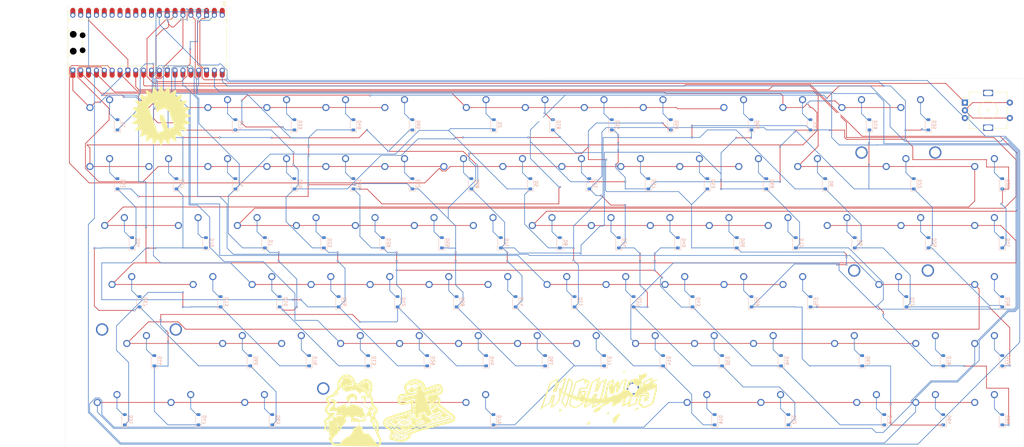
<source format=kicad_pcb>
(kicad_pcb (version 20241229) (generator "pcbnew") (generator_version "9.0")
  (layers (0 "F.Cu" signal) (2 "B.Cu" signal) (13 "F.Paste" user) (15 "B.Paste" user) (5 "F.SilkS" user "F.Silkscreen") (7 "B.SilkS" user "B.Silkscreen") (1 "F.Mask" user) (3 "B.Mask" user) (25 "Edge.Cuts" user))
  (net 0 "")
  (net 1 "Net-(D3-A)")
  (net 2 "Net-(D4-A)")
  (net 3 "Net-(D5-A)")
  (net 4 "Net-(D6-A)")
  (net 5 "Net-(D7-A)")
  (net 6 "Net-(D8-A)")
  (net 7 "Net-(D9-A)")
  (net 8 "Net-(D10-A)")
  (net 9 "Net-(D11-A)")
  (net 10 "Net-(D12-A)")
  (net 11 "Net-(D13-A)")
  (net 12 "Net-(D14-A)")
  (net 13 "Net-(D15-A)")
  (net 14 "Net-(D16-A)")
  (net 15 "Net-(D19-A)")
  (net 16 "Net-(D20-A)")
  (net 17 "Net-(D21-A)")
  (net 18 "Net-(D22-A)")
  (net 19 "Net-(D23-A)")
  (net 20 "Net-(D24-A)")
  (net 21 "Net-(D25-A)")
  (net 22 "Net-(D26-A)")
  (net 23 "Net-(D27-A)")
  (net 24 "Net-(D28-A)")
  (net 25 "Net-(D29-A)")
  (net 26 "Net-(D30-A)")
  (net 27 "Net-(D31-A)")
  (net 28 "Net-(D32-A)")
  (net 29 "Net-(D35-A)")
  (net 30 "Net-(D36-A)")
  (net 31 "Net-(D37-A)")
  (net 32 "Net-(D38-A)")
  (net 33 "Net-(D39-A)")
  (net 34 "Net-(D40-A)")
  (net 35 "Net-(D41-A)")
  (net 36 "Net-(D42-A)")
  (net 37 "Net-(D43-A)")
  (net 38 "Net-(D44-A)")
  (net 39 "Net-(D45-A)")
  (net 40 "Net-(D46-A)")
  (net 41 "Net-(D47-A)")
  (net 42 "Net-(D48-A)")
  (net 43 "Net-(D51-A)")
  (net 44 "Net-(D52-A)")
  (net 45 "Net-(D53-A)")
  (net 46 "Net-(D54-A)")
  (net 47 "Net-(D55-A)")
  (net 48 "Net-(D56-A)")
  (net 49 "Net-(D57-A)")
  (net 50 "Net-(D58-A)")
  (net 51 "Net-(D59-A)")
  (net 52 "Net-(D60-A)")
  (net 53 "Net-(D61-A)")
  (net 54 "Net-(D62-A)")
  (net 55 "Net-(D63-A)")
  (net 56 "Net-(D64-A)")
  (net 57 "Net-(D67-A)")
  (net 58 "Net-(D68-A)")
  (net 59 "Net-(D69-A)")
  (net 60 "Net-(D70-A)")
  (net 61 "Net-(D71-A)")
  (net 62 "Net-(D72-A)")
  (net 63 "Net-(D73-A)")
  (net 64 "Net-(D74-A)")
  (net 65 "Net-(D75-A)")
  (net 66 "Net-(D76-A)")
  (net 67 "Net-(D77-A)")
  (net 68 "Net-(D78-A)")
  (net 69 "Net-(D79-A)")
  (net 70 "Net-(D80-A)")
  (net 71 "GND")
  (net 75 "Net-(A1-GPIO22)")
  (net 81 "Net-(A1-GPIO21)")
  (net 84 "Row 3")
  (net 85 "Column 5")
  (net 86 "Column 14")
  (net 87 "Column 6")
  (net 88 "Column 4")
  (net 89 "Column 2")
  (net 90 "Column 9")
  (net 91 "Column 8")
  (net 92 "Row 0")
  (net 93 "Column 7")
  (net 94 "Row 4")
  (net 95 "Column 15")
  (net 96 "Column 10")
  (net 97 "Column 11")
  (net 98 "Row 2")
  (net 99 "Row 1")
  (net 100 "Column 12")
  (net 101 "Column 3")
  (net 102 "Column 13")
  (net 103 "Column 1")
  (net 104 "Column 0")
  (net 105 "Net-(D66-A)")
  (net 106 "Net-(D65-A)")
  (net 107 "Net-(D50-A)")
  (net 108 "Net-(D49-A)")
  (net 109 "Net-(D34-A)")
  (net 110 "Net-(D33-A)")
  (net 111 "Net-(D18-A)")
  (net 112 "Net-(D17-A)")
  (net 113 "Net-(D2-A)")
  (net 114 "Net-(D1-A)")
  (footprint "PCM_marbastlib-mx:SW_MX_1u" (layer "F.Cu") (at 290.398241 -154.872215)
    (property "Reference" "MX25" (hide yes))
    (property "Value" "MX_SW_solder")
  )
  (footprint "PCM_marbastlib-mx:SW_MX_1u" (layer "F.Cu") (at 261.823241 -135.822215)
    (property "Reference" "MX38" (hide yes))
    (property "Value" "MX_SW_solder")
  )
  (footprint "PCM_marbastlib-mx:SW_MX_1u" (layer "F.Cu") (at 137.994431 -173.92063)
    (property "Reference" "MX3" (hide yes))
    (property "Value" "MX_SW_solder")
  )
  (footprint "PCM_marbastlib-mx:SW_MX_1u" (layer "F.Cu") (at 328.498241 -78.672215)
    (property "Reference" "MX78" (hide yes))
    (property "Value" "MX_SW_solder")
  )
  (footprint "PCM_marbastlib-mx:SW_MX_1u" (layer "F.Cu") (at 185.623241 -135.822215)
    (property "Reference" "MX34" (hide yes))
    (property "Value" "MX_SW_solder")
  )
  (footprint "PCM_marbastlib-mx:SW_MX_1u" (layer "F.Cu") (at 242.773241 -135.822215)
    (property "Reference" "MX37" (hide yes))
    (property "Value" "MX_SW_solder")
  )
  (footprint "LOGO" (layer "F.Cu") (at 161.925 -78.649964)
    (property "Reference" "G***")
    (property "Value" "LOGO" (hide yes))
  )
  (footprint "PCM_marbastlib-mx:SW_MX_1u" (layer "F.Cu") (at 85.610741 -135.822215)
    (property "Reference" "MX29" (hide yes))
    (property "Value" "MX_SW_solder")
  )
  (footprint "PCM_marbastlib-mx:SW_MX_1u" (layer "F.Cu") (at 123.710741 -97.722215)
    (property "Reference" "MX59" (hide yes))
    (property "Value" "MX_SW_solder")
  )
  (footprint "PCM_marbastlib-mx:SW_MX_1u" (layer "F.Cu") (at 114.185741 -116.772215)
    (property "Reference" "MX45" (hide yes))
    (property "Value" "MX_SW_solder")
  )
  (footprint "PCM_marbastlib-mx:SW_MX_1u" (layer "F.Cu") (at 259.55625 -173.92063)
    (property "Reference" "MX9" (hide yes))
    (property "Value" "MX_SW_solder")
  )
  (footprint "PCM_marbastlib-mx:SW_MX_1u" (layer "F.Cu") (at 152.285741 -116.772215)
    (property "Reference" "MX47" (hide yes))
    (property "Value" "MX_SW_solder")
  )
  (footprint "PCM_marbastlib-mx:STAB_MX_P_2.25u" (layer "F.Cu") (at 92.86875 -97.79)
    (property "Reference" "S2" (hide yes))
    (property "Value" "MX_stab")
  )
  (footprint "PCM_marbastlib-mx:SW_MX_1u" (layer "F.Cu") (at 323.69125 -173.92063)
    (property "Reference" "MX12" (hide yes))
    (property "Value" "MX_SW_solder")
  )
  (footprint "PCM_marbastlib-mx:SW_MX_1u" (layer "F.Cu") (at 161.810741 -97.722215)
    (property "Reference" "MX61" (hide yes))
    (property "Value" "MX_SW_solder")
  )
  (footprint "PCM_marbastlib-mx:SW_MX_1u" (layer "F.Cu") (at 133.235741 -116.772215)
    (property "Reference" "MX46" (hide yes))
    (property "Value" "MX_SW_solder")
  )
  (footprint "PCM_marbastlib-mx:SW_MX_1u" (layer "F.Cu") (at 366.598241 -116.772215)
    (property "Reference" "MX57" (hide yes))
    (property "Value" "MX_SW_solder")
  )
  (footprint "PCM_marbastlib-mx:SW_MX_1u" (layer "F.Cu") (at 271.348241 -154.872215)
    (property "Reference" "MX24" (hide yes))
    (property "Value" "MX_SW_solder")
  )
  (footprint "PCM_marbastlib-mx:SW_MX_1u" (layer "F.Cu") (at 107.041991 -78.672215)
    (property "Reference" "MX73" (hide yes))
    (property "Value" "MX_SW_solder")
  )
  (footprint "PCM_marbastlib-mx:STAB_MX_P_2u" (layer "F.Cu") (at 338.13755 -154.94)
    (property "Reference" "S4" (hide yes))
    (property "Value" "MX_stab")
  )
  (footprint "PCM_marbastlib-mx:SW_MX_1u" (layer "F.Cu") (at 147.523241 -135.822215)
    (property "Reference" "MX32" (hide yes))
    (property "Value" "MX_SW_solder")
  )
  (footprint "PCM_marbastlib-mx:SW_MX_1u" (layer "F.Cu") (at 202.40625 -173.92063)
    (property "Reference" "MX6" (hide yes))
    (property "Value" "MX_SW_solder")
  )
  (footprint "PCM_marbastlib-mx:SW_MX_1u" (layer "F.Cu") (at 295.160741 -97.722215)
    (property "Reference" "MX68" (hide yes))
    (property "Value" "MX_SW_solder")
  )
  (footprint "PCM_marbastlib-mx:SW_MX_1u" (layer "F.Cu") (at 195.148241 -154.872215)
    (property "Reference" "MX20" (hide yes))
    (property "Value" "MX_SW_solder")
  )
  (footprint "PCM_marbastlib-mx:SW_MX_1u" (layer "F.Cu") (at 157.044431 -173.92063)
    (property "Reference" "MX4" (hide yes))
    (property "Value" "MX_SW_solder")
  )
  (footprint "PCM_marbastlib-mx:SW_MX_1u" (layer "F.Cu") (at 209.435741 -116.772215)
    (property "Reference" "MX50" (hide yes))
    (property "Value" "MX_SW_solder")
  )
  (footprint "PCM_marbastlib-mx:SW_MX_1u" (layer "F.Cu") (at 366.598241 -97.722215)
    (property "Reference" "MX71" (hide yes))
    (property "Value" "MX_SW_solder")
  )
  (footprint "PCM_marbastlib-mx:SW_MX_1u" (layer "F.Cu") (at 176.098241 -154.872215)
    (property "Reference" "MX19" (hide yes))
    (property "Value" "MX_SW_solder")
  )
  (footprint "PCM_marbastlib-mx:SW_MX_1u" (layer "F.Cu") (at 366.598241 -78.672215)
    (property "Reference" "MX80" (hide yes))
    (property "Value" "MX_SW_solder")
  )
  (footprint "PCM_marbastlib-mx:SW_MX_1u" (layer "F.Cu") (at 304.685741 -116.772215)
    (property "Reference" "MX55" (hide yes))
    (property "Value" "MX_SW_solder")
  )
  (footprint "LOGO" (layer "F.Cu") (at 183.35625 -78.58125)
    (property "Reference" "G***")
    (property "Value" "LOGO" (hide yes))
  )
  (footprint "PCM_marbastlib-mx:SW_MX_1u" (layer "F.Cu") (at 342.74125 -173.92063)
    (property "Reference" "MX13" (hide yes))
    (property "Value" "MX_SW_solder")
  )
  (footprint "PCM_marbastlib-mx:STAB_MX_P_6.25u" (layer "F.Cu") (at 202.40625 -78.74)
    (property "Reference" "S1" (hide yes))
    (property "Value" "MX_stab" (hide yes))
  )
  (footprint "PCM_marbastlib-mx:SW_MX_1u" (layer "F.Cu") (at 252.298241 -154.872215)
    (property "Reference" "MX23" (hide yes))
    (property "Value" "MX_SW_solder")
  )
  (footprint "Module:RaspberryPi_Pico_Common_Unspecified" (layer "F.Cu") (at 95.64235 -197.3813 90)
    (property "Reference" "A1")
    (property "Value" "RaspberryPi_Pico")
  )
  (footprint "PCM_marbastlib-mx:SW_MX_1u" (layer "F.Cu") (at 335.641991 -116.772215)
    (property "Reference" "MX56" (hide yes))
    (property "Value" "MX_SW_solder")
  )
  (footprint "PCM_marbastlib-mx:SW_MX_1u" (layer "F.Cu") (at 318.973241 -135.822215)
    (property "Reference" "MX41" (hide yes))
    (property "Value" "MX_SW_solder")
  )
  (footprint "PCM_marbastlib-mx:SW_MX_1u" (layer "F.Cu") (at 347.548241 -78.672215)
    (property "Reference" "MX79" (hide yes))
    (property "Value" "MX_SW_solder")
  )
  (footprint "PCM_marbastlib-mx:SW_MX_1u" (layer "F.Cu") (at 309.448241 -154.872215)
    (property "Reference" "MX26" (hide yes))
    (property "Value" "MX_SW_solder")
  )
  (footprint "PCM_marbastlib-mx:SW_MX_1u" (layer "F.Cu") (at 223.723241 -135.822215)
    (property "Reference" "MX36" (hide yes))
    (property "Value" "MX_SW_solder")
  )
  (footprint "PCM_marbastlib-mx:SW_MX_1u" (layer "F.Cu") (at 321.354491 -97.722215)
    (property "Reference" "MX69" (hide yes))
    (property "Value" "MX_SW_solder")
  )
  (footprint "PCM_marbastlib-mx:SW_MX_1u" (layer "F.Cu") (at 233.248241 -154.872215)
    (property "Reference" "MX22" (hide yes))
    (property "Value" "MX_SW_solder")
  )
  (footprint "PCM_marbastlib-mx:SW_MX_1u" (layer "F.Cu") (at 157.048241 -154.872215)
    (property "Reference" "MX18" (hide yes))
    (property "Value" "MX_SW_solder")
  )
  (footprint "PCM_marbastlib-mx:SW_MX_1u" (layer "F.Cu") (at 130.854491 -78.672215)
    (property "Reference" "MX74" (hide yes))
    (property "Value" "MX_SW_solder")
  )
  (footprint "PCM_marbastlib-mx:SW_MX_1u" (layer "F.Cu") (at 221.45625 -173.92063)
    (property "Reference" "MX7" (hide yes))
    (property "Value" "MX_SW_solder")
  )
  (footprint "PCM_marbastlib-mx:SW_MX_1u" (layer "F.Cu") (at 80.848241 -154.872215)
    (property "Reference" "MX14" (hide yes))
    (property "Value" "MX_SW_solder")
  )
  (footprint "PCM_marbastlib-mx:SW_MX_1u" (layer "F.Cu") (at 247.535741 -116.772215)
    (property "Reference" "MX52" (hide yes))
    (property "Value" "MX_SW_solder")
  )
  (footprint "PCM_marbastlib-mx:STAB_MX_P_2.25u" (layer "F.Cu") (at 335.75625 -116.84)
    (property "Reference" "S3" (hide yes))
    (property "Value" "MX_stab")
  )
  (footprint "PCM_marbastlib-mx:SW_MX_1u" (layer "F.Cu") (at 342.785741 -135.822215)
    (property "Reference" "MX42" (hide yes))
    (property "Value" "MX_SW_solder")
  )
  (footprint "PCM_marbastlib-mx:SW_MX_1u" (layer "F.Cu") (at 285.635741 -116.772215)
    (property "Reference" "MX54" (hide yes))
    (property "Value" "MX_SW_solder")
  )
  (footprint "PCM_marbastlib-mx:SW_MX_1u" (layer "F.Cu") (at 228.485741 -116.772215)
    (property "Reference" "MX51" (hide yes))
    (property "Value" "MX_SW_solder")
  )
  (footprint "PCM_marbastlib-mx:SW_MX_1u" (layer "F.Cu") (at 118.948241 -154.872215)
    (property "Reference" "MX16" (hide yes))
    (property "Value" "MX_SW_solder")
  )
  (footprint "PCM_marbastlib-mx:SW_MX_1u" (layer "F.Cu") (at 347.548241 -97.722215)
    (property "Reference" "MX70" (hide yes))
    (property "Value" "MX_SW_solder")
  )
  (footprint "Downloads:RotaryEncoder_Alps_EC11E-Switch_Vertical_H20mm" (layer "F.Cu") (at 367.11755 -175.5613)
    (property "Reference" "SW1" (hide yes))
    (property "Value" "RotaryEncoder_Switch" (hide yes))
  )
  (footprint "PCM_marbastlib-mx:SW_MX_1u" (layer "F.Cu") (at 142.760741 -97.722215)
    (property "Reference" "MX60" (hide yes))
    (property "Value" "MX_SW_solder")
  )
  (footprint "PCM_marbastlib-mx:SW_MX_1u" (layer "F.Cu") (at 273.729491 -78.672215)
    (property "Reference" "MX76" (hide yes))
    (property "Value" "MX_SW_solder")
  )
  (footprint "PCM_marbastlib-mx:SW_MX_1u" (layer "F.Cu") (at 128.473241 -135.822215)
    (property "Reference" "MX31" (hide yes))
    (property "Value" "MX_SW_solder")
  )
  (footprint "PCM_marbastlib-mx:SW_MX_1u" (layer "F.Cu") (at 171.335741 -116.772215)
    (property "Reference" "MX48" (hide yes))
    (property "Value" "MX_SW_solder")
  )
  (footprint "PCM_marbastlib-mx:SW_MX_1u" (layer "F.Cu") (at 297.541991 -78.672215)
    (property "Reference" "MX77" (hide yes))
    (property "Value" "MX_SW_solder")
  )
  (footprint "PCM_marbastlib-mx:SW_MX_1u" (layer "F.Cu") (at 83.229491 -78.672215)
    (property "Reference" "MX72" (hide yes))
    (property "Value" "MX_SW_solder")
  )
  (footprint "PCM_marbastlib-mx:SW_MX_1u" (layer "F.Cu") (at 166.573241 -135.822215)
    (property "Reference" "MX33" (hide yes))
    (property "Value" "MX_SW_solder")
  )
  (footprint "PCM_marbastlib-mx:SW_MX_1u" (layer "F.Cu") (at 299.923241 -135.822215)
    (property "Reference" "MX40" (hide yes))
    (property "Value" "MX_SW_solder")
  )
  (footprint "PCM_marbastlib-mx:SW_MX_1u" (layer "F.Cu") (at 276.110741 -97.722215)
    (property "Reference" "MX67" (hide yes))
    (property "Value" "MX_SW_solder")
  )
  (footprint "PCM_marbastlib-mx:SW_MX_1u" (layer "F.Cu") (at 202.291991 -78.672215)
    (property "Reference" "MX75" (hide yes))
    (property "Value" "MX_SW_solder")
  )
  (footprint "PCM_marbastlib-mx:SW_MX_1u" (layer "F.Cu") (at 99.898241 -154.872215)
    (property "Reference" "MX15" (hide yes))
    (property "Value" "MX_SW_solder")
  )
  (footprint "PCM_marbastlib-mx:SW_MX_1u" (layer "F.Cu") (at 218.960741 -97.722215)
    (property "Reference" "MX64" (hide yes))
    (property "Value" "MX_SW_solder")
  )
  (footprint "PCM_marbastlib-mx:SW_MX_1u" (layer "F.Cu") (at 80.848241 -173.922215)
    (property "Reference" "MX1" (hide yes))
    (property "Value" "MX_SW_solder")
  )
  (footprint "PCM_marbastlib-mx:SW_MX_1u" (layer "F.Cu") (at 87.991991 -116.772215)
    (property "Reference" "MX44" (hide yes))
    (property "Value" "MX_SW_solder")
  )
  (footprint "PCM_marbastlib-mx:SW_MX_1u" (layer "F.Cu") (at 338.023241 -154.872215)
    (property "Reference" "MX27" (hide yes))
    (property "Value" "MX_SW_solder")
  )
  (footprint "PCM_marbastlib-mx:SW_MX_1u" (layer "F.Cu") (at 257.060741 -97.722215)
    (property "Reference" "MX66" (hide yes))
    (property "Value" "MX_SW_solder")
  )
  (footprint "PCM_marbastlib-mx:SW_MX_1u" (layer "F.Cu") (at 240.50625 -173.92063)
    (property "Reference" "MX8" (hide yes))
    (property "Value" "MX_SW_solder")
  )
  (footprint "LOGO" (layer "F.Cu") (at 100.0125 -173.83125)
    (property "Reference" "G***" (hide yes))
    (property "Value" "LOGO" (hide yes))
  )
  (footprint "PCM_marbastlib-mx:SW_MX_1u" (layer "F.Cu") (at 92.754491 -97.722215)
    (property "Reference" "MX58" (hide yes))
    (property "Value" "MX_SW_solder")
  )
  (footprint "PCM_marbastlib-mx:SW_MX_1u" (layer "F.Cu") (at 137.998241 -154.872215)
    (property "Reference" "MX17" (hide yes))
    (property "Value" "MX_SW_solder")
  )
  (footprint "PCM_marbastlib-mx:SW_MX_1u" (layer "F.Cu") (at 190.385741 -116.772215)
    (property "Reference" "MX49" (hide yes))
    (property "Value" "MX_SW_solder")
  )
  (footprint "PCM_marbastlib-mx:SW_MX_1u" (layer "F.Cu") (at 285.59125 -173.92063)
    (property "Reference" "MX10" (hide yes))
    (property "Value" "MX_SW_solder")
  )
  (footprint "PCM_marbastlib-mx:SW_MX_1u" (layer "F.Cu") (at 204.673241 -135.822215)
    (property "Reference" "MX35" (hide yes))
    (property "Value" "MX_SW_solder")
  )
  (footprint "PCM_marbastlib-mx:SW_MX_1u" (layer "F.Cu") (at 214.198241 -154.872215)
    (property "Reference" "MX21" (hide yes))
    (property "Value" "MX_SW_solder")
  )
  (footprint "PCM_marbastlib-mx:SW_MX_1u" (layer "F.Cu") (at 176.094431 -173.92063)
    (property "Reference" "MX5" (hide yes))
    (property "Value" "MX_SW_solder")
  )
  (footprint "PCM_marbastlib-mx:SW_MX_1u" (layer "F.Cu") (at 366.598241 -154.872215)
    (property "Reference" "MX28" (hide yes))
    (property "Value" "MX_SW_solder")
  )
  (footprint "PCM_marbastlib-mx:SW_MX_1u" (layer "F.Cu") (at 180.860741 -97.722215)
    (property "Reference" "MX62" (hide yes))
    (property "Value" "MX_SW_solder")
  )
  (footprint "PCM_marbastlib-mx:SW_MX_1u" (layer "F.Cu") (at 118.944431 -173.92063)
    (property "Reference" "MX2" (hide yes))
    (property "Value" "MX_SW_solder")
  )
  (footprint "PCM_marbastlib-mx:SW_MX_1u" (layer "F.Cu") (at 238.010741 -97.722215)
    (property "Reference" "MX65" (hide yes))
    (property "Value" "MX_SW_solder")
  )
  (footprint "PCM_marbastlib-mx:SW_MX_1u" (layer "F.Cu") (at 366.598241 -135.822215)
    (property "Reference" "MX43" (hide yes))
    (property "Value" "MX_SW_solder")
  )
  (footprint "PCM_marbastlib-mx:SW_MX_1u" (layer "F.Cu") (at 304.64125 -173.92063)
    (property "Reference" "MX11" (hide yes))
    (property "Value" "MX_SW_solder")
  )
  (footprint "PCM_marbastlib-mx:SW_MX_1u" (layer "F.Cu") (at 109.423241 -135.822215)
    (property "Reference" "MX30" (hide yes))
    (property "Value" "MX_SW_solder")
  )
  (footprint "PCM_marbastlib-mx:SW_MX_1u" (layer "F.Cu") (at 280.873241 -135.822215)
    (property "Reference" "MX39" (hide yes))
    (property "Value" "MX_SW_solder")
  )
  (footprint "PCM_marbastlib-mx:SW_MX_1u" (layer "F.Cu") (at 199.910741 -97.722215)
    (property "Reference" "MX63" (hide yes))
    (property "Value" "MX_SW_solder")
  )
  (footprint "PCM_marbastlib-mx:SW_MX_1u" (layer "F.Cu") (at 266.585741 -116.772215)
    (property "Reference" "MX53" (hide yes))
    (property "Value" "MX_SW_solder")
  )
  (footprint "LOGO" (layer "F.Cu") (at 241.088734 -83.720579)
    (property "Reference" "G***" (hide yes))
    (property "Value" "LOGO" (hide yes))
  )
  (footprint "Diode_SMD:D_SOD-123" (layer "B.Cu") (at 247.853241 -132.792215 90)
    (property "Reference" "D24")
    (property "Value" "D")
  )
  (footprint "Diode_SMD:D_SOD-123" (layer "B.Cu") (at 162.124431 -170.89063 90)
    (property "Reference" "D49")
    (property "Value" "D")
  )
  (footprint "Diode_SMD:D_SOD-123" (layer "B.Cu") (at 352.628241 -75.642215 90)
    (property "Reference" "D64")
    (property "Value" "D")
  )
  (footprint "Diode_SMD:D_SOD-123" (layer "B.Cu") (at 97.834491 -94.692215 90)
    (property "Reference" "D44")
    (property "Value" "D")
  )
  (footprint "Diode_SMD:D_SOD-123" (layer "B.Cu") (at 228.803241 -132.792215 90)
    (property "Reference" "D8")
    (property "Value" "D")
  )
  (footprint "Diode_SMD:D_SOD-123" (layer "B.Cu") (at 340.721991 -113.742215 90)
    (property "Reference" "D12")
    (property "Value" "D")
  )
  (footprint "Diode_SMD:D_SOD-123" (layer "B.Cu") (at 138.315741 -113.742215 90)
    (property "Reference" "D10")
    (property "Value" "D")
  )
  (footprint "Diode_SMD:D_SOD-123" (layer "B.Cu") (at 209.753241 -132.792215 90)
    (property "Reference" "D71")
    (property "Value" "D")
  )
  (footprint "Diode_SMD:D_SOD-123" (layer "B.Cu") (at 124.024431 -170.89063 90)
    (property "Reference" "D17")
    (property "Value" "D")
  )
  (footprint "Diode_SMD:D_SOD-123" (layer "B.Cu") (at 185.940741 -94.692215 90)
    (property "Reference" "D29")
    (property "Value" "D")
  )
  (footprint "Diode_SMD:D_SOD-123" (layer "B.Cu") (at 162.128241 -151.842215 90)
    (property "Reference" "D36")
    (property "Value" "D")
  )
  (footprint "Diode_SMD:D_SOD-123" (layer "B.Cu") (at 176.415741 -113.742215 90)
    (property "Reference" "D42")
    (property "Value" "D")
  )
  (footprint "Diode_SMD:D_SOD-123" (layer "B.Cu") (at 152.603241 -132.792215 90)
    (property "Reference" "D23")
    (property "Value" "D")
  )
  (footprint "Diode_SMD:D_SOD-123" (layer "B.Cu") (at 347.82125 -170.89063 90)
    (property "Reference" "D35")
    (property "Value" "D")
  )
  (footprint "Diode_SMD:D_SOD-123" (layer "B.Cu") (at 85.928241 -151.842215 90)
    (property "Reference" "D51")
    (property "Value" "D")
  )
  (footprint "Diode_SMD:D_SOD-123" (layer "B.Cu") (at 143.078241 -151.842215 90)
    (property "Reference" "D20")
    (property "Value" "D")
  )
  (footprint "Diode_SMD:D_SOD-123" (layer "B.Cu") (at 157.365741 -113.742215 90)
    (property "Reference" "D26")
    (property "Value" "D")
  )
  (footprint "Diode_SMD:D_SOD-123" (layer "B.Cu") (at 171.653241 -132.792215 90)
    (property "Reference" "D39")
    (property "Value" "D")
  )
  (footprint "Diode_SMD:D_SOD-123" (layer "B.Cu") (at 285.953241 -132.792215 90)
    (property "Reference" "D56")
    (property "Value" "D")
  )
  (footprint "Diode_SMD:D_SOD-123" (layer "B.Cu") (at 104.978241 -151.842215 90)
    (property "Reference" "D67")
    (property "Value" "D")
  )
  (footprint "Diode_SMD:D_SOD-123" (layer "B.Cu") (at 295.478241 -151.842215 90)
    (property "Reference" "D69")
    (property "Value" "D")
  )
  (footprint "Diode_SMD:D_SOD-123" (layer "B.Cu") (at 290.715741 -113.742215 90)
    (property "Reference" "D59")
    (property "Value" "D")
  )
  (footprint "Diode_SMD:D_SOD-123" (layer "B.Cu") (at 147.840741 -94.692215 90)
    (property "Reference" "D76")
    (property "Value" "D")
  )
  (footprint "Diode_SMD:D_SOD-123" (layer "B.Cu") (at 302.621991 -75.642215 90)
    (property "Reference" "D32")
    (property "Value" "D")
  )
  (footprint "Diode_SMD:D_SOD-123" (layer "B.Cu") (at 207.371991 -75.642215 90)
    (property "Reference" "D79")
    (property "Value" "D")
  )
  (footprint "Diode_SMD:D_SOD-123" (layer "B.Cu") (at 309.72125 -170.89063 90)
    (property "Reference" "D3")
    (property "Value" "D")
  )
  (footprint "Diode_SMD:D_SOD-123" (layer "B.Cu") (at 207.48625 -170.89063 90)
    (property "Reference" "D2")
    (property "Value" "D")
  )
  (footprint "Diode_SMD:D_SOD-123" (layer "B.Cu") (at 324.053241 -132.792215 90)
    (property "Reference" "D9")
    (property "Value" "D")
  )
  (footprint "Diode_SMD:D_SOD-123" (layer "B.Cu") (at 166.890741 -94.692215 90)
    (property "Reference" "D13")
    (property "Value" "D")
  )
  (footprint "Diode_SMD:D_SOD-123" (layer "B.Cu") (at 371.678241 -151.842215 90)
    (property "Reference" "D38")
    (property "Value" "D")
  )
  (footprint "Diode_SMD:D_SOD-123" (layer "B.Cu") (at 262.140741 -94.692215 90)
    (property "Reference" "D14")
    (property "Value" "D")
  )
  (footprint "Diode_SMD:D_SOD-123" (layer "B.Cu") (at 314.528241 -151.842215 90)
    (property "Reference" "D6")
    (property "Value" "D")
  )
  (footprint "Diode_SMD:D_SOD-123" (layer "B.Cu") (at 243.090741 -94.692215 90)
    (property "Reference" "D77")
    (property "Value" "D")
  )
  (footprint "Diode_SMD:D_SOD-123" (layer "B.Cu") (at 266.903241 -132.792215 90)
    (property "Reference" "D40")
    (property "Value" "D")
  )
  (footprint "Diode_SMD:D_SOD-123" (layer "B.Cu") (at 252.615741 -113.742215 90)
    (property "Reference" "D27")
    (property "Value" "D")
  )
  (footprint "Diode_SMD:D_SOD-123" (layer "B.Cu") (at 238.328241 -151.842215 90)
    (property "Reference" "D21")
    (property "Value" "D")
  )
  (footprint "Diode_SMD:D_SOD-123" (layer "B.Cu") (at 264.63625 -170.89063 90)
    (property "Reference" "D50")
    (property "Value" "D")
  )
  (footprint "Diode_SMD:D_SOD-123" (layer "B.Cu") (at 124.028241 -151.842215 90)
    (property "Reference" "D4")
    (property "Value" "D")
  )
  (footprint "Diode_SMD:D_SOD-123" (layer "B.Cu") (at 195.465741 -113.742215 90)
    (property "Reference" "D58")
    (property "Value" "D")
  )
  (footprint "Diode_SMD:D_SOD-123" (layer "B.Cu") (at 371.678241 -132.792215 90)
    (property "Reference" "D41")
    (property "Value" "D")
  )
  (footprint "Diode_SMD:D_SOD-123" (layer "B.Cu") (at 224.040741 -94.692215 90)
    (property "Reference" "D61")
    (property "Value" "D")
  )
  (footprint "Diode_SMD:D_SOD-123" (layer "B.Cu") (at 300.240741 -94.692215 90)
    (property "Reference" "D46")
    (property "Value" "D")
  )
  (footprint "Diode_SMD:D_SOD-123" (layer "B.Cu") (at 278.809491 -75.642215 90)
    (property "Reference" "D16")
    (property "Value" "D")
  )
  (footprint "Diode_SMD:D_SOD-123" (layer "B.Cu") (at 181.178241 -151.842215 90)
    (property "Reference" "D52")
    (property "Value" "D")
  )
  (footprint "Diode_SMD:D_SOD-123" (layer "B.Cu") (at 333.578241 -75.642215 90)
    (property "Reference" "D48")
    (property "Value" "D")
  )
  (footprint "Diode_SMD:D_SOD-123" (layer "B.Cu") (at 305.003241 -132.792215 90)
    (property "Reference" "D72")
    (property "Value" "D")
  )
  (footprint "Diode_SMD:D_SOD-123" (layer "B.Cu") (at 181.174431 -170.89063 90)
    (property "Reference" "D65")
    (property "Value" "D")
  )
  (footprint "Diode_SMD:D_SOD-123" (layer "B.Cu") (at 190.703241 -132.792215 90)
    (property "Reference" "D55")
    (property "Value" "D")
  )
  (footprint "Diode_SMD:D_SOD-123" (layer "B.Cu") (at 290.67125 -170.89063 90)
    (property "Reference" "D66")
    (property "Value" "D")
  )
  (footprint "Diode_SMD:D_SOD-123" (layer "B.Cu") (at 128.790741 -94.692215 90)
    (property "Reference" "D60")
    (property "Value" "D")
  )
  (footprint "Diode_SMD:D_SOD-123" (layer "B.Cu") (at 204.990741 -94.692215 90)
    (property "Reference" "D45")
    (property "Value" "D")
  )
  (footprint "Diode_SMD:D_SOD-123" (layer "B.Cu") (at 226.53625 -170.89063 90)
    (property "Reference" "D18")
    (property "Value" "D")
  )
  (footprint "Diode_SMD:D_SOD-123" (layer "B.Cu") (at 347.865741 -132.792215 90)
    (property "Reference" "D25")
    (property "Value" "D")
  )
  (footprint "Diode_SMD:D_SOD-123" (layer "B.Cu") (at 93.071991 -113.742215 90)
    (property "Reference" "D57")
    (property "Value" "D")
  )
  (footprint "Diode_SMD:D_SOD-123" (layer "B.Cu") (at 352.628241 -94.692215 90)
    (property "Reference" "D78")
    (property "Value" "D")
  )
  (footprint "Diode_SMD:D_SOD-123" (layer "B.Cu") (at 133.553241 -132.792215 90)
    (property "Reference" "D7")
    (property "Value" "D")
  )
  (footprint "Diode_SMD:D_SOD-123" (layer "B.Cu") (at 119.265741 -113.742215 90)
    (property "Reference" "D73")
    (property "Value" "D")
  )
  (footprint "Diode_SMD:D_SOD-123" (layer "B.Cu") (at 276.428241 -151.842215 90)
    (property "Reference" "D53")
    (property "Value" "D")
  )
  (footprint "Diode_SMD:D_SOD-123" (layer "B.Cu") (at 309.765741 -113.742215 90)
    (property "Reference" "D75")
    (property "Value" "D")
  )
  (footprint "Diode_SMD:D_SOD-123" (layer "B.Cu") (at 371.678241 -75.642215 90)
    (property "Reference" "D80")
    (property "Value" "D")
  )
  (footprint "Diode_SMD:D_SOD-123" (layer "B.Cu") (at 343.103241 -151.842215 90)
    (property "Reference" "D22")
    (property "Value" "D")
  )
  (footprint "Diode_SMD:D_SOD-123" (layer "B.Cu") (at 85.928241 -170.892215 90)
    (property "Reference" "D1")
    (property "Value" "D")
  )
  (footprint "Diode_SMD:D_SOD-123" (layer "B.Cu") (at 200.228241 -151.842215 90)
    (property "Reference" "D68")
    (property "Value" "D")
  )
  (footprint "Diode_SMD:D_SOD-123" (layer "B.Cu") (at 371.678241 -94.692215 90)
    (property "Reference" "D15")
    (property "Value" "D")
  )
  (footprint "Diode_SMD:D_SOD-123" (layer "B.Cu") (at 328.77125 -170.89063 90)
    (property "Reference" "D19")
    (property "Value" "D")
  )
  (footprint "Diode_SMD:D_SOD-123" (layer "B.Cu") (at 219.278241 -151.842215 90)
    (property "Reference" "D5")
    (property "Value" "D")
  )
  (footprint "Diode_SMD:D_SOD-123" (layer "B.Cu") (at 143.074431 -170.89063 90)
    (property "Reference" "D33")
    (property "Value" "D")
  )
  (footprint "Diode_SMD:D_SOD-123" (layer "B.Cu") (at 245.58625 -170.89063 90)
    (property "Reference" "D34")
    (property "Value" "D")
  )
  (footprint "Diode_SMD:D_SOD-123" (layer "B.Cu") (at 214.515741 -113.742215 90)
    (property "Reference" "D74")
    (property "Value" "D")
  )
  (footprint "Diode_SMD:D_SOD-123" (layer "B.Cu") (at 233.565741 -113.742215 90)
    (property "Reference" "D11")
    (property "Value" "D")
  )
  (footprint "Diode_SMD:D_SOD-123" (layer "B.Cu") (at 114.503241 -132.792215 90)
    (property "Reference" "D70")
    (property "Value" "D")
  )
  (footprint "Diode_SMD:D_SOD-123" (layer "B.Cu") (at 88.309491 -75.642215 90)
    (property "Reference" "D31")
    (property "Value" "D")
  )
  (footprint "Diode_SMD:D_SOD-123" (layer "B.Cu") (at 112.121991 -75.642215 90)
    (property "Reference" "D47")
    (property "Value" "D")
  )
  (footprint "Diode_SMD:D_SOD-123" (layer "B.Cu") (at 281.190741 -94.692215 90)
    (property "Reference" "D30")
    (property "Value" "D")
  )
  (footprint "Diode_SMD:D_SOD-123" (layer "B.Cu") (at 271.665741 -113.742215 90)
    (property "Reference" "D43")
    (property "Value" "D")
  )
  (footprint "Diode_SMD:D_SOD-123" (layer "B.Cu") (at 90.690741 -132.792215 90)
    (property "Reference" "D54")
    (property "Value" "D")
  )
  (footprint "Diode_SMD:D_SOD-123" (layer "B.Cu") (at 371.678241 -113.742215 90)
    (property "Reference" "D28")
    (property "Value" "D")
  )
  (footprint "Diode_SMD:D_SOD-123" (layer "B.Cu") (at 257.378241 -151.842215 90)
    (property "Reference" "D37")
    (property "Value" "D")
  )
  (footprint "Diode_SMD:D_SOD-123" (layer "B.Cu") (at 135.934491 -75.642215 90)
    (property "Reference" "D63")
    (property "Value" "D")
  )
  (footprint "Diode_SMD:D_SOD-123" (layer "B.Cu") (at 326.434491 -94.692215 90)
    (property "Reference" "D62")
    (property "Value" "D")
  )
  (gr_line (start 69.756084 -208.99125) (end 122.256084 -208.99125) (stroke (width 0.05)) (layer "Edge.Cuts"))
  (gr_line (start 122.256084 -208.99125) (end 122.256084 -185.79125) (stroke (width 0.05)) (layer "Edge.Cuts"))
  (gr_line (start 69.131084 -185.85375) (end 69.131084 -66.79125) (stroke (width 0.05)) (layer "Edge.Cuts"))
  (gr_line (start 378.693584 -66.79125) (end 378.693584 -185.85375) (stroke (width 0.05)) (layer "Edge.Cuts"))
  (gr_line (start 122.256084 -185.79125) (end 378.693584 -185.85375) (stroke (width 0.05)) (layer "Edge.Cuts"))
  (gr_line (start 71.512334 -66.79125) (end 69.131084 -66.79125) (stroke (width 0.05)) (layer "Edge.Cuts"))
  (gr_line (start 69.131084 -185.85375) (end 69.756084 -185.85375) (stroke (width 0.05)) (layer "Edge.Cuts"))
  (gr_line (start 71.512334 -66.79125) (end 378.693584 -66.79125) (stroke (width 0.05)) (layer "Edge.Cuts"))
  (gr_line (start 69.756084 -185.85375) (end 69.756084 -208.99125) (stroke (width 0.05)) (layer "Edge.Cuts"))
  (segment (start 309.12125 -172.54063) (end 309.72125 -172.54063) (width 0.2) (layer "B.Cu") (net 1))
  (segment (start 307.18125 -179.00063) (end 307.18125 -174.48063) (width 0.2) (layer "B.Cu") (net 1))
  (segment (start 307.18125 -174.48063) (end 309.12125 -172.54063) (width 0.2) (layer "B.Cu") (net 1))
  (segment (start 121.488241 -155.432215) (end 123.428241 -153.492215) (width 0.2) (layer "B.Cu") (net 2))
  (segment (start 123.428241 -153.492215) (end 124.028241 -153.492215) (width 0.2) (layer "B.Cu") (net 2))
  (segment (start 121.488241 -159.952215) (end 121.488241 -155.432215) (width 0.2) (layer "B.Cu") (net 2))
  (segment (start 218.678241 -153.492215) (end 219.278241 -153.492215) (width 0.2) (layer "B.Cu") (net 3))
  (segment (start 216.738241 -155.432215) (end 218.678241 -153.492215) (width 0.2) (layer "B.Cu") (net 3))
  (segment (start 216.738241 -159.952215) (end 216.738241 -155.432215) (width 0.2) (layer "B.Cu") (net 3))
  (segment (start 313.928241 -153.492215) (end 314.528241 -153.492215) (width 0.2) (layer "B.Cu") (net 4))
  (segment (start 311.988241 -155.432215) (end 313.928241 -153.492215) (width 0.2) (layer "B.Cu") (net 4))
  (segment (start 311.988241 -159.952215) (end 311.988241 -155.432215) (width 0.2) (layer "B.Cu") (net 4))
  (segment (start 132.953241 -134.442215) (end 133.553241 -134.442215) (width 0.2) (layer "B.Cu") (net 5))
  (segment (start 131.013241 -136.382215) (end 132.953241 -134.442215) (width 0.2) (layer "B.Cu") (net 5))
  (segment (start 131.013241 -140.902215) (end 131.013241 -136.382215) (width 0.2) (layer "B.Cu") (net 5))
  (segment (start 228.203241 -134.442215) (end 228.803241 -134.442215) (width 0.2) (layer "B.Cu") (net 6))
  (segment (start 226.263241 -140.902215) (end 226.263241 -136.382215) (width 0.2) (layer "B.Cu") (net 6))
  (segment (start 226.263241 -136.382215) (end 228.203241 -134.442215) (width 0.2) (layer "B.Cu") (net 6))
  (segment (start 321.513241 -140.902215) (end 321.513241 -136.382215) (width 0.2) (layer "B.Cu") (net 7))
  (segment (start 323.453241 -134.442215) (end 324.053241 -134.442215) (width 0.2) (layer "B.Cu") (net 7))
  (segment (start 321.513241 -136.382215) (end 323.453241 -134.442215) (width 0.2) (layer "B.Cu") (net 7))
  (segment (start 135.775741 -117.332215) (end 137.715741 -115.392215) (width 0.2) (layer "B.Cu") (net 8))
  (segment (start 135.775741 -121.852215) (end 135.775741 -117.332215) (width 0.2) (layer "B.Cu") (net 8))
  (segment (start 137.715741 -115.392215) (end 138.315741 -115.392215) (width 0.2) (layer "B.Cu") (net 8))
  (segment (start 232.965741 -115.392215) (end 233.565741 -115.392215) (width 0.2) (layer "B.Cu") (net 9))
  (segment (start 231.025741 -117.332215) (end 232.965741 -115.392215) (width 0.2) (layer "B.Cu") (net 9))
  (segment (start 231.025741 -121.852215) (end 231.025741 -117.332215) (width 0.2) (layer "B.Cu") (net 9))
  (segment (start 338.181991 -121.852215) (end 338.181991 -117.332215) (width 0.2) (layer "B.Cu") (net 10))
  (segment (start 338.181991 -117.332215) (end 340.121991 -115.392215) (width 0.2) (layer "B.Cu") (net 10))
  (segment (start 340.121991 -115.392215) (end 340.721991 -115.392215) (width 0.2) (layer "B.Cu") (net 10))
  (segment (start 166.290741 -96.342215) (end 166.890741 -96.342215) (width 0.2) (layer "B.Cu") (net 11))
  (segment (start 164.350741 -98.282215) (end 166.290741 -96.342215) (width 0.2) (layer "B.Cu") (net 11))
  (segment (start 164.350741 -102.802215) (end 164.350741 -98.282215) (width 0.2) (layer "B.Cu") (net 11))
  (segment (start 259.600741 -102.802215) (end 259.600741 -98.282215) (width 0.2) (layer "B.Cu") (net 12))
  (segment (start 259.600741 -98.282215) (end 261.540741 -96.342215) (width 0.2) (layer "B.Cu") (net 12))
  (segment (start 261.540741 -96.342215) (end 262.140741 -96.342215) (width 0.2) (layer "B.Cu") (net 12))
  (segment (start 369.138241 -102.802215) (end 369.138241 -98.282215) (width 0.2) (layer "B.Cu") (net 13))
  (segment (start 371.078241 -96.342215) (end 371.678241 -96.342215) (width 0.2) (layer "B.Cu") (net 13))
  (segment (start 369.138241 -98.282215) (end 371.078241 -96.342215) (width 0.2) (layer "B.Cu") (net 13))
  (segment (start 278.209491 -77.292215) (end 276.269491 -79.232215) (width 0.2) (layer "B.Cu") (net 14))
  (segment (start 276.269491 -83.752215) (end 276.269491 -79.232215) (width 0.2) (layer "B.Cu") (net 14))
  (segment (start 278.809491 -77.292215) (end 278.209491 -77.292215) (width 0.2) (layer "B.Cu") (net 14))
  (segment (start 328.17125 -172.54063) (end 328.77125 -172.54063) (width 0.2) (layer "B.Cu") (net 15))
  (segment (start 326.23125 -174.48063) (end 328.17125 -172.54063) (width 0.2) (layer "B.Cu") (net 15))
  (segment (start 326.23125 -179.00063) (end 326.23125 -174.48063) (width 0.2) (layer "B.Cu") (net 15))
  (segment (start 140.538241 -159.952215) (end 140.538241 -155.432215) (width 0.2) (layer "B.Cu") (net 16))
  (segment (start 142.478241 -153.492215) (end 143.078241 -153.492215) (width 0.2) (layer "B.Cu") (net 16))
  (segment (start 140.538241 -155.432215) (end 142.478241 -153.492215) (width 0.2) (layer "B.Cu") (net 16))
  (segment (start 235.788241 -155.432215) (end 237.728241 -153.492215) (width 0.2) (layer "B.Cu") (net 17))
  (segment (start 237.728241 -153.492215) (end 238.328241 -153.492215) (width 0.2) (layer "B.Cu") (net 17))
  (segment (start 235.788241 -159.952215) (end 235.788241 -155.432215) (width 0.2) (layer "B.Cu") (net 17))
  (segment (start 342.503241 -153.492215) (end 343.103241 -153.492215) (width 0.2) (layer "B.Cu") (net 18))
  (segment (start 340.563241 -155.432215) (end 342.503241 -153.492215) (width 0.2) (layer "B.Cu") (net 18))
  (segment (start 340.563241 -159.952215) (end 340.563241 -155.432215) (width 0.2) (layer "B.Cu") (net 18))
  (segment (start 150.063241 -140.902215) (end 150.063241 -136.382215) (width 0.2) (layer "B.Cu") (net 19))
  (segment (start 152.003241 -134.442215) (end 152.603241 -134.442215) (width 0.2) (layer "B.Cu") (net 19))
  (segment (start 150.063241 -136.382215) (end 152.003241 -134.442215) (width 0.2) (layer "B.Cu") (net 19))
  (segment (start 247.253241 -134.442215) (end 247.853241 -134.442215) (width 0.2) (layer "B.Cu") (net 20))
  (segment (start 245.313241 -136.382215) (end 247.253241 -134.442215) (width 0.2) (layer "B.Cu") (net 20))
  (segment (start 245.313241 -140.902215) (end 245.313241 -136.382215) (width 0.2) (layer "B.Cu") (net 20))
  (segment (start 345.325741 -136.382215) (end 347.265741 -134.442215) (width 0.2) (layer "B.Cu") (net 21))
  (segment (start 347.265741 -134.442215) (end 347.865741 -134.442215) (width 0.2) (layer "B.Cu") (net 21))
  (segment (start 345.325741 -140.902215) (end 345.325741 -136.382215) (width 0.2) (layer "B.Cu") (net 21))
  (segment (start 154.825741 -121.852215) (end 154.825741 -117.332215) (width 0.2) (layer "B.Cu") (net 22))
  (segment (start 154.825741 -117.332215) (end 156.765741 -115.392215) (width 0.2) (layer "B.Cu") (net 22))
  (segment (start 156.765741 -115.392215) (end 157.365741 -115.392215) (width 0.2) (layer "B.Cu") (net 22))
  (segment (start 250.075741 -117.332215) (end 252.015741 -115.392215) (width 0.2) (layer "B.Cu") (net 23))
  (segment (start 252.015741 -115.392215) (end 252.615741 -115.392215) (width 0.2) (layer "B.Cu") (net 23))
  (segment (start 250.075741 -121.852215) (end 250.075741 -117.332215) (width 0.2) (layer "B.Cu") (net 23))
  (segment (start 369.138241 -117.332215) (end 371.078241 -115.392215) (width 0.2) (layer "B.Cu") (net 24))
  (segment (start 369.138241 -121.852215) (end 369.138241 -117.332215) (width 0.2) (layer "B.Cu") (net 24))
  (segment (start 371.078241 -115.392215) (end 371.678241 -115.392215) (width 0.2) (layer "B.Cu") (net 24))
  (segment (start 183.400741 -102.802215) (end 183.400741 -98.282215) (width 0.2) (layer "B.Cu") (net 25))
  (segment (start 183.400741 -98.282215) (end 185.340741 -96.342215) (width 0.2) (layer "B.Cu") (net 25))
  (segment (start 185.340741 -96.342215) (end 185.940741 -96.342215) (width 0.2) (layer "B.Cu") (net 25))
  (segment (start 278.650741 -98.282215) (end 280.590741 -96.342215) (width 0.2) (layer "B.Cu") (net 26))
  (segment (start 278.650741 -102.802215) (end 278.650741 -98.282215) (width 0.2) (layer "B.Cu") (net 26))
  (segment (start 280.590741 -96.342215) (end 281.190741 -96.342215) (width 0.2) (layer "B.Cu") (net 26))
  (segment (start 87.709491 -77.292215) (end 88.309491 -77.292215) (width 0.2) (layer "B.Cu") (net 27))
  (segment (start 85.769491 -79.232215) (end 87.709491 -77.292215) (width 0.2) (layer "B.Cu") (net 27))
  (segment (start 85.769491 -83.752215) (end 85.769491 -79.232215) (width 0.2) (layer "B.Cu") (net 27))
  (segment (start 302.021991 -77.292215) (end 302.621991 -77.292215) (width 0.2) (layer "B.Cu") (net 28))
  (segment (start 300.081991 -83.752215) (end 300.081991 -79.232215) (width 0.2) (layer "B.Cu") (net 28))
  (segment (start 300.081991 -79.232215) (end 302.021991 -77.292215) (width 0.2) (layer "B.Cu") (net 28))
  (segment (start 345.28125 -174.48063) (end 347.22125 -172.54063) (width 0.2) (layer "B.Cu") (net 29))
  (segment (start 345.28125 -179.00063) (end 345.28125 -174.48063) (width 0.2) (layer "B.Cu") (net 29))
  (segment (start 347.22125 -172.54063) (end 347.82125 -172.54063) (width 0.2) (layer "B.Cu") (net 29))
  (segment (start 161.528241 -153.492215) (end 162.128241 -153.492215) (width 0.2) (layer "B.Cu") (net 30))
  (segment (start 159.588241 -155.432215) (end 161.528241 -153.492215) (width 0.2) (layer "B.Cu") (net 30))
  (segment (start 159.588241 -159.952215) (end 159.588241 -155.432215) (width 0.2) (layer "B.Cu") (net 30))
  (segment (start 254.838241 -155.432215) (end 256.778241 -153.492215) (width 0.2) (layer "B.Cu") (net 31))
  (segment (start 256.778241 -153.492215) (end 257.378241 -153.492215) (width 0.2) (layer "B.Cu") (net 31))
  (segment (start 254.838241 -159.952215) (end 254.838241 -155.432215) (width 0.2) (layer "B.Cu") (net 31))
  (segment (start 369.138241 -159.952215) (end 369.138241 -155.432215) (width 0.2) (layer "B.Cu") (net 32))
  (segment (start 369.138241 -155.432215) (end 371.078241 -153.492215) (width 0.2) (layer "B.Cu") (net 32))
  (segment (start 371.078241 -153.492215) (end 371.678241 -153.492215) (width 0.2) (layer "B.Cu") (net 32))
  (segment (start 169.113241 -140.902215) (end 169.113241 -136.382215) (width 0.2) (layer "B.Cu") (net 33))
  (segment (start 171.053241 -134.442215) (end 171.653241 -134.442215) (width 0.2) (layer "B.Cu") (net 33))
  (segment (start 169.113241 -136.382215) (end 171.053241 -134.442215) (width 0.2) (layer "B.Cu") (net 33))
  (segment (start 264.363241 -136.382215) (end 266.303241 -134.442215) (width 0.2) (layer "B.Cu") (net 34))
  (segment (start 266.303241 -134.442215) (end 266.903241 -134.442215) (width 0.2) (layer "B.Cu") (net 34))
  (segment (start 264.363241 -140.902215) (end 264.363241 -136.382215) (width 0.2) (layer "B.Cu") (net 34))
  (segment (start 369.138241 -140.902215) (end 369.138241 -136.382215) (width 0.2) (layer "B.Cu") (net 35))
  (segment (start 371.078241 -134.442215) (end 371.678241 -134.442215) (width 0.2) (layer "B.Cu") (net 35))
  (segment (start 369.138241 -136.382215) (end 371.078241 -134.442215) (width 0.2) (layer "B.Cu") (net 35))
  (segment (start 175.815741 -115.392215) (end 176.415741 -115.392215) (width 0.2) (layer "B.Cu") (net 36))
  (segment (start 173.875741 -121.852215) (end 173.875741 -117.332215) (width 0.2) (layer "B.Cu") (net 36))
  (segment (start 173.875741 -117.332215) (end 175.815741 -115.392215) (width 0.2) (layer "B.Cu") (net 36))
  (segment (start 271.065741 -115.392215) (end 271.665741 -115.392215) (width 0.2) (layer "B.Cu") (net 37))
  (segment (start 269.125741 -117.332215) (end 271.065741 -115.392215) (width 0.2) (layer "B.Cu") (net 37))
  (segment (start 269.125741 -121.852215) (end 269.125741 -117.332215) (width 0.2) (layer "B.Cu") (net 37))
  (segment (start 95.294491 -102.802215) (end 95.294491 -98.282215) (width 0.2) (layer "B.Cu") (net 38))
  (segment (start 97.234491 -96.342215) (end 97.834491 -96.342215) (width 0.2) (layer "B.Cu") (net 38))
  (segment (start 95.294491 -98.282215) (end 97.234491 -96.342215) (width 0.2) (layer "B.Cu") (net 38))
  (segment (start 204.390741 -96.342215) (end 204.990741 -96.342215) (width 0.2) (layer "B.Cu") (net 39))
  (segment (start 202.450741 -102.802215) (end 202.450741 -98.282215) (width 0.2) (layer "B.Cu") (net 39))
  (segment (start 202.450741 -98.282215) (end 204.390741 -96.342215) (width 0.2) (layer "B.Cu") (net 39))
  (segment (start 297.700741 -102.802215) (end 297.700741 -98.282215) (width 0.2) (layer "B.Cu") (net 40))
  (segment (start 297.700741 -98.282215) (end 299.640741 -96.342215) (width 0.2) (layer "B.Cu") (net 40))
  (segment (start 299.640741 -96.342215) (end 300.240741 -96.342215) (width 0.2) (layer "B.Cu") (net 40))
  (segment (start 109.581991 -79.232215) (end 111.521991 -77.292215) (width 0.2) (layer "B.Cu") (net 41))
  (segment (start 111.521991 -77.292215) (end 112.121991 -77.292215) (width 0.2) (layer "B.Cu") (net 41))
  (segment (start 109.581991 -83.752215) (end 109.581991 -79.232215) (width 0.2) (layer "B.Cu") (net 41))
  (segment (start 332.978241 -77.292215) (end 333.578241 -77.292215) (width 0.2) (layer "B.Cu") (net 42))
  (segment (start 331.038241 -79.232215) (end 332.978241 -77.292215) (width 0.2) (layer "B.Cu") (net 42))
  (segment (start 331.038241 -83.752215) (end 331.038241 -79.232215) (width 0.2) (layer "B.Cu") (net 42))
  (segment (start 83.388241 -155.432215) (end 85.328241 -153.492215) (width 0.2) (layer "B.Cu") (net 43))
  (segment (start 85.328241 -153.492215) (end 85.928241 -153.492215) (width 0.2) (layer "B.Cu") (net 43))
  (segment (start 83.388241 -159.952215) (end 83.388241 -155.432215) (width 0.2) (layer "B.Cu") (net 43))
  (segment (start 178.638241 -159.952215) (end 178.638241 -155.432215) (width 0.2) (layer "B.Cu") (net 44))
  (segment (start 180.578241 -153.492215) (end 181.178241 -153.492215) (width 0.2) (layer "B.Cu") (net 44))
  (segment (start 178.638241 -155.432215) (end 180.578241 -153.492215) (width 0.2) (layer "B.Cu") (net 44))
  (segment (start 275.828241 -153.492215) (end 276.428241 -153.492215) (width 0.2) (layer "B.Cu") (net 45))
  (segment (start 273.888241 -155.432215) (end 275.828241 -153.492215) (width 0.2) (layer "B.Cu") (net 45))
  (segment (start 273.888241 -159.952215) (end 273.888241 -155.432215) (width 0.2) (layer "B.Cu") (net 45))
  (segment (start 88.150741 -140.902215) (end 88.150741 -136.382215) (width 0.2) (layer "B.Cu") (net 46))
  (segment (start 88.150741 -136.382215) (end 90.090741 -134.442215) (width 0.2) (layer "B.Cu") (net 46))
  (segment (start 90.090741 -134.442215) (end 90.690741 -134.442215) (width 0.2) (layer "B.Cu") (net 46))
  (segment (start 190.103241 -134.442215) (end 190.703241 -134.442215) (width 0.2) (layer "B.Cu") (net 47))
  (segment (start 188.163241 -136.382215) (end 190.103241 -134.442215) (width 0.2) (layer "B.Cu") (net 47))
  (segment (start 188.163241 -140.902215) (end 188.163241 -136.382215) (width 0.2) (layer "B.Cu") (net 47))
  (segment (start 285.353241 -134.442215) (end 285.953241 -134.442215) (width 0.2) (layer "B.Cu") (net 48))
  (segment (start 283.413241 -136.382215) (end 285.353241 -134.442215) (width 0.2) (layer "B.Cu") (net 48))
  (segment (start 283.413241 -140.902215) (end 283.413241 -136.382215) (width 0.2) (layer "B.Cu") (net 48))
  (segment (start 90.531991 -117.332215) (end 92.471991 -115.392215) (width 0.2) (layer "B.Cu") (net 49))
  (segment (start 90.531991 -121.852215) (end 90.531991 -117.332215) (width 0.2) (layer "B.Cu") (net 49))
  (segment (start 92.471991 -115.392215) (end 93.071991 -115.392215) (width 0.2) (layer "B.Cu") (net 49))
  (segment (start 192.925741 -117.332215) (end 194.865741 -115.392215) (width 0.2) (layer "B.Cu") (net 50))
  (segment (start 194.865741 -115.392215) (end 195.465741 -115.392215) (width 0.2) (layer "B.Cu") (net 50))
  (segment (start 192.925741 -121.852215) (end 192.925741 -117.332215) (width 0.2) (layer "B.Cu") (net 50))
  (segment (start 288.175741 -121.852215) (end 288.175741 -117.332215) (width 0.2) (layer "B.Cu") (net 51))
  (segment (start 288.175741 -117.332215) (end 290.115741 -115.392215) (width 0.2) (layer "B.Cu") (net 51))
  (segment (start 290.115741 -115.392215) (end 290.715741 -115.392215) (width 0.2) (layer "B.Cu") (net 51))
  (segment (start 128.190741 -96.342215) (end 128.790741 -96.342215) (width 0.2) (layer "B.Cu") (net 52))
  (segment (start 126.250741 -98.282215) (end 128.190741 -96.342215) (width 0.2) (layer "B.Cu") (net 52))
  (segment (start 126.250741 -102.802215) (end 126.250741 -98.282215) (width 0.2) (layer "B.Cu") (net 52))
  (segment (start 221.500741 -98.282215) (end 223.440741 -96.342215) (width 0.2) (layer "B.Cu") (net 53))
  (segment (start 221.500741 -102.802215) (end 221.500741 -98.282215) (width 0.2) (layer "B.Cu") (net 53))
  (segment (start 223.440741 -96.342215) (end 224.040741 -96.342215) (width 0.2) (layer "B.Cu") (net 53))
  (segment (start 325.834491 -96.342215) (end 326.434491 -96.342215) (width 0.2) (layer "B.Cu") (net 54))
  (segment (start 323.894491 -102.802215) (end 323.894491 -98.282215) (width 0.2) (layer "B.Cu") (net 54))
  (segment (start 323.894491 -98.282215) (end 325.834491 -96.342215) (width 0.2) (layer "B.Cu") (net 54))
  (segment (start 133.394491 -79.232215) (end 133.394491 -83.752215) (width 0.2) (layer "B.Cu") (net 55))
  (segment (start 135.334491 -77.292215) (end 133.394491 -79.232215) (width 0.2) (layer "B.Cu") (net 55))
  (segment (start 135.934491 -77.292215) (end 135.334491 -77.292215) (width 0.2) (layer "B.Cu") (net 55))
  (segment (start 352.028241 -77.292215) (end 352.628241 -77.292215) (width 0.2) (layer "B.Cu") (net 56))
  (segment (start 350.088241 -83.752215) (end 350.088241 -79.232215) (width 0.2) (layer "B.Cu") (net 56))
  (segment (start 350.088241 -79.232215) (end 352.028241 -77.292215) (width 0.2) (layer "B.Cu") (net 56))
  (segment (start 102.438241 -159.952215) (end 102.438241 -155.432215) (width 0.2) (layer "B.Cu") (net 57))
  (segment (start 102.438241 -155.432215) (end 104.378241 -153.492215) (width 0.2) (layer "B.Cu") (net 57))
  (segment (start 104.378241 -153.492215) (end 104.978241 -153.492215) (width 0.2) (layer "B.Cu") (net 57))
  (segment (start 197.688241 -159.952215) (end 197.688241 -155.432215) (width 0.2) (layer "B.Cu") (net 58))
  (segment (start 197.688241 -155.432215) (end 199.628241 -153.492215) (width 0.2) (layer "B.Cu") (net 58))
  (segment (start 199.628241 -153.492215) (end 200.228241 -153.492215) (width 0.2) (layer "B.Cu") (net 58))
  (segment (start 294.878241 -153.492215) (end 295.478241 -153.492215) (width 0.2) (layer "B.Cu") (net 59))
  (segment (start 292.938241 -155.432215) (end 294.878241 -153.492215) (width 0.2) (layer "B.Cu") (net 59))
  (segment (start 292.938241 -159.952215) (end 292.938241 -155.432215) (width 0.2) (layer "B.Cu") (net 59))
  (segment (start 111.963241 -135.663465) (end 113.184491 -134.442215) (width 0.2) (layer "B.Cu") (net 60))
  (segment (start 113.184491 -134.442215) (end 114.503241 -134.442215) (width 0.2) (layer "B.Cu") (net 60))
  (segment (start 111.963241 -140.902215) (end 111.963241 -135.663465) (width 0.2) (layer "B.Cu") (net 60))
  (segment (start 209.153241 -134.442215) (end 209.753241 -134.442215) (width 0.2) (layer "B.Cu") (net 61))
  (segment (start 207.213241 -136.382215) (end 209.153241 -134.442215) (width 0.2) (layer "B.Cu") (net 61))
  (segment (start 207.213241 -140.902215) (end 207.213241 -136.382215) (width 0.2) (layer "B.Cu") (net 61))
  (segment (start 302.463241 -140.902215) (end 302.463241 -136.382215) (width 0.2) (layer "B.Cu") (net 62))
  (segment (start 302.463241 -136.382215) (end 304.403241 -134.442215) (width 0.2) (layer "B.Cu") (net 62))
  (segment (start 304.403241 -134.442215) (end 305.003241 -134.442215) (width 0.2) (layer "B.Cu") (net 62))
  (segment (start 116.725741 -121.852215) (end 116.725741 -117.332215) (width 0.2) (layer "B.Cu") (net 63))
  (segment (start 116.725741 -117.332215) (end 118.665741 -115.392215) (width 0.2) (layer "B.Cu") (net 63))
  (segment (start 118.665741 -115.392215) (end 119.265741 -115.392215) (width 0.2) (layer "B.Cu") (net 63))
  (segment (start 213.915741 -115.392215) (end 214.515741 -115.392215) (width 0.2) (layer "B.Cu") (net 64))
  (segment (start 211.975741 -121.852215) (end 211.975741 -117.332215) (width 0.2) (layer "B.Cu") (net 64))
  (segment (start 211.975741 -117.332215) (end 213.915741 -115.392215) (width 0.2) (layer "B.Cu") (net 64))
  (segment (start 307.225741 -121.852215) (end 307.225741 -117.332215) (width 0.2) (layer "B.Cu") (net 65))
  (segment (start 307.225741 -117.332215) (end 309.165741 -115.392215) (width 0.2) (layer "B.Cu") (net 65))
  (segment (start 309.165741 -115.392215) (end 309.765741 -115.392215) (width 0.2) (layer "B.Cu") (net 65))
  (segment (start 145.300741 -98.282215) (end 147.240741 -96.342215) (width 0.2) (layer "B.Cu") (net 66))
  (segment (start 147.240741 -96.342215) (end 147.840741 -96.342215) (width 0.2) (layer "B.Cu") (net 66))
  (segment (start 145.300741 -102.802215) (end 145.300741 -98.282215) (width 0.2) (layer "B.Cu") (net 66))
  (segment (start 240.550741 -98.282215) (end 242.490741 -96.342215) (width 0.2) (layer "B.Cu") (net 67))
  (segment (start 242.490741 -96.342215) (end 243.090741 -96.342215) (width 0.2) (layer "B.Cu") (net 67))
  (segment (start 240.550741 -102.802215) (end 240.550741 -98.282215) (width 0.2) (layer "B.Cu") (net 67))
  (segment (start 350.088241 -98.282215) (end 352.028241 -96.342215) (width 0.2) (layer "B.Cu") (net 68))
  (segment (start 352.028241 -96.342215) (end 352.628241 -96.342215) (width 0.2) (layer "B.Cu") (net 68))
  (segment (start 350.088241 -102.802215) (end 350.088241 -98.282215) (width 0.2) (layer "B.Cu") (net 68))
  (segment (start 204.831991 -83.752215) (end 204.831991 -79.232215) (width 0.2) (layer "B.Cu") (net 69))
  (segment (start 204.831991 -79.232215) (end 206.771991 -77.292215) (width 0.2) (layer "B.Cu") (net 69))
  (segment (start 206.771991 -77.292215) (end 207.371991 -77.292215) (width 0.2) (layer "B.Cu") (net 69))
  (segment (start 369.138241 -79.232215) (end 371.078241 -77.292215) (width 0.2) (layer "B.Cu") (net 70))
  (segment (start 371.078241 -77.292215) (end 371.678241 -77.292215) (width 0.2) (layer "B.Cu") (net 70))
  (segment (start 369.138241 -83.752215) (end 369.138241 -79.232215) (width 0.2) (layer "B.Cu") (net 70))
  (segment (start 99.9084 -185.7903) (end 98.9963 -185.7903) (width 0.2) (layer "F.Cu") (net 71))
  (segment (start 103.40039 -202.497215) (end 104.0911 -202.497215) (width 0.2) (layer "F.Cu") (net 71))
  (segment (start 98.35135 -199.414149) (end 100.88952 -201.952319) (width 0.2) (layer "F.Cu") (net 71))
  (segment (start 114.185741 -205.1823) (end 113.200514 -205.1823) (width 0.2) (layer "F.Cu") (net 71))
  (segment (start 104.0911 -202.497215) (end 106.47235 -204.878465) (width 0.2) (layer "F.Cu") (net 71))
  (segment (start 102.43531 -203.462295) (end 102.43531 -204.122646) (width 0.2) (layer "F.Cu") (net 71))
  (segment (start 101.795044 -201.952319) (end 102.43531 -202.592585) (width 0.2) (layer "F.Cu") (net 71))
  (segment (start 89.29235 -191.978218) (end 76.59235 -204.678218) (width 0.2) (layer "F.Cu") (net 71))
  (segment (start 98.35135 -186.43525) (end 98.35135 -199.414149) (width 0.2) (layer "F.Cu") (net 71))
  (segment (start 108.427706 -204.863238) (end 108.427706 -208.111254) (width 0.2) (layer "F.Cu") (net 71))
  (segment (start 102.279491 -189.3933) (end 102.279491 -188.161391) (width 0.2) (layer "F.Cu") (net 71))
  (segment (start 114.2765 -188.4913) (end 114.69235 -188.4913) (width 0.2) (layer "F.Cu") (net 71))
  (segment (start 102.43531 -202.592585) (end 102.43531 -203.462295) (width 0.2) (layer "F.Cu") (net 71))
  (segment (start 87.991991 -179.853215) (end 87.379241 -180.465965) (width 0.2) (layer "F.Cu") (net 71))
  (segment (start 362.11755 -178.0613) (end 374.11755 -178.0613) (width 0.2) (layer "F.Cu") (net 71))
  (segment (start 102.279491 -188.161391) (end 99.9084 -185.7903) (width 0.2) (layer "F.Cu") (net 71))
  (segment (start 102.43531 -203.462295) (end 103.40039 -202.497215) (width 0.2) (layer "F.Cu") (net 71))
  (segment (start 87.379241 -180.465965) (end 80.912522 -180.465965) (width 0.2) (layer "F.Cu") (net 71))
  (segment (start 114.185741 -205.764691) (end 114.69235 -206.2713) (width 0.2) (layer "F.Cu") (net 71))
  (segment (start 89.29235 -188.4913) (end 89.29235 -191.978218) (width 0.2) (layer "F.Cu") (net 71))
  (segment (start 114.185741 -205.1823) (end 114.185741 -205.764691) (width 0.2) (layer "F.Cu") (net 71))
  (segment (start 97.845576 -179.59248) (end 94.554989 -179.59248) (width 0.2) (layer "F.Cu") (net 71))
  (segment (start 102.43531 -204.122646) (end 102.279491 -204.278465) (width 0.2) (layer "F.Cu") (net 71))
  (segment (start 362.11755 -173.0613) (end 374.11755 -173.0613) (width 0.2) (layer "F.Cu") (net 71))
  (segment (start 98.654519 -186.132081) (end 98.35135 -186.43525) (width 0.2) (layer "F.Cu") (net 71))
  (segment (start 98.753341 -178.684715) (end 97.845576 -179.59248) (width 0.2) (layer "F.Cu") (net 71))
  (segment (start 359.61755 -175.5613) (end 362.11755 -178.0613) (width 0.2) (layer "F.Cu") (net 71))
  (segment (start 112.54135 -190.22645) (end 114.2765 -188.4913) (width 0.2) (layer "F.Cu") (net 71))
  (segment (start 100.88952 -201.952319) (end 101.795044 -201.952319) (width 0.2) (layer "F.Cu") (net 71))
  (segment (start 98.171657 -185.649219) (end 98.153341 -185.649219) (width 0.2) (layer "F.Cu") (net 71))
  (segment (start 108.427706 -208.111254) (end 108.347709 -208.191251) (width 0.2) (layer "F.Cu") (net 71))
  (segment (start 98.654519 -186.132081) (end 98.171657 -185.649219) (width 0.2) (layer "F.Cu") (net 71))
  (segment (start 359.61755 -175.5613) (end 362.11755 -173.0613) (width 0.2) (layer "F.Cu") (net 71))
  (segment (start 94.554989 -179.59248) (end 93.354491 -178.391982) (width 0.2) (layer "F.Cu") (net 71))
  (segment (start 113.200514 -205.1823) (end 112.54135 -204.523136) (width 0.2) (layer "F.Cu") (net 71))
  (segment (start 98.9963 -185.7903) (end 98.654519 -186.132081) (width 0.2) (layer "F.Cu") (net 71))
  (segment (start 76.59235 -204.678218) (end 76.59235 -206.2713) (width 0.2) (layer "F.Cu") (net 71))
  (segment (start 112.54135 -204.523136) (end 112.54135 -190.22645) (width 0.2) (layer "F.Cu") (net 71))
  (via (at 98.753341 -178.684715) (size 0.6) (drill 0.3) (layers "F.Cu" "B.Cu") (net 71))
  (via (at 80.912522 -180.465965) (size 0.6) (drill 0.3) (layers "F.Cu" "B.Cu") (net 71))
  (via (at 102.279491 -189.3933) (size 0.6) (drill 0.3) (layers "F.Cu" "B.Cu") (net 71))
  (via (at 93.354491 -178.391982) (size 0.6) (drill 0.3) (layers "F.Cu" "B.Cu") (net 71))
  (via (at 106.47235 -204.878465) (size 0.6) (drill 0.3) (layers "F.Cu" "B.Cu") (net 71))
  (via (at 108.427706 -204.863238) (size 0.6) (drill 0.3) (layers "F.Cu" "B.Cu") (net 71))
  (via (at 98.153341 -185.649219) (size 0.6) (drill 0.3) (layers "F.Cu" "B.Cu") (net 71))
  (via (at 114.69235 -207.9773) (size 0.6) (drill 0.3) (layers "F.Cu" "B.Cu") (net 71))
  (via (at 102.279491 -204.278465) (size 0.6) (drill 0.3) (layers "F.Cu" "B.Cu") (net 71))
  (via (at 87.991991 -179.853215) (size 0.6) (drill 0.3) (layers "F.Cu" "B.Cu") (net 71))
  (via (at 108.347709 -208.191251) (size 0.6) (drill 0.3) (layers "F.Cu" "B.Cu") (net 71))
  (segment (start 98.203281 -185.649219) (end 98.753341 -185.099159) (width 0.2) (layer "B.Cu") (net 71))
  (segment (start 101.99235 -204.565606) (end 101.99235 -206.2713) (width 0.2) (layer "B.Cu") (net 71))
  (segment (start 360.91855 -172.522408) (end 366.261493 -167.179465) (width 0.2) (layer "B.Cu") (net 71))
  (segment (start 98.153341 -185.649219) (end 98.203281 -185.649219) (width 0.2) (layer "B.Cu") (net 71))
  (segment (start 102.279491 -204.278465) (end 101.99235 -204.565606) (width 0.2) (layer "B.Cu") (net 71))
  (segment (start 78.503341 -140.677291) (end 78.503341 -186.580309) (width 0.2) (layer "B.Cu") (net 71))
  (segment (start 366.261493 -167.179465) (end 372.661041 -167.179465) (width 0.2) (layer "B.Cu") (net 71))
  (segment (start 108.412479 -204.878465) (end 108.427706 -204.863238) (width 0.2) (layer "B.Cu") (net 71))
  (segment (start 98.753341 -185.099159) (end 98.753341 -178.684715) (width 0.2) (layer "B.Cu") (net 71))
  (segment (start 344.425236 -67.7391) (end 86.78168 -67.7391) (width 0.2) (layer "B.Cu") (net 71))
  (segment (start 377.326241 -162.514265) (end 377.326241 -100.640105) (width 0.2) (layer "B.Cu") (net 71))
  (segment (start 76.59235 -188.4913) (end 76.59235 -206.2713) (width 0.2) (layer "B.Cu") (net 71))
  (segment (start 108.56166 -207.9773) (end 114.69235 -207.9773) (width 0.2) (layer "B.Cu") (net 71))
  (segment (start 101.99235 -189.106159) (end 102.279491 -189.3933) (width 0.2) (layer "B.Cu") (net 71))
  (segment (start 106.47235 -204.878465) (end 108.412479 -204.878465) (width 0.2) (layer "B.Cu") (net 71))
  (segment (start 108.347709 -208.191251) (end 108.56166 -207.9773) (width 0.2) (layer "B.Cu") (net 71))
  (segment (start 372.661041 -167.179465) (end 377.326241 -162.514265) (width 0.2) (layer "B.Cu") (net 71))
  (segment (start 101.99235 -188.4913) (end 101.99235 -189.106159) (width 0.2) (layer "B.Cu") (net 71))
  (segment (start 76.522491 -77.998289) (end 76.522491 -138.696441) (width 0.2) (layer "B.Cu") (net 71))
  (segment (start 80.912522 -180.465965) (end 81.267015 -180.465965) (width 0.2) (layer "B.Cu") (net 71))
  (segment (start 76.522491 -138.696441) (end 78.503341 -140.677291) (width 0.2) (layer "B.Cu") (net 71))
  (segment (start 81.267015 -180.465965) (end 89.29235 -188.4913) (width 0.2) (layer "B.Cu") (net 71))
  (segment (start 377.326241 -100.640105) (end 344.425236 -67.7391) (width 0.2) (layer "B.Cu") (net 71))
  (segment (start 91.893258 -179.853215) (end 87.991991 -179.853215) (width 0.2) (layer "B.Cu") (net 71))
  (segment (start 86.78168 -67.7391) (end 76.522491 -77.998289) (width 0.2) (layer "B.Cu") (net 71))
  (segment (start 93.354491 -178.391982) (end 91.893258 -179.853215) (width 0.2) (layer "B.Cu") (net 71))
  (segment (start 360.91855 -174.2603) (end 360.91855 -172.522408) (width 0.2) (layer "B.Cu") (net 71))
  (segment (start 359.61755 -175.5613) (end 360.91855 -174.2603) (width 0.2) (layer "B.Cu") (net 71))
  (segment (start 78.503341 -186.580309) (end 76.59235 -188.4913) (width 0.2) (layer "B.Cu") (net 71))
  (segment (start 119.229735 -190.590965) (end 118.948241 -190.590965) (width 0.2) (layer "B.Cu") (net 75))
  (segment (start 121.349252 -185.848226) (end 121.329491 -185.867986) (width 0.2) (layer "B.Cu") (net 75))
  (segment (start 347.48854 -185.19031) (end 122.007167 -185.19031) (width 0.2) (layer "B.Cu") (net 75))
  (segment (start 359.61755 -173.0613) (end 347.48854 -185.19031) (width 0.2) (layer "B.Cu") (net 75))
  (segment (start 99.45235 -203.328464) (end 99.45235 -206.2713) (width 0.2) (layer "B.Cu") (net 75))
  (segment (start 112.600514 -190.1803) (end 99.45235 -203.328464) (width 0.2) (layer "B.Cu") (net 75))
  (segment (start 121.349252 -185.848226) (end 121.329491 -185.867987) (width 0.2) (layer "B.Cu") (net 75))
  (segment (start 121.329491 -188.491209) (end 119.229735 -190.590965) (width 0.2) (layer "B.Cu") (net 75))
  (segment (start 121.329491 -185.867987) (end 121.329491 -188.491209) (width 0.2) (layer "B.Cu") (net 75))
  (segment (start 118.948241 -190.590965) (end 118.537576 -190.1803) (width 0.2) (layer "B.Cu") (net 75))
  (segment (start 118.537576 -190.1803) (end 112.600514 -190.1803) (width 0.2) (layer "B.Cu") (net 75))
  (segment (start 122.007167 -185.19031) (end 121.349252 -185.848226) (width 0.2) (layer "B.Cu") (net 75))
  (segment (start 97.659385 -184.249215) (end 95.47335 -186.43525) (width 0.2) (layer "F.Cu") (net 81))
  (segment (start 101.629436 -204.878465) (end 103.139515 -204.878465) (width 0.2) (layer "F.Cu") (net 81))
  (segment (start 95.47335 -186.43525) (end 95.47335 -198.722379) (width 0.2) (layer "F.Cu") (net 81))
  (segment (start 95.47335 -198.722379) (end 101.629436 -204.878465) (width 0.2) (layer "F.Cu") (net 81))
  (segment (start 353.429635 -184.249215) (end 97.659385 -184.249215) (width 0.2) (layer "F.Cu") (net 81))
  (segment (start 103.139515 -204.878465) (end 104.53235 -206.2713) (width 0.2) (layer "F.Cu") (net 81))
  (segment (start 359.61755 -178.0613) (end 353.429635 -184.249215) (width 0.2) (layer "F.Cu") (net 81))
  (segment (start 111.05135 -186.169734) (end 111.05135 -204.8323) (width 0.2) (layer "F.Cu") (net 84))
  (segment (start 111.55235 -185.668734) (end 111.05135 -186.169734) (width 0.2) (layer "F.Cu") (net 84))
  (segment (start 91.430576 -110.95238) (end 91.413956 -110.93576) (width 0.2) (layer "F.Cu") (net 84))
  (segment (start 91.413956 -110.93576) (end 79.908135 -110.93576) (width 0.2) (layer "F.Cu") (net 84))
  (segment (start 195.148241 -129.679465) (end 195.148241 -126.698215) (width 0.2) (layer "F.Cu") (net 84))
  (segment (start 199.486476 -161.5917) (end 235.805226 -161.5917) (width 0.2) (layer "F.Cu") (net 84))
  (segment (start 335.641991 -80.811215) (end 335.641991 -80.612215) (width 0.2) (layer "F.Cu") (net 84))
  (segment (start 321.354491 -129.009124) (end 320.58408 -129.779535) (width 0.2) (layer "F.Cu") (net 84))
  (segment (start 243.774241 -159.634715) (end 238.010741 -159.634715) (width 0.2) (layer "F.Cu") (net 84))
  (segment (start 147.6375 -160.803215) (end 147.6375 -163.797215) (width 0.2) (layer "F.Cu") (net 84))
  (segment (start 195.148241 -126.698215) (end 195.148241 -126.897215) (width 0.2) (layer "F.Cu") (net 84))
  (segment (start 147.523241 -147.728465) (end 147.523241 -151.526315) (width 0.2) (layer "F.Cu") (net 84))
  (segment (start 261.9375 -171.45) (end 264.14687 -169.24063) (width 0.2) (layer "F.Cu") (net 84))
  (segment (start 335.641991 -73.909715) (end 335.641991 -80.811215) (width 0.2) (layer "F.Cu") (net 84))
  (segment (start 111.05135 -204.8323) (end 109.61235 -206.2713) (width 0.2) (layer "F.Cu") (net 84))
  (segment (start 79.908135 -110.93576) (end 78.466991 -112.376904) (width 0.2) (layer "F.Cu") (net 84))
  (segment (start 264.14687 -169.24063) (end 264.63625 -169.24063) (width 0.2) (layer "F.Cu") (net 84))
  (segment (start 318.373241 -125.697215) (end 321.354491 -125.697215) (width 0.2) (layer "F.Cu") (net 84))
  (segment (start 352.310741 -73.909715) (end 335.641991 -73.909715) (width 0.2) (layer "F.Cu") (net 84))
  (segment (start 92.754491 -147.728465) (end 147.523241 -147.728465) (width 0.2) (layer "F.Cu") (net 84))
  (segment (start 162.568186 -151.526315) (end 147.523241 -151.526315) (width 0.2) (layer "F.Cu") (net 84))
  (segment (start 78.466991 -112.376904) (end 78.466991 -131.059715) (width 0.2) (layer "F.Cu") (net 84))
  (segment (start 238.010741 -159.634715) (end 238.010741 -163.797215) (width 0.2) (layer "F.Cu") (net 84))
  (segment (start 321.354491 -128.078465) (end 321.354491 -129.009124) (width 0.2) (layer "F.Cu") (net 84))
  (segment (start 235.805226 -161.5917) (end 238.010741 -163.797215) (width 0.2) (layer "F.Cu") (net 84))
  (via (at 321.354491 -128.078465) (size 0.6) (drill 0.3) (layers "F.Cu" "B.Cu") (net 84))
  (via (at 78.466991 -131.059715) (size 0.6) (drill 0.3) (layers "F.Cu" "B.Cu") (net 84))
  (via (at 92.754491 -147.728465) (size 0.6) (drill 0.3) (layers "F.Cu" "B.Cu") (net 84))
  (via (at 352.310741 -73.909715) (size 0.6) (drill 0.3) (layers "F.Cu" "B.Cu") (net 84))
  (via micro (at 320.58408 -129.779535) (size 0.3) (drill 0.1) (layers "F.Cu" "B.Cu") (net 84))
  (via (at 91.430576 -110.95238) (size 0.6) (drill 0.3) (layers "F.Cu" "B.Cu") (net 84))
  (via (at 195.148241 -129.679465) (size 0.6) (drill 0.3) (layers "F.Cu" "B.Cu") (net 84))
  (via (at 195.148241 -126.897215) (size 0.6) (drill 0.3) (layers "F.Cu" "B.Cu") (net 84))
  (via (at 147.6375 -160.803215) (size 0.6) (drill 0.3) (layers "F.Cu" "B.Cu") (net 84))
  (via (at 261.9375 -171.45) (size 0.6) (drill 0.3) (layers "F.Cu" "B.Cu") (net 84))
  (via (at 318.373241 -125.697215) (size 0.6) (drill 0.3) (layers "F.Cu" "B.Cu") (net 84))
  (via (at 264.63625 -169.24063) (size 0.6) (drill 0.3) (layers "F.Cu" "B.Cu") (net 84))
  (via (at 335.641991 -80.612215) (size 0.6) (drill 0.3) (layers "F.Cu" "B.Cu") (net 84))
  (via (at 238.010741 -163.797215) (size 0.6) (drill 0.3) (layers "F.Cu" "B.Cu") (net 84))
  (via (at 199.486476 -161.5917) (size 0.6) (drill 0.3) (layers "F.Cu" "B.Cu") (net 84))
  (via (at 321.354491 -125.697215) (size 0.6) (drill 0.3) (layers "F.Cu" "B.Cu") (net 84))
  (via (at 162.568186 -151.526315) (size 0.6) (drill 0.3) (layers "F.Cu" "B.Cu") (net 84))
  (via (at 147.6375 -163.797215) (size 0.6) (drill 0.3) (layers "F.Cu" "B.Cu") (net 84))
  (via (at 111.55235 -185.668734) (size 0.6) (drill 0.3) (layers "F.Cu" "B.Cu") (net 84))
  (via (at 147.523241 -151.526315) (size 0.6) (drill 0.3) (layers "F.Cu" "B.Cu") (net 84))
  (via (at 243.774241 -159.634715) (size 0.6) (drill 0.3) (layers "F.Cu" "B.Cu") (net 84))
  (segment (start 271.348241 -145.112215) (end 267.151468 -149.308988) (width 0.2) (layer "B.Cu") (net 84))
  (segment (start 201.630322 -152.944406) (end 201.630322 -157.411215) (width 0.2) (layer "B.Cu") (net 84))
  (segment (start 195.148241 -131.059715) (end 192.766991 -131.059715) (width 0.2) (layer "B.Cu") (net 84))
  (segment (start 195.148241 -119.153465) (end 197.529491 -116.772215) (width 0.2) (layer "B.Cu") (net 84))
  (segment (start 290.715741 -112.092215) (end 304.519741 -125.896215) (width 0.2) (layer "B.Cu") (net 84))
  (segment (start 195.148241 -131.059715) (end 195.148241 -129.679465) (width 0.2) (layer "B.Cu") (net 84))
  (segment (start 93.071991 -112.092215) (end 92.570411 -112.092215) (width 0.2) (layer "B.Cu") (net 84))
  (segment (start 321.354491 -125.697215) (end 321.354491 -128.277465) (width 0.2) (layer "B.Cu") (net 84))
  (segment (start 304.685741 -112.009715) (end 304.603241 -112.092215) (width 0.2) (layer "B.Cu") (net 84))
  (segment (start 335.559491 -93.042215) (end 326.434491 -93.042215) (width 0.2) (layer "B.Cu") (net 84))
  (segment (start 192.766991 -140.584715) (end 192.766991 -144.081075) (width 0.2) (layer "B.Cu") (net 84))
  (segment (start 192.766991 -131.059715) (end 192.684491 -131.142215) (width 0.2) (layer "B.Cu") (net 84))
  (segment (start 137.160491 -84.672465) (end 128.790741 -93.042215) (width 0.2) (layer "B.Cu") (net 84))
  (segment (start 137.160491 -75.218215) (end 137.160491 -84.672465) (width 0.2) (layer "B.Cu") (net 84))
  (segment (start 335.641991 -92.959715) (end 335.559491 -93.042215) (width 0.2) (layer "B.Cu") (net 84))
  (segment (start 320.58408 -129.779535) (end 287.315921 -129.779535) (width 0.2) (layer "B.Cu") (net 84))
  (segment (start 179.496221 -151.874235) (end 162.916106 -151.874235) (width 0.2) (layer "B.Cu") (net 84))
  (segment (start 78.466991 -131.059715) (end 80.848241 -131.059715) (width 0.2) (layer "B.Cu") (net 84))
  (segment (start 150.19063 -169.24063) (end 147.6375 -166.6875) (width 0.2) (layer "B.Cu") (net 84))
  (segment (start 111.638391 -180.664965) (end 127.909317 -180.664965) (width 0.2) (layer "B.Cu") (net 84))
  (segment (start 243.575241 -159.634715) (end 243.774241 -159.634715) (width 0.2) (layer "B.Cu") (net 84))
  (segment (start 127.909317 -180.664965) (end 141.886782 -166.6875) (width 0.2) (layer "B.Cu") (net 84))
  (segment (start 304.519741 -125.896215) (end 318.174241 -125.896215) (width 0.2) (layer "B.Cu") (net 84))
  (segment (start 318.174241 -125.896215) (end 318.373241 -125.697215) (width 0.2) (layer "B.Cu") (net 84))
  (segment (start 93.071991 -112.092215) (end 112.121991 -93.042215) (width 0.2) (layer "B.Cu") (net 84))
  (segment (start 197.529491 -116.772215) (end 197.529491 -114.155965) (width 0.2) (layer "B.Cu") (net 84))
  (segment (start 243.90528 -149.308988) (end 243.575241 -149.639027) (width 0.2) (layer "B.Cu") (net 84))
  (segment (start 352.628241 -73.992215) (end 352.393241 -73.992215) (width 0.2) (layer "B.Cu") (net 84))
  (segment (start 326.434491 -93.042215) (end 309.530741 -93.042215) (width 0.2) (layer "B.Cu") (net 84))
  (segment (start 192.766991 -144.081075) (end 201.630322 -152.944406) (width 0.2) (layer "B.Cu") (net 84))
  (segment (start 147.523241 -160.688956) (end 147.6375 -160.803215) (width 0.2) (layer "B.Cu") (net 84))
  (segment (start 91.916741 -132.368215) (end 90.690741 -131.142215) (width 0.2) (layer "B.Cu") (net 84))
  (segment (start 240.536026 -171.45) (end 261.9375 -171.45) (width 0.2) (layer "B.Cu") (net 84))
  (segment (start 352.393241 -73.992215) (end 352.310741 -73.909715) (width 0.2) (layer "B.Cu") (net 84))
  (segment (start 112.121991 -93.042215) (end 128.790741 -93.042215) (width 0.2) (layer "B.Cu") (net 84))
  (segment (start 304.603241 -112.092215) (end 290.715741 -112.092215) (width 0.2) (layer "B.Cu") (net 84))
  (segment (start 199.486476 -159.555061) (end 199.486476 -161.5917) (width 0.2) (layer "B.Cu") (net 84))
  (segment (start 285.953241 -131.142215) (end 271.430741 -131.142215) (width 0.2) (layer "B.Cu") (net 84))
  (segment (start 307.066991 -95.340965) (end 307.066991 -112.009715) (width 0.2) (layer "B.Cu") (net 84))
  (segment (start 183.159491 -150.192215) (end 192.766991 -140.584715) (width 0.2) (layer "B.Cu") (net 84))
  (segment (start 307.066991 -112.009715) (end 304.685741 -112.009715) (width 0.2) (layer "B.Cu") (net 84))
  (segment (start 111.403491 -180.899865) (end 111.638391 -180.664965) (width 0.2) (layer "B.Cu") (net 84))
  (segment (start 271.348241 -145.112215) (end 276.428241 -150.192215) (width 0.2) (layer "B.Cu") (net 84))
  (segment (start 162.124431 -169.24063) (end 150.19063 -169.24063) (width 0.2) (layer "B.Cu") (net 84))
  (segment (start 91.916741 -144.203715) (end 91.916741 -132.368215) (width 0.2) (layer "B.Cu") (net 84))
  (segment (start 243.575241 -149.639027) (end 243.575241 -159.634715) (width 0.2) (layer "B.Cu") (net 84))
  (segment (start 195.148241 -138.203465) (end 195.148241 -131.059715) (width 0.2) (layer "B.Cu") (net 84))
  (segment (start 238.139888 -169.053862) (end 240.536026 -171.45) (width 0.2) (layer "B.Cu") (net 84))
  (segment (start 147.523241 -159.54375) (end 147.523241 -160.688956) (width 0.2) (layer "B.Cu") (net 84))
  (segment (start 238.010741 -163.797215) (end 238.010741 -168.924715) (width 0.2) (layer "B.Cu") (net 84))
  (segment (start 85.928241 -150.192215) (end 90.290741 -150.192215) (width 0.2) (layer "B.Cu") (net 84))
  (segment (start 321.354491 -128.277465) (end 321.354491 -128.078465) (width 0.2) (layer "B.Cu") (net 84))
  (segment (start 147.523241 -159.54375) (end 147.523241 -160.803215) (width 0.2) (layer "B.Cu") (net 84))
  (segment (start 195.148241 -126.897215) (end 195.148241 -119.153465) (width 0.2) (layer "B.Cu") (net 84))
  (segment (start 90.290741 -150.192215) (end 92.754491 -147.728465) (width 0.2) (layer "B.Cu") (net 84))
  (segment (start 147.523241 -151.526315) (end 147.523241 -159.54375) (width 0.2) (layer "B.Cu") (net 84))
  (segment (start 162.916106 -151.874235) (end 162.568186 -151.526315) (width 0.2) (layer "B.Cu") (net 84))
  (segment (start 111.55235 -185.668734) (end 111.403491 -185.519875) (width 0.2) (layer "B.Cu") (net 84))
  (segment (start 195.465741 -112.092215) (end 214.515741 -93.042215) (width 0.2) (layer "B.Cu") (net 84))
  (segment (start 201.630322 -157.411215) (end 199.486476 -159.555061) (width 0.2) (layer "B.Cu") (net 84))
  (segment (start 238.010741 -168.924715) (end 238.139888 -169.053862) (width 0.2) (layer "B.Cu") (net 84))
  (segment (start 192.684491 -131.142215) (end 190.703241 -131.142215) (width 0.2) (layer "B.Cu") (net 84))
  (segment (start 135.934491 -73.992215) (end 137.160491 -75.218215) (width 0.2) (layer "B.Cu") (net 84))
  (segment (start 111.403491 -185.519875) (end 111.403491 -180.899865) (width 0.2) (layer "B.Cu") (net 84))
  (segment (start 80.930741 -131.142215) (end 90.690741 -131.142215) (width 0.2) (layer "B.Cu") (net 84))
  (segment (start 85.928241 -150.192215) (end 91.916741 -144.203715) (width 0.2) (layer "B.Cu") (net 84))
  (segment (start 309.530741 -93.042215) (end 309.448241 -92.959715) (width 0.2) (layer "B.Cu") (net 84))
  (segment (start 92.570411 -112.092215) (end 91.430576 -110.95238) (width 0.2) (layer "B.Cu") (net 84))
  (segment (start 181.178241 -150.192215) (end 183.159491 -150.192215) (width 0.2) (layer "B.Cu") (net 84))
  (segment (start 197.529491 -114.155965) (end 195.465741 -112.092215) (width 0.2) (layer "B.Cu") (net 84))
  (segment (start 141.886782 -166.6875) (end 147.6375 -166.6875) (width 0.2) (layer "B.Cu") (net 84))
  (segment (start 181.178241 -150.192215) (end 179.496221 -151.874235) (width 0.2) (layer "B.Cu") (net 84))
  (segment (start 214.515741 -93.042215) (end 224.040741 -93.042215) (width 0.2) (layer "B.Cu") (net 84))
  (segment (start 80.848241 -131.059715) (end 80.930741 -131.142215) (width 0.2) (layer "B.Cu") (net 84))
  (segment (start 271.348241 -131.059715) (end 271.348241 -145.112215) (width 0.2) (layer "B.Cu") (net 84))
  (segment (start 309.448241 -92.959715) (end 307.066991 -95.340965) (width 0.2) (layer "B.Cu") (net 84))
  (segment (start 147.6375 -163.797215) (end 147.6375 -166.6875) (width 0.2) (layer "B.Cu") (net 84))
  (segment (start 287.315921 -129.779535) (end 285.953241 -131.142215) (width 0.2) (layer "B.Cu") (net 84))
  (segment (start 271.430741 -131.142215) (end 271.348241 -131.059715) (width 0.2) (layer "B.Cu") (net 84))
  (segment (start 335.641991 -80.612215) (end 335.641991 -92.959715) (width 0.2) (layer "B.Cu") (net 84))
  (segment (start 192.766991 -140.584715) (end 195.148241 -138.203465) (width 0.2) (layer "B.Cu") (net 84))
  (segment (start 267.151468 -149.308988) (end 243.90528 -149.308988) (width 0.2) (layer "B.Cu") (net 84))
  (segment (start 305.638241 -157.412215) (end 312.230491 -164.004465) (width 0.2) (layer "F.Cu") (net 85))
  (segment (start 312.230491 -180.244889) (end 310.607415 -181.867965) (width 0.2) (layer "F.Cu") (net 85))
  (segment (start 362.788241 -146.299715) (end 360.828626 -144.3401) (width 0.2) (layer "F.Cu") (net 85))
  (segment (start 86.75235 -187.35993) (end 86.75235 -188.4913) (width 0.2) (layer "F.Cu") (net 85))
  (segment (start 81.800741 -138.362215) (end 105.613241 -138.362215) (width 0.2) (layer "F.Cu") (net 85))
  (segment (start 87.778626 -144.3401) (end 81.800741 -138.362215) (width 0.2) (layer "F.Cu") (net 85))
  (segment (start 360.828626 -144.3401) (end 87.778626 -144.3401) (width 0.2) (layer "F.Cu") (net 85))
  (segment (start 310.607415 -181.867965) (end 92.244315 -181.867965) (width 0.2) (layer "F.Cu") (net 85))
  (segment (start 334.213241 -157.412215) (end 362.788241 -157.412215) (width 0.2) (layer "F.Cu") (net 85))
  (segment (start 362.788241 -157.412215) (end 362.788241 -146.299715) (width 0.2) (layer "F.Cu") (net 85))
  (segment (start 305.638241 -157.412215) (end 334.213241 -157.412215) (width 0.2) (layer "F.Cu") (net 85))
  (segment (start 312.230491 -164.004465) (end 312.230491 -180.244889) (width 0.2) (layer "F.Cu") (net 85))
  (segment (start 92.244315 -181.867965) (end 86.75235 -187.35993) (width 0.2) (layer "F.Cu") (net 85))
  (segment (start 103.231991 -81.212215) (end 127.044491 -81.212215) (width 0.2) (layer "F.Cu") (net 86))
  (segment (start 79.419491 -81.212215) (end 103.231991 -81.212215) (width 0.2) (layer "F.Cu") (net 86))
  (segment (start 127.044491 -81.212215) (end 198.481991 -81.212215) (width 0.2) (layer "F.Cu") (net 86))
  (segment (start 333.426841 -164.798215) (end 333.426841 -178.541909) (width 0.2) (layer "B.Cu") (net 86))
  (segment (start 333.426841 -178.541909) (end 330.99375 -180.975) (width 0.2) (layer "B.Cu") (net 86))
  (segment (start 118.948241 -181.466965) (end 117.23235 -183.182856) (width 0.2) (layer "B.Cu") (net 86))
  (segment (start 79.419491 -78.120389) (end 79.419491 -81.212215) (width 0.2) (layer "B.Cu") (net 86))
  (segment (start 376.524241 -162.182065) (end 373.908091 -164.798215) (width 0.2) (layer "B.Cu") (net 86))
  (segment (start 342.287241 -81.813239) (end 342.287241 -80.554965) (width 0.2) (layer "B.Cu") (net 86))
  (segment (start 375.620841 -110.940215) (end 376.524241 -111.843615) (width 0.2) (layer "B.Cu") (net 86))
  (segment (start 376.524241 -111.843615) (end 376.524241 -162.182065) (width 0.2) (layer "B.Cu") (net 86))
  (segment (start 317.250056 -180.975) (end 316.758091 -181.466965) (width 0.2) (layer "B.Cu") (net 86))
  (segment (start 362.788241 -93.912215) (end 357.073241 -88.197215) (width 0.2) (layer "B.Cu") (net 86))
  (segment (start 373.908091 -164.798215) (end 333.426841 -164.798215) (width 0.2) (layer "B.Cu") (net 86))
  (segment (start 357.073241 -88.197215) (end 348.671217 -88.197215) (width 0.2) (layer "B.Cu") (net 86))
  (segment (start 330.879491 -71.528465) (end 329.578056 -72.8299) (width 0.2) (layer "B.Cu") (net 86))
  (segment (start 117.23235 -183.182856) (end 117.23235 -188.4913) (width 0.2) (layer "B.Cu") (net 86))
  (segment (start 342.287241 -80.554965) (end 333.260741 -71.528465) (width 0.2) (layer "B.Cu") (net 86))
  (segment (start 329.578056 -72.8299) (end 84.70998 -72.8299) (width 0.2) (layer "B.Cu") (net 86))
  (segment (start 348.671217 -88.197215) (end 342.287241 -81.813239) (width 0.2) (layer "B.Cu") (net 86))
  (segment (start 84.70998 -72.8299) (end 79.419491 -78.120389) (width 0.2) (layer "B.Cu") (net 86))
  (segment (start 362.788241 -100.262215) (end 362.788241 -93.912215) (width 0.2) (layer "B.Cu") (net 86))
  (segment (start 373.466241 -110.940215) (end 375.620841 -110.940215) (width 0.2) (layer "B.Cu") (net 86))
  (segment (start 333.260741 -71.528465) (end 330.879491 -71.528465) (width 0.2) (layer "B.Cu") (net 86))
  (segment (start 330.99375 -180.975) (end 317.250056 -180.975) (width 0.2) (layer "B.Cu") (net 86))
  (segment (start 362.788241 -100.262215) (end 373.466241 -110.940215) (width 0.2) (layer "B.Cu") (net 86))
  (segment (start 316.758091 -181.466965) (end 118.948241 -181.466965) (width 0.2) (layer "B.Cu") (net 86))
  (segment (start 321.354491 -171.687989) (end 309.595265 -183.447215) (width 0.2) (layer "F.Cu") (net 87))
  (segment (start 321.354491 -166.778465) (end 321.354491 -171.687989) (width 0.2) (layer "F.Cu") (net 87))
  (segment (start 124.663241 -138.362215) (end 143.713241 -138.362215) (width 0.2) (layer "F.Cu") (net 87))
  (segment (start 130.240126 -143.9391) (end 372.333876 -143.9391) (width 0.2) (layer "F.Cu") (net 87))
  (segment (start 143.713241 -138.362215) (end 162.763241 -138.362215) (width 0.2) (layer "F.Cu") (net 87))
  (segment (start 181.813241 -138.362215) (end 200.863241 -138.362215) (width 0.2) (layer "F.Cu") (net 87))
  (segment (start 368.979491 -166.778465) (end 321.354491 -166.778465) (width 0.2) (layer "F.Cu") (net 87))
  (segment (start 376.123241 -159.634715) (end 368.979491 -166.778465) (width 0.2) (layer "F.Cu") (net 87))
  (segment (start 376.123241 -147.728465) (end 376.123241 -159.634715) (width 0.2) (layer "F.Cu") (net 87))
  (segment (start 92.754491 -182.268965) (end 91.83235 -183.191106) (width 0.2) (layer "F.Cu") (net 87))
  (segment (start 372.333876 -143.9391) (end 376.123241 -147.728465) (width 0.2) (layer "F.Cu") (net 87))
  (segment (start 309.595265 -183.447215) (end 297.541991 -183.447215) (width 0.2) (layer "F.Cu") (net 87))
  (segment (start 91.83235 -183.191106) (end 91.83235 -188.4913) (width 0.2) (layer "F.Cu") (net 87))
  (segment (start 162.763241 -138.362215) (end 181.813241 -138.362215) (width 0.2) (layer "F.Cu") (net 87))
  (segment (start 296.363741 -182.268965) (end 92.754491 -182.268965) (width 0.2) (layer "F.Cu") (net 87))
  (segment (start 297.541991 -183.447215) (end 296.363741 -182.268965) (width 0.2) (layer "F.Cu") (net 87))
  (segment (start 124.663241 -138.362215) (end 130.240126 -143.9391) (width 0.2) (layer "F.Cu") (net 87))
  (segment (start 76.780315 -152.126315) (end 70.40635 -158.50028) (width 0.2) (layer "F.Cu") (net 88))
  (segment (start 191.939265 -155.961215) (end 190.737217 -155.961215) (width 0.2) (layer "F.Cu") (net 88))
  (segment (start 189.887241 -156.811191) (end 185.202365 -152.126315) (width 0.2) (layer "F.Cu") (net 88))
  (segment (start 70.40635 -189.299364) (end 71.105286 -189.9983) (width 0.2) (layer "F.Cu") (net 88))
  (segment (start 229.438241 -157.412215) (end 248.488241 -157.412215) (width 0.2) (layer "F.Cu") (net 88))
  (segment (start 82.70535 -189.9983) (end 84.21235 -188.4913) (width 0.2) (layer "F.Cu") (net 88))
  (segment (start 210.388241 -157.412215) (end 229.438241 -157.412215) (width 0.2) (layer "F.Cu") (net 88))
  (segment (start 267.538241 -157.412215) (end 286.588241 -157.412215) (width 0.2) (layer "F.Cu") (net 88))
  (segment (start 190.737217 -155.961215) (end 189.887241 -156.811191) (width 0.2) (layer "F.Cu") (net 88))
  (segment (start 210.388241 -157.412215) (end 193.390265 -157.412215) (width 0.2) (layer "F.Cu") (net 88))
  (segment (start 193.390265 -157.412215) (end 191.939265 -155.961215) (width 0.2) (layer "F.Cu") (net 88))
  (segment (start 70.40635 -158.50028) (end 70.40635 -189.299364) (width 0.2) (layer "F.Cu") (net 88))
  (segment (start 185.202365 -152.126315) (end 76.780315 -152.126315) (width 0.2) (layer "F.Cu") (net 88))
  (segment (start 248.488241 -157.412215) (end 267.538241 -157.412215) (width 0.2) (layer "F.Cu") (net 88))
  (segment (start 71.105286 -189.9983) (end 82.70535 -189.9983) (width 0.2) (layer "F.Cu") (net 88))
  (segment (start 317.74813 -178.59375) (end 319.88125 -176.46063) (width 0.2) (layer "F.Cu") (net 89))
  (segment (start 311.829491 -168.909772) (end 311.829491 -174.857154) (width 0.2) (layer "F.Cu") (net 89))
  (segment (start 307.429379 -176.46063) (end 308.686982 -177.718233) (width 0.2) (layer "F.Cu") (net 89))
  (segment (start 300.0375 -180.975) (end 300.83125 -180.18125) (width 0.2) (layer "F.Cu") (net 89))
  (segment (start 309.5625 -176.842715) (end 308.686982 -177.718233) (width 0.2) (layer "F.Cu") (net 89))
  (segment (start 76.085741 -164.397215) (end 307.316934 -164.397215) (width 0.2) (layer "F.Cu") (net 89))
  (segment (start 300.83125 -176.46063) (end 307.429379 -176.46063) (width 0.2) (layer "F.Cu") (net 89))
  (segment (start 300.83125 -180.18125) (end 300.83125 -176.46063) (width 0.2) (layer "F.Cu") (net 89))
  (segment (start 311.829491 -174.857154) (end 310.22443 -176.462215) (width 0.2) (layer "F.Cu") (net 89))
  (segment (start 263.025456 -180.975) (end 300.0375 -180.975) (width 0.2) (layer "F.Cu") (net 89))
  (segment (start 77.038241 -157.412215) (end 77.038241 -163.444715) (width 0.2) (layer "F.Cu") (net 89))
  (segment (start 77.038241 -157.412215) (end 96.088241 -157.412215) (width 0.2) (layer "F.Cu") (net 89))
  (segment (start 310.22443 -176.462215) (end 309.5625 -176.462215) (width 0.2) (layer "F.Cu") (net 89))
  (segment (start 262.533491 -181.466965) (end 263.025456 -180.975) (width 0.2) (layer "F.Cu") (net 89))
  (segment (start 307.316934 -164.397215) (end 311.829491 -168.909772) (width 0.2) (layer "F.Cu") (net 89))
  (segment (start 85.025315 -181.466965) (end 79.13235 -187.35993) (width 0.2) (layer "F.Cu") (net 89))
  (segment (start 79.13235 -187.35993) (end 79.13235 -188.4913) (width 0.2) (layer "F.Cu") (net 89))
  (segment (start 309.5625 -176.462215) (end 309.5625 -176.842715) (width 0.2) (layer "F.Cu") (net 89))
  (segment (start 338.93125 -176.46063) (end 319.88125 -176.46063) (width 0.2) (layer "F.Cu") (net 89))
  (segment (start 77.038241 -163.444715) (end 76.085741 -164.397215) (width 0.2) (layer "F.Cu") (net 89))
  (segment (start 262.533491 -181.466965) (end 85.025315 -181.466965) (width 0.2) (layer "F.Cu") (net 89))
  (segment (start 315.991991 -178.59375) (end 317.74813 -178.59375) (width 0.2) (layer "F.Cu") (net 89))
  (via (at 315.991991 -178.59375) (size 0.6) (drill 0.3) (layers "F.Cu" "B.Cu") (net 89))
  (via (at 308.686982 -177.718233) (size 0.6) (drill 0.3) (layers "F.Cu" "B.Cu") (net 89))
  (segment (start 308.686982 -177.718233) (end 309.562499 -178.59375) (width 0.2) (layer "B.Cu") (net 89))
  (segment (start 309.562499 -178.59375) (end 315.991991 -178.59375) (width 0.2) (layer "B.Cu") (net 89))
  (segment (start 148.475741 -119.312215) (end 167.525741 -119.312215) (width 0.2) (layer "F.Cu") (net 90))
  (segment (start 129.425741 -119.312215) (end 148.475741 -119.312215) (width 0.2) (layer "F.Cu") (net 90))
  (segment (start 186.575741 -119.312215) (end 205.625741 -119.312215) (width 0.2) (layer "F.Cu") (net 90))
  (segment (start 167.525741 -119.312215) (end 186.575741 -119.312215) (width 0.2) (layer "F.Cu") (net 90))
  (segment (start 129.425741 -119.312215) (end 122.440741 -126.297215) (width 0.2) (layer "B.Cu") (net 90))
  (segment (start 122.440741 -126.297215) (end 99.898241 -126.297215) (width 0.2) (layer "B.Cu") (net 90))
  (segment (start 97.553341 -186.592291) (end 99.45235 -188.4913) (width 0.2) (layer "B.Cu") (net 90))
  (segment (start 99.898241 -126.297215) (end 97.553341 -128.642115) (width 0.2) (layer "B.Cu") (net 90))
  (segment (start 97.553341 -128.642115) (end 97.553341 -186.592291) (width 0.2) (layer "B.Cu") (net 90))
  (segment (start 376.123241 -126.297215) (end 95.135741 -126.297215) (width 0.2) (layer "F.Cu") (net 91))
  (segment (start 376.123241 -133.440965) (end 376.123241 -126.297215) (width 0.2) (layer "F.Cu") (net 91))
  (segment (start 315.163241 -138.362215) (end 338.975741 -138.362215) (width 0.2) (layer "F.Cu") (net 91))
  (segment (start 91.166991 -126.297215) (end 84.181991 -119.312215) (width 0.2) (layer "F.Cu") (net 91))
  (segment (start 95.135741 -126.297215) (end 95.135741 -137.762215) (width 0.2) (layer "F.Cu") (net 91))
  (segment (start 97.516991 -189.095941) (end 96.91235 -188.4913) (width 0.2) (layer "F.Cu") (net 91))
  (segment (start 362.788241 -138.362215) (end 371.201991 -138.362215) (width 0.2) (layer "F.Cu") (net 91))
  (segment (start 338.975741 -138.362215) (end 362.788241 -138.362215) (width 0.2) (layer "F.Cu") (net 91))
  (segment (start 371.201991 -138.362215) (end 376.123241 -133.440965) (width 0.2) (layer "F.Cu") (net 91))
  (segment (start 97.516991 -190.590965) (end 97.516991 -189.095941) (width 0.2) (layer "F.Cu") (net 91))
  (segment (start 92.754491 -173.922215) (end 92.754491 -180.465965) (width 0.2) (layer "F.Cu") (net 91))
  (segment (start 95.135741 -126.297215) (end 91.166991 -126.297215) (width 0.2) (layer "F.Cu") (net 91))
  (segment (start 84.181991 -119.312215) (end 110.375741 -119.312215) (width 0.2) (layer "F.Cu") (net 91))
  (via (at 92.754491 -173.922215) (size 0.6) (drill 0.3) (layers "F.Cu" "B.Cu") (net 91))
  (via (at 92.754491 -180.465965) (size 0.6) (drill 0.3) (layers "F.Cu" "B.Cu") (net 91))
  (via (at 95.135741 -137.762215) (size 0.6) (drill 0.3) (layers "F.Cu" "B.Cu") (net 91))
  (via (at 97.516991 -190.590965) (size 0.6) (drill 0.3) (layers "F.Cu" "B.Cu") (net 91))
  (segment (start 95.135741 -137.762215) (end 95.135741 -152.490965) (width 0.2) (layer "B.Cu") (net 91))
  (segment (start 92.754491 -152.490965) (end 92.754491 -173.922215) (width 0.2) (layer "B.Cu") (net 91))
  (segment (start 95.135741 -152.490965) (end 92.754491 -152.490965) (width 0.2) (layer "B.Cu") (net 91))
  (segment (start 93.27135 -180.982824) (end 93.27135 -188.94735) (width 0.2) (layer "B.Cu") (net 91))
  (segment (start 93.27135 -188.94735) (end 94.914965 -190.590965) (width 0.2) (layer "B.Cu") (net 91))
  (segment (start 94.914965 -190.590965) (end 97.516991 -190.590965) (width 0.2) (layer "B.Cu") (net 91))
  (segment (start 92.754491 -180.465965) (end 93.27135 -180.982824) (width 0.2) (layer "B.Cu") (net 91))
  (segment (start 271.4625 -170.593215) (end 271.4625 -166.778465) (width 0.2) (layer "F.Cu") (net 92))
  (segment (start 137.998241 -129.679465) (end 137.998241 -126.897215) (width 0.2) (layer "F.Cu") (net 92))
  (segment (start 233.248241 -127.300854) (end 233.15285 -127.205463) (width 0.2) (layer "F.Cu") (net 92))
  (segment (start 142.853666 -111.01909) (end 139.388866 -111.01909) (width 0.2) (layer "F.Cu") (net 92))
  (segment (start 374.101091 -105.362873) (end 374.101091 -93.09739) (width 0.2) (layer "F.Cu") (net 92))
  (segment (start 143.844291 -112.009715) (end 142.853666 -111.01909) (width 0.2) (layer "F.Cu") (net 92))
  (segment (start 367.522749 -111.941215) (end 374.101091 -105.362873) (width 0.2) (layer "F.Cu") (net 92))
  (segment (start 233.248241 -131.059715) (end 233.248241 -127.300854) (width 0.2) (layer "F.Cu") (net 92))
  (via (at 143.844291 -112.009715) (size 0.6) (drill 0.3) (layers "F.Cu" "B.Cu") (net 92))
  (via (at 139.388866 -111.01909) (size 0.6) (drill 0.3) (layers "F.Cu" "B.Cu") (net 92))
  (via (at 367.522749 -111.941215) (size 0.6) (drill 0.3) (layers "F.Cu" "B.Cu") (net 92))
  (via (at 233.15285 -127.205463) (size 0.6) (drill 0.3) (layers "F.Cu" "B.Cu") (net 92))
  (via (at 374.101091 -93.09739) (size 0.6) (drill 0.3) (layers "F.Cu" "B.Cu") (net 92))
  (via (at 233.248241 -131.059715) (size 0.6) (drill 0.3) (layers "F.Cu" "B.Cu") (net 92))
  (via (at 271.4625 -170.593215) (size 0.6) (drill 0.3) (layers "F.Cu" "B.Cu") (net 92))
  (via (at 271.4625 -166.778465) (size 0.6) (drill 0.3) (layers "F.Cu" "B.Cu") (net 92))
  (via (at 137.998241 -126.897215) (size 0.6) (drill 0.3) (layers "F.Cu" "B.Cu") (net 92))
  (via (at 137.998241 -129.679465) (size 0.6) (drill 0.3) (layers "F.Cu" "B.Cu") (net 92))
  (segment (start 275.093302 -73.992215) (end 278.809491 -73.992215) (width 0.2) (layer "B.Cu") (net 92))
  (segment (start 324.053241 -131.142215) (end 333.178241 -131.142215) (width 0.2) (layer "B.Cu") (net 92))
  (segment (start 217.417241 -148.331215) (end 217.417241 -138.782041) (width 0.2) (layer "B.Cu") (net 92))
  (segment (start 341.947991 -122.372465) (end 341.947991 -113.318215) (width 0.2) (layer "B.Cu") (net 92))
  (segment (start 121.730491 -147.894465) (end 124.028241 -150.192215) (width 0.2) (layer "B.Cu") (net 92))
  (segment (start 143.844291 -121.051165) (end 143.844291 -112.009715) (width 0.2) (layer "B.Cu") (net 92))
  (segment (start 97.152341 -180.466315) (end 97.152341 -186.836241) (width 0.2) (layer "B.Cu") (net 92))
  (segment (start 314.528241 -150.192215) (end 326.116991 -138.603465) (width 0.2) (layer "B.Cu") (net 92))
  (segment (start 309.72125 -169.24063) (end 308.368665 -170.593215) (width 0.2) (layer "B.Cu") (net 92))
  (segment (start 126.339415 -131.142215) (end 121.730491 -135.751139) (width 0.2) (layer "B.Cu") (net 92))
  (segment (start 139.388866 -111.01909) (end 157.365741 -93.042215) (width 0.2) (layer "B.Cu") (net 92))
  (segment (start 242.773241 -166.778465) (end 271.4625 -166.778465) (width 0.2) (layer "B.Cu") (net 92))
  (segment (start 138.315741 -112.092215) (end 139.388866 -111.01909) (width 0.2) (layer "B.Cu") (net 92))
  (segment (start 98.35135 -188.03525) (end 98.35135 -188.94735) (width 0.2) (layer "B.Cu") (net 92))
  (segment (start 262.140741 -93.042215) (end 271.384591 -83.798365) (width 0.2) (layer "B.Cu") (net 92))
  (segment (start 193.455715 -169.643215) (end 192.88125 -169.06875) (width 0.2) (layer "B.Cu") (net 92))
  (segment (start 228.803241 -131.142215) (end 233.165741 -131.142215) (width 0.2) (layer "B.Cu") (net 92))
  (segment (start 109.6674 -189.9933) (end 110.71335 -188.94735) (width 0.2) (layer "B.Cu") (net 92))
  (segment (start 242.773241 -147.728465) (end 242.773241 -166.778465) (width 0.2) (layer "B.Cu") (net 92))
  (segment (start 98.35135 -206.72735) (end 99.0013 -207.3773) (width 0.2) (layer "B.Cu") (net 92))
  (segment (start 234.791741 -125.566572) (end 234.791741 -113.318215) (width 0.2) (layer "B.Cu") (net 92))
  (segment (start 304.750265 -150.192215) (end 314.528241 -150.192215) (width 0.2) (layer "B.Cu") (net 92))
  (segment (start 133.553241 -131.142215) (end 126.339415 -131.142215) (width 0.2) (layer "B.Cu") (net 92))
  (segment (start 367.371749 -112.092215) (end 367.522749 -111.941215) (width 0.2) (layer "B.Cu") (net 92))
  (segment (start 98.35135 -188.03525) (end 98.35135 -206.72735) (width 0.2) (layer "B.Cu") (net 92))
  (segment (start 233.565741 -112.092215) (end 252.615741 -93.042215) (width 0.2) (layer "B.Cu") (net 92))
  (segment (start 276.428241 -169.242215) (end 285.700265 -169.242215) (width 0.2) (layer "B.Cu") (net 92))
  (segment (start 273.964491 -166.778465) (end 276.428241 -169.242215) (width 0.2) (layer "B.Cu") (net 92))
  (segment (start 233.15285 -127.205463) (end 234.791741 -125.566572) (width 0.2) (layer "B.Cu") (net 92))
  (segment (start 112.205491 -171.286989) (end 125.254241 -158.238239) (width 0.2) (layer "B.Cu") (net 92))
  (segment (start 211.93125 -150.192215) (end 219.278241 -150.192215) (width 0.2) (layer "B.Cu") (net 92))
  (segment (start 271.4625 -166.778465) (end 273.964491 -166.778465) (width 0.2) (layer "B.Cu") (net 92))
  (segment (start 85.928241 -169.242215) (end 97.152341 -180.466315) (width 0.2) (layer "B.Cu") (net 92))
  (segment (start 341.947991 -113.318215) (end 340.721991 -112.092215) (width 0.2) (layer "B.Cu") (net 92))
  (segment (start 137.998241 -126.897215) (end 143.844291 -121.051165) (width 0.2) (layer "B.Cu") (net 92))
  (segment (start 211.757785 -150.192215) (end 211.93125 -150.192215) (width 0.2) (layer "B.Cu") (net 92))
  (segment (start 110.71335 -180.910056) (end 112.205491 -179.417915) (width 0.2) (layer "B.Cu") (net 92))
  (segment (start 175.690715 -161.403215) (end 135.239241 -161.403215) (width 0.2) (layer "B.Cu") (net 92))
  (segment (start 192.88125 -169.06875) (end 211.757785 -150.192215) (width 0.2) (layer "B.Cu") (net 92))
  (segment (start 211.734491 -150.192215) (end 211.93125 -150.192215) (width 0.2) (layer "B.Cu") (net 92))
  (segment (start 233.165741 -131.142215) (end 233.248241 -131.059715) (width 0.2) (layer "B.Cu") (net 92))
  (segment (start 233.248241 -131.059715) (end 233.248241 -138.203465) (width 0.2) (layer "B.Cu") (net 92))
  (segment (start 326.116991 -138.603465) (end 326.116991 -133.205965) (width 0.2) (layer "B.Cu") (net 92))
  (segment (start 252.615741 -93.042215) (end 262.140741 -93.042215) (width 0.2) (layer "B.Cu") (net 92))
  (segment (start 110.71335 -188.94735) (end 110.71335 -180.910056) (width 0.2) (layer "B.Cu") (net 92))
  (segment (start 135.239241 -161.403215) (end 124.028241 -150.192215) (width 0.2) (layer "B.Cu") (net 92))
  (segment (start 373.278798 -93.09739) (end 373.223623 -93.042215) (width 0.2) (layer "B.Cu") (net 92))
  (segment (start 233.248241 -138.203465) (end 242.773241 -147.728465) (width 0.2) (layer "B.Cu") (net 92))
  (segment (start 225.057067 -131.142215) (end 228.803241 -131.142215) (width 0.2) (layer "B.Cu") (net 92))
  (segment (start 340.721991 -112.092215) (end 367.371749 -112.092215) (width 0.2) (layer "B.Cu") (net 92))
  (segment (start 192.88125 -169.06875) (end 183.35625 -169.06875) (width 0.2) (layer "B.Cu") (net 92))
  (segment (start 234.791741 -113.318215) (end 233.565741 -112.092215) (width 0.2) (layer "B.Cu") (net 92))
  (segment (start 285.700265 -169.242215) (end 304.750265 -150.192215) (width 0.2) (layer "B.Cu") (net 92))
  (segment (start 271.384591 -83.798365) (end 271.384591 -77.700926) (width 0.2) (layer "B.Cu") (net 92))
  (segment (start 333.178241 -131.142215) (end 341.947991 -122.372465) (width 0.2) (layer "B.Cu") (net 92))
  (segment (start 125.254241 -151.418215) (end 124.028241 -150.192215) (width 0.2) (layer "B.Cu") (net 92))
  (segment (start 99.0013 -207.3773) (end 118.66635 -207.3773) (width 0.2) (layer "B.Cu") (net 92))
  (segment (start 112.205491 -179.417915) (end 112.205491 -171.286989) (width 0.2) (layer "B.Cu") (net 92))
  (segment (start 98.35135 -188.94735) (end 99.3973 -189.9933) (width 0.2) (layer "B.Cu") (net 92))
  (segment (start 121.730491 -135.751139) (end 121.730491 -147.894465) (width 0.2) (layer "B.Cu") (net 92))
  (segment (start 326.116991 -133.205965) (end 324.053241 -131.142215) (width 0.2) (layer "B.Cu") (net 92))
  (segment (start 183.35625 -169.06875) (end 175.690715 -161.403215) (width 0.2) (layer "B.Cu") (net 92))
  (segment (start 97.152341 -186.836241) (end 98.35135 -188.03525) (width 0.2) (layer "B.Cu") (net 92))
  (segment (start 374.101091 -93.09739) (end 373.278798 -93.09739) (width 0.2) (layer "B.Cu") (net 92))
  (segment (start 373.223623 -93.042215) (end 371.678241 -93.042215) (width 0.2) (layer "B.Cu") (net 92))
  (segment (start 157.365741 -93.042215) (end 166.890741 -93.042215) (width 0.2) (layer "B.Cu") (net 92))
  (segment (start 219.278241 -150.192215) (end 217.417241 -148.331215) (width 0.2) (layer "B.Cu") (net 92))
  (segment (start 125.254241 -158.238239) (end 125.254241 -151.418215) (width 0.2) (layer "B.Cu") (net 92))
  (segment (start 135.015991 -129.679465) (end 137.998241 -129.679465) (width 0.2) (layer "B.Cu") (net 92))
  (segment (start 271.384591 -77.700926) (end 275.093302 -73.992215) (width 0.2) (layer "B.Cu") (net 92))
  (segment (start 207.48625 -169.24063) (end 207.083665 -169.643215) (width 0.2) (layer "B.Cu") (net 92))
  (segment (start 133.553241 -131.142215) (end 135.015991 -129.679465) (width 0.2) (layer "B.Cu") (net 92))
  (segment (start 217.417241 -138.782041) (end 225.057067 -131.142215) (width 0.2) (layer "B.Cu") (net 92))
  (segment (start 118.66635 -207.3773) (end 119.77235 -206.2713) (width 0.2) (layer "B.Cu") (net 92))
  (segment (start 99.3973 -189.9933) (end 109.6674 -189.9933) (width 0.2) (layer "B.Cu") (net 92))
  (segment (start 308.368665 -170.593215) (end 271.4625 -170.593215) (width 0.2) (layer "B.Cu") (net 92))
  (segment (start 207.083665 -169.643215) (end 193.455715 -169.643215) (width 0.2) (layer "B.Cu") (net 92))
  (segment (start 219.913241 -138.362215) (end 224.516991 -142.965965) (width 0.2) (layer "F.Cu") (net 93))
  (segment (start 268.966991 -183.447215) (end 94.707815 -183.447215) (width 0.2) (layer "F.Cu") (net 93))
  (segment (start 326.430115 -167.179465) (end 309.761365 -183.848215) (width 0.2) (layer "F.Cu") (net 93))
  (segment (start 258.013241 -138.362215) (end 277.063241 -138.362215) (width 0.2) (layer "F.Cu") (net 93))
  (segment (start 376.123241 -142.965965) (end 376.524241 -143.366965) (width 0.2) (layer "F.Cu") (net 93))
  (segment (start 277.063241 -138.362215) (end 296.113241 -138.362215) (width 0.2) (layer "F.Cu") (net 93))
  (segment (start 376.524241 -161.614965) (end 370.959741 -167.179465) (width 0.2) (layer "F.Cu") (net 93))
  (segment (start 224.516991 -142.965965) (end 376.123241 -142.965965) (width 0.2) (layer "F.Cu") (net 93))
  (segment (start 309.761365 -183.848215) (end 269.367991 -183.848215) (width 0.2) (layer "F.Cu") (net 93))
  (segment (start 269.367991 -183.848215) (end 268.966991 -183.447215) (width 0.2) (layer "F.Cu") (net 93))
  (segment (start 376.524241 -143.366965) (end 376.524241 -161.614965) (width 0.2) (layer "F.Cu") (net 93))
  (segment (start 94.707815 -183.447215) (end 94.37235 -183.78268) (width 0.2) (layer "F.Cu") (net 93))
  (segment (start 370.959741 -167.179465) (end 326.430115 -167.179465) (width 0.2) (layer "F.Cu") (net 93))
  (segment (start 219.913241 -138.362215) (end 238.963241 -138.362215) (width 0.2) (layer "F.Cu") (net 93))
  (segment (start 94.37235 -183.78268) (end 94.37235 -188.4913) (width 0.2) (layer "F.Cu") (net 93))
  (segment (start 238.963241 -138.362215) (end 258.013241 -138.362215) (width 0.2) (layer "F.Cu") (net 93))
  (segment (start 135.73125 -166.6875) (end 163.936026 -166.6875) (width 0.2) (layer "F.Cu") (net 94))
  (segment (start 280.873241 -153.090965) (end 280.873241 -150.109715) (width 0.2) (layer "F.Cu") (net 94))
  (segment (start 98.153341 -131.059715) (end 95.735741 -131.059715) (width 0.2) (layer "F.Cu") (net 94))
  (segment (start 100.754356 -189.393301) (end 107.07235 -195.711295) (width 0.2) (layer "F.Cu") (net 94))
  (segment (start 359.454491 -92.959715) (end 366.598241 -92.959715) (width 0.2) (layer "F.Cu") (net 94))
  (segment (start 118.948241 -166.778465) (end 107.041991 -166.778465) (width 0.2) (layer "F.Cu") (net 94))
  (segment (start 211.816991 -129.679465) (end 211.816991 -126.897215) (width 0.2) (layer "F.Cu") (net 94))
  (segment (start 197.56875 -162.32273) (end 201.879265 -158.012215) (width 0.2) (layer "F.Cu") (net 94))
  (segment (start 107.07235 -195.711295) (end 107.07235 -206.2713) (width 0.2) (layer "F.Cu") (net 94))
  (segment (start 173.410226 -162.32273) (end 197.56875 -162.32273) (width 0.2) (layer "F.Cu") (net 94))
  (segment (start 333.260741 -109.628465) (end 333.260741 -110.476995) (width 0.2) (layer "F.Cu") (net 94))
  (segment (start 373.741991 -85.815965) (end 373.741991 -73.909715) (width 0.2) (layer "F.Cu") (net 94))
  (segment (start 366.598241 -85.815965) (end 373.741991 -85.815965) (width 0.2) (layer "F.Cu") (net 94))
  (segment (start 285.75 -166.6875) (end 290.5125 -166.6875) (width 0.2) (layer "F.Cu") (net 94))
  (segment (start 107.041991 -116.772215) (end 107.041991 -112.009715) (width 0.2) (layer "F.Cu") (net 94))
  (segment (start 331.303756 -112.43398) (end 330.879491 -112.009715) (width 0.2) (layer "F.Cu") (net 94))
  (segment (start 366.598241 -92.959715) (end 366.598241 -85.815965) (width 0.2) (layer "F.Cu") (net 94))
  (segment (start 333.260741 -110.476995) (end 331.303756 -112.43398) (width 0.2) (layer "F.Cu") (net 94))
  (segment (start 330.879491 -112.009715) (end 311.829491 -112.009715) (width 0.2) (layer "F.Cu") (net 94))
  (segment (start 163.936026 -166.6875) (end 166.490741 -169.242215) (width 0.2) (layer "F.Cu") (net 94))
  (via (at 211.816991 -129.679465) (size 0.6) (drill 0.3) (layers "F.Cu" "B.Cu") (net 94))
  (via (at 107.041991 -112.009715) (size 0.6) (drill 0.3) (layers "F.Cu" "B.Cu") (net 94))
  (via (at 166.490741 -169.242215) (size 0.6) (drill 0.3) (layers "F.Cu" "B.Cu") (net 94))
  (via (at 100.754356 -189.393301) (size 0.6) (drill 0.3) (layers "F.Cu" "B.Cu") (net 94))
  (via (at 107.041991 -116.772215) (size 0.6) (drill 0.3) (layers "F.Cu" "B.Cu") (net 94))
  (via (at 331.303756 -112.43398) (size 0.6) (drill 0.3) (layers "F.Cu" "B.Cu") (net 94))
  (via (at 373.741991 -73.909715) (size 0.6) (drill 0.3) (layers "F.Cu" "B.Cu") (net 94))
  (via (at 135.73125 -166.6875) (size 0.6) (drill 0.3) (layers "F.Cu" "B.Cu") (net 94))
  (via (at 290.5125 -166.6875) (size 0.6) (drill 0.3) (layers "F.Cu" "B.Cu") (net 94))
  (via (at 201.879265 -158.012215) (size 0.6) (drill 0.3) (layers "F.Cu" "B.Cu") (net 94))
  (via (at 359.454491 -92.959715) (size 0.6) (drill 0.3) (layers "F.Cu" "B.Cu") (net 94))
  (via (at 285.75 -166.6875) (size 0.6) (drill 0.3) (layers "F.Cu" "B.Cu") (net 94))
  (via (at 333.260741 -109.628465) (size 0.6) (drill 0.3) (layers "F.Cu" "B.Cu") (net 94))
  (via (at 211.816991 -126.897215) (size 0.6) (drill 0.3) (layers "F.Cu" "B.Cu") (net 94))
  (via (at 118.948241 -166.778465) (size 0.6) (drill 0.3) (layers "F.Cu" "B.Cu") (net 94))
  (via (at 280.873241 -153.090965) (size 0.6) (drill 0.3) (layers "F.Cu" "B.Cu") (net 94))
  (via (at 107.041991 -166.778465) (size 0.6) (drill 0.3) (layers "F.Cu" "B.Cu") (net 94))
  (via (at 98.153341 -131.059715) (size 0.6) (drill 0.3) (layers "F.Cu" "B.Cu") (net 94))
  (via (at 95.735741 -131.059715) (size 0.6) (drill 0.3) (layers "F.Cu" "B.Cu") (net 94))
  (via (at 173.410226 -162.32273) (size 0.6) (drill 0.3) (layers "F.Cu" "B.Cu") (net 94))
  (via (at 280.873241 -150.109715) (size 0.6) (drill 0.3) (layers "F.Cu" "B.Cu") (net 94))
  (via (at 311.829491 -112.009715) (size 0.6) (drill 0.3) (layers "F.Cu" "B.Cu") (net 94))
  (segment (start 233.565741 -93.042215) (end 243.090741 -93.042215) (width 0.2) (layer "B.Cu") (net 94))
  (segment (start 80.848241 -114.390965) (end 93.453531 -114.390965) (width 0.2) (layer "B.Cu") (net 94))
  (segment (start 333.282991 -119.913239) (end 333.282991 -114.413215) (width 0.2) (layer "B.Cu") (net 94))
  (segment (start 306.229241 -139.441215) (end 306.229241 -132.368215) (width 0.2) (layer "B.Cu") (net 94))
  (segment (start 118.948241 -166.778465) (end 135.640285 -166.778465) (width 0.2) (layer "B.Cu") (net 94))
  (segment (start 107.064241 -131.081965) (end 107.064241 -148.106215) (width 0.2) (layer "B.Cu") (net 94))
  (segment (start 119.265741 -112.092215) (end 138.315741 -93.042215) (width 0.2) (layer "B.Cu") (net 94))
  (segment (start 243.174241 -138.604465) (end 242.773241 -138.203465) (width 0.2) (layer "B.Cu") (net 94))
  (segment (start 241.838302 -138.203465) (end 235.629491 -131.994654) (width 0.2) (layer "B.Cu") (net 94))
  (segment (start 107.124491 -131.142215) (end 107.064241 -131.081965) (width 0.2) (layer "B.Cu") (net 94))
  (segment (start 352.628241 -93.042215) (end 359.371991 -93.042215) (width 0.2) (layer "B.Cu") (net 94))
  (segment (start 333.260741 -108.687691) (end 333.260741 -109.628465) (width 0.2) (layer "B.Cu") (net 94))
  (segment (start 290.67125 -166.84625) (end 290.67125 -169.24063) (width 0.2) (layer "B.Cu") (net 94))
  (segment (start 135.640285 -166.778465) (end 135.73125 -166.6875) (width 0.2) (layer "B.Cu") (net 94))
  (segment (start 95.735741 -131.059715) (end 95.135741 -131.059715) (width 0.2) (layer "B.Cu") (net 94))
  (segment (start 114.503241 -131.142215) (end 107.124491 -131.142215) (width 0.2) (layer "B.Cu") (net 94))
  (segment (start 209.753241 -131.142215) (end 210.354241 -131.142215) (width 0.2) (layer "B.Cu") (net 94))
  (segment (start 95.135741 -131.059715) (end 92.754491 -128.678465) (width 0.2) (layer "B.Cu") (net 94))
  (segment (start 107.041991 -166.778465) (end 107.041991 -152.255965) (width 0.2) (layer "B.Cu") (net 94))
  (segment (start 348.906217 -93.042215) (end 333.260741 -108.687691) (width 0.2) (layer "B.Cu") (net 94))
  (segment (start 90.373241 -126.297215) (end 80.848241 -126.297215) (width 0.2) (layer "B.Cu") (net 94))
  (segment (start 280.873241 -150.109715) (end 280.955741 -150.192215) (width 0.2) (layer "B.Cu") (net 94))
  (segment (start 100.754356 -177.15958) (end 100.754356 -189.393301) (width 0.2) (layer "B.Cu") (net 94))
  (segment (start 280.873241 -155.019239) (end 280.873241 -153.090965) (width 0.2) (layer "B.Cu") (net 94))
  (segment (start 211.816991 -126.897215) (end 216.579491 -122.134715) (width 0.2) (layer "B.Cu") (net 94))
  (segment (start 215.777491 -129.480465) (end 214.115741 -131.142215) (width 0.2) (layer "B.Cu") (net 94))
  (segment (start 290.5125 -166.6875) (end 290.67125 -166.84625) (width 0.2) (layer "B.Cu") (net 94))
  (segment (start 235.228491 -129.480465) (end 215.777491 -129.480465) (width 0.2) (layer "B.Cu") (net 94))
  (segment (start 214.515741 -112.092215) (end 233.448241 -93.159715) (width 0.2) (layer "B.Cu") (net 94))
  (segment (start 202.291991 -157.599489) (end 202.291991 -152.255965) (width 0.2) (layer "B.Cu") (net 94))
  (segment (start 107.041991 -152.255965) (end 104.978241 -150.192215) (width 0.2) (layer "B.Cu") (net 94))
  (segment (start 373.741991 -73.909715) (end 371.760741 -73.909715) (width 0.2) (layer "B.Cu") (net 94))
  (segment (start 114.503241 -131.142215) (end 98.235841 -131.142215) (width 0.2) (layer "B.Cu") (net 94))
  (segment (start 257.060741 -162.015965) (end 273.876515 -162.015965) (width 0.2) (layer "B.Cu") (net 94))
  (segment (start 371.760741 -73.909715) (end 371.678241 -73.992215) (width 0.2) (layer "B.Cu") (net 94))
  (segment (start 210.979241 -132.368215) (end 209.753241 -131.142215) (width 0.2) (layer "B.Cu") (net 94))
  (segment (start 107.041991 -112.009715) (end 109.423241 -112.009715) (width 0.2) (layer "B.Cu") (net 94))
  (segment (start 333.282991 -114.413215) (end 331.303756 -112.43398) (width 0.2) (layer "B.Cu") (net 94))
  (segment (start 280.873241 -155.019239) (end 280.873241 -161.810741) (width 0.2) (layer "B.Cu") (net 94))
  (segment (start 102.279491 -176.303465) (end 99.898241 -176.303465) (width 0.2) (layer "B.Cu") (net 94))
  (segment (start 80.848241 -126.297215) (end 80.848241 -114.390965) (width 0.2) (layer "B.Cu") (net 94))
  (segment (start 273.876515 -162.015965) (end 280.873241 -155.019239) (width 0.2) (layer "B.Cu") (net 94))
  (segment (start 202.291991 -152.255965) (end 200.228241 -150.192215) (width 0.2) (layer "B.Cu") (net 94))
  (segment (start 166.490741 -169.242215) (end 173.410226 -162.32273) (width 0.2) (layer "B.Cu") (net 94))
  (segment (start 311.829491 -112.009715) (end 309.848241 -112.009715) (width 0.2) (layer "B.Cu") (net 94))
  (segment (start 98.235841 -131.142215) (end 98.153341 -131.059715) (width 0.2) (layer "B.Cu") (net 94))
  (segment (start 214.280741 -73.992215) (end 207.371991 -73.992215) (width 0.2) (layer "B.Cu") (net 94))
  (segment (start 214.115741 -131.142215) (end 209.753241 -131.142215) (width 0.2) (layer "B.Cu") (net 94))
  (segment (start 99.898241 -176.303465) (end 100.754356 -177.15958) (width 0.2) (layer "B.Cu") (net 94))
  (segment (start 242.773241 -138.203465) (end 241.838302 -138.203465) (width 0.2) (layer "B.Cu") (net 94))
  (segment (start 309.848241 -112.009715) (end 309.765741 -112.092215) (width 0.2) (layer "B.Cu") (net 94))
  (segment (start 233.448241 -93.159715) (end 233.565741 -93.042215) (width 0.2) (layer "B.Cu") (net 94))
  (segment (start 322.054015 -131.142215) (end 333.282991 -119.913239) (width 0.2) (layer "B.Cu") (net 94))
  (segment (start 257.060741 -162.015965) (end 243.174241 -162.015965) (width 0.2) (layer "B.Cu") (net 94))
  (segment (start 216.579491 -114.155965) (end 214.515741 -112.092215) (width 0.2) (layer "B.Cu") (net 94))
  (segment (start 109.505741 -112.092215) (end 119.265741 -112.092215) (width 0.2) (layer "B.Cu") (net 94))
  (segment (start 201.879265 -158.012215) (end 202.291991 -157.599489) (width 0.2) (layer "B.Cu") (net 94))
  (segment (start 180.328126 -169.24063) (end 173.410226 -162.32273) (width 0.2) (layer "B.Cu") (net 94))
  (segment (start 243.174241 -162.015965) (end 243.174241 -138.604465) (width 0.2) (layer "B.Cu") (net 94))
  (segment (start 138.315741 -93.042215) (end 147.840741 -93.042215) (width 0.2) (layer "B.Cu") (net 94))
  (segment (start 280.955741 -150.192215) (end 295.478241 -150.192215) (width 0.2) (layer "B.Cu") (net 94))
  (segment (start 181.174431 -169.24063) (end 180.328126 -169.24063) (width 0.2) (layer "B.Cu") (net 94))
  (segment (start 352.628241 -93.042215) (end 348.906217 -93.042215) (width 0.2) (layer "B.Cu") (net 94))
  (segment (start 210.979241 -139.441215) (end 210.979241 -132.368215) (width 0.2) (layer "B.Cu") (net 94))
  (segment (start 233.448241 -93.159715) (end 214.280741 -73.992215) (width 0.2) (layer "B.Cu") (net 94))
  (segment (start 359.371991 -93.042215) (end 359.454491 -92.959715) (width 0.2) (layer "B.Cu") (net 94))
  (segment (start 93.453531 -114.390965) (end 95.834781 -116.772215) (width 0.2) (layer "B.Cu") (net 94))
  (segment (start 95.834781 -116.772215) (end 107.041991 -116.772215) (width 0.2) (layer "B.Cu") (net 94))
  (segment (start 295.478241 -150.192215) (end 306.229241 -139.441215) (width 0.2) (layer "B.Cu") (net 94))
  (segment (start 306.229241 -132.368215) (end 305.003241 -131.142215) (width 0.2) (layer "B.Cu") (net 94))
  (segment (start 102.279491 -166.778465) (end 102.279491 -176.303465) (width 0.2) (layer "B.Cu") (net 94))
  (segment (start 235.629491 -129.079465) (end 235.228491 -129.480465) (width 0.2) (layer "B.Cu") (net 94))
  (segment (start 210.354241 -131.142215) (end 211.816991 -129.679465) (width 0.2) (layer "B.Cu") (net 94))
  (segment (start 92.754491 -128.678465) (end 90.373241 -126.297215) (width 0.2) (layer "B.Cu") (net 94))
  (segment (start 280.873241 -161.810741) (end 285.75 -166.6875) (width 0.2) (layer "B.Cu") (net 94))
  (segment (start 200.228241 -150.192215) (end 210.979241 -139.441215) (width 0.2) (layer "B.Cu") (net 94))
  (segment (start 109.423241 -112.009715) (end 109.505741 -112.092215) (width 0.2) (layer "B.Cu") (net 94))
  (segment (start 107.064241 -148.106215) (end 104.978241 -150.192215) (width 0.2) (layer "B.Cu") (net 94))
  (segment (start 235.629491 -131.994654) (end 235.629491 -129.079465) (width 0.2) (layer "B.Cu") (net 94))
  (segment (start 107.041991 -166.778465) (end 102.279491 -166.778465) (width 0.2) (layer "B.Cu") (net 94))
  (segment (start 305.003241 -131.142215) (end 322.054015 -131.142215) (width 0.2) (layer "B.Cu") (net 94))
  (segment (start 216.579491 -122.134715) (end 216.579491 -114.155965) (width 0.2) (layer "B.Cu") (net 94))
  (segment (start 343.738241 -81.212215) (end 362.788241 -81.212215) (width 0.2) (layer "F.Cu") (net 95))
  (segment (start 324.688241 -81.212215) (end 343.738241 -81.212215) (width 0.2) (layer "F.Cu") (net 95))
  (segment (start 293.731991 -81.212215) (end 324.688241 -81.212215) (width 0.2) (layer "F.Cu") (net 95))
  (segment (start 269.919491 -81.212215) (end 293.731991 -81.212215) (width 0.2) (layer "F.Cu") (net 95))
  (segment (start 269.919491 -81.212215) (end 263.918351 -81.212215) (width 0.2) (layer "B.Cu") (net 95))
  (segment (start 376.925241 -162.348165) (end 372.494941 -166.778465) (width 0.2) (layer "B.Cu") (net 95))
  (segment (start 373.632341 -110.539215) (end 375.786941 -110.539215) (width 0.2) (layer "B.Cu") (net 95))
  (segment (start 335.441265 -170.291748) (end 335.441265 -177.094585) (width 0.2) (layer "B.Cu") (net 95))
  (segment (start 333.669952 -68.1401) (end 343.694241 -78.164389) (width 0.2) (layer "B.Cu") (net 95))
  (segment (start 371.293941 -165.577465) (end 340.155548 -165.577465) (width 0.2) (layer "B.Cu") (net 95))
  (segment (start 364.239241 -101.146115) (end 373.632341 -110.539215) (width 0.2) (layer "B.Cu") (net 95))
  (segment (start 348.837317 -87.796215) (end 357.239341 -87.796215) (width 0.2) (layer "B.Cu") (net 95))
  (segment (start 328.6125 -183.447215) (end 121.329491 -183.447215) (width 0.2) (layer "B.Cu") (net 95))
  (segment (start 343.694241 -78.164389) (end 343.694241 -82.653139) (width 0.2) (layer "B.Cu") (net 95))
  (segment (start 372.494941 -166.778465) (end 371.293941 -165.577465) (width 0.2) (layer "B.Cu") (net 95))
  (segment (start 80.870491 -77.236489) (end 80.870491 -81.813239) (width 0.2) (layer "B.Cu") (net 95))
  (segment (start 364.239241 -94.796115) (end 364.239241 -101.146115) (width 0.2) (layer "B.Cu") (net 95))
  (segment (start 80.020515 -82.663215) (end 78.818467 -82.663215) (width 0.2) (layer "B.Cu") (net 95))
  (segment (start 84.87608 -73.2309) (end 80.870491 -77.236489) (width 0.2) (layer "B.Cu") (net 95))
  (segment (start 119.77235 -185.004356) (end 119.77235 -188.4913) (width 0.2) (layer "B.Cu") (net 95))
  (segment (start 335.441265 -177.094585) (end 329.088635 -183.447215) (width 0.2) (layer "B.Cu") (net 95))
  (segment (start 375.786941 -110.539215) (end 376.925241 -111.677515) (width 0.2) (layer "B.Cu") (net 95))
  (segment (start 121.329491 -183.447215) (end 119.77235 -185.004356) (width 0.2) (layer "B.Cu") (net 95))
  (segment (start 343.694241 -82.653139) (end 348.837317 -87.796215) (width 0.2) (layer "B.Cu") (net 95))
  (segment (start 86.94778 -68.1401) (end 333.669952 -68.1401) (width 0.2) (layer "B.Cu") (net 95))
  (segment (start 76.923491 -80.768239) (end 76.923491 -78.164389) (width 0.2) (layer "B.Cu") (net 95))
  (segment (start 255.937036 -73.2309) (end 84.87608 -73.2309) (width 0.2) (layer "B.Cu") (net 95))
  (segment (start 80.870491 -81.813239) (end 80.020515 -82.663215) (width 0.2) (layer "B.Cu") (net 95))
  (segment (start 76.923491 -78.164389) (end 86.94778 -68.1401) (width 0.2) (layer "B.Cu") (net 95))
  (segment (start 78.818467 -82.663215) (end 76.923491 -80.768239) (width 0.2) (layer "B.Cu") (net 95))
  (segment (start 357.239341 -87.796215) (end 364.239241 -94.796115) (width 0.2) (layer "B.Cu") (net 95))
  (segment (start 263.918351 -81.212215) (end 255.937036 -73.2309) (width 0.2) (layer "B.Cu") (net 95))
  (segment (start 376.925241 -111.677515) (end 376.925241 -162.348165) (width 0.2) (layer "B.Cu") (net 95))
  (segment (start 329.088635 -183.447215) (end 328.6125 -183.447215) (width 0.2) (layer "B.Cu") (net 95))
  (segment (start 340.155548 -165.577465) (end 335.441265 -170.291748) (width 0.2) (layer "B.Cu") (net 95))
  (segment (start 262.775741 -119.312215) (end 281.825741 -119.312215) (width 0.2) (layer "F.Cu") (net 96))
  (segment (start 281.825741 -119.312215) (end 300.875741 -119.312215) (width 0.2) (layer "F.Cu") (net 96))
  (segment (start 243.725741 -119.312215) (end 262.775741 -119.312215) (width 0.2) (layer "F.Cu") (net 96))
  (segment (start 224.675741 -119.312215) (end 243.725741 -119.312215) (width 0.2) (layer "F.Cu") (net 96))
  (segment (start 109.423241 -145.347215) (end 109.423241 -181.065965) (width 0.2) (layer "B.Cu") (net 96))
  (segment (start 104.660741 -181.065965) (end 104.53235 -181.194356) (width 0.2) (layer "B.Cu") (net 96))
  (segment (start 118.948241 -145.347215) (end 109.423241 -145.347215) (width 0.2) (layer "B.Cu") (net 96))
  (segment (start 118.948241 -128.678465) (end 118.948241 -145.347215) (width 0.2) (layer "B.Cu") (net 96))
  (segment (start 104.53235 -181.194356) (end 104.53235 -188.4913) (width 0.2) (layer "B.Cu") (net 96))
  (segment (start 215.309491 -128.678465) (end 118.948241 -128.678465) (width 0.2) (layer "B.Cu") (net 96))
  (segment (start 224.675741 -119.312215) (end 215.309491 -128.678465) (width 0.2) (layer "B.Cu") (net 96))
  (segment (start 109.423241 -181.065965) (end 104.660741 -181.065965) (width 0.2) (layer "B.Cu") (net 96))
  (segment (start 95.929491 -107.247215) (end 88.944491 -100.262215) (width 0.2) (layer "F.Cu") (net 97))
  (segment (start 119.900741 -100.262215) (end 138.950741 -100.262215) (width 0.2) (layer "F.Cu") (net 97))
  (segment (start 88.944491 -100.262215) (end 119.900741 -100.262215) (width 0.2) (layer "F.Cu") (net 97))
  (segment (start 331.831991 -119.312215) (end 362.788241 -119.312215) (width 0.2) (layer "F.Cu") (net 97))
  (segment (start 364.216991 -117.883465) (end 364.216991 -104.865965) (width 0.2) (layer "F.Cu") (net 97))
  (segment (start 107.938141 -104.865965) (end 105.556891 -107.247215) (width 0.2) (layer "F.Cu") (net 97))
  (segment (start 105.556891 -107.247215) (end 95.929491 -107.247215) (width 0.2) (layer "F.Cu") (net 97))
  (segment (start 364.216991 -104.865965) (end 107.938141 -104.865965) (width 0.2) (layer "F.Cu") (net 97))
  (segment (start 362.788241 -119.312215) (end 364.216991 -117.883465) (width 0.2) (layer "F.Cu") (net 97))
  (segment (start 118.948241 -147.728465) (end 111.804491 -147.728465) (width 0.2) (layer "B.Cu") (net 97))
  (segment (start 322.465741 -128.678465) (end 331.831991 -119.312215) (width 0.2) (layer "B.Cu") (net 97))
  (segment (start 107.07235 -185.858824) (end 107.07235 -188.4913) (width 0.2) (layer "B.Cu") (net 97))
  (segment (start 107.041991 -185.828465) (end 107.07235 -185.858824) (width 0.2) (layer "B.Cu") (net 97))
  (segment (start 123.309741 -129.079465) (end 121.329491 -131.059715) (width 0.2) (layer "B.Cu") (net 97))
  (segment (start 218.559741 -129.079465) (end 123.309741 -129.079465) (width 0.2) (layer "B.Cu") (net 97))
  (segment (start 107.041991 -183.447215) (end 107.041991 -185.828465) (width 0.2) (layer "B.Cu") (net 97))
  (segment (start 111.804491 -147.728465) (end 111.804491 -179.251815) (width 0.2) (layer "B.Cu") (net 97))
  (segment (start 121.329491 -131.059715) (end 121.329491 -145.347215) (width 0.2) (layer "B.Cu") (net 97))
  (segment (start 107.609091 -183.447215) (end 107.041991 -183.447215) (width 0.2) (layer "B.Cu") (net 97))
  (segment (start 121.329491 -145.347215) (end 118.948241 -147.728465) (width 0.2) (layer "B.Cu") (net 97))
  (segment (start 322.465741 -128.678465) (end 218.960741 -128.678465) (width 0.2) (layer "B.Cu") (net 97))
  (segment (start 218.960741 -128.678465) (end 218.559741 -129.079465) (width 0.2) (layer "B.Cu") (net 97))
  (segment (start 111.804491 -179.251815) (end 107.609091 -183.447215) (width 0.2) (layer "B.Cu") (net 97))
  (segment (start 126.091991 -178.684715) (end 127.873241 -180.465965) (width 0.2) (layer "F.Cu") (net 98))
  (segment (start 171.335741 -145.347215) (end 166.573241 -150.109715) (width 0.2) (layer "F.Cu") (net 98))
  (segment (start 247.65 -162.615965) (end 247.65 -158.764361) (width 0.2) (layer "F.Cu") (net 98))
  (segment (start 304.593738 -168.550212) (end 305.203241 -169.159715) (width 0.2) (layer "F.Cu") (net 98))
  (segment (start 340.404491 -166.178465) (end 342.785741 -163.797215) (width 0.2) (layer "F.Cu") (net 98))
  (segment (start 366.598241 -157.253465) (end 373.741991 -157.253465) (width 0.2) (layer "F.Cu") (net 98))
  (segment (start 247.65 -164.798215) (end 247.65 -164.997215) (width 0.2) (layer "F.Cu") (net 98))
  (segment (start 161.810741 -109.628465) (end 99.898241 -109.628465) (width 0.2) (layer "F.Cu") (net 98))
  (segment (start 167.435961 -180.465965) (end 167.576676 -180.32525) (width 0.2) (layer "F.Cu") (net 98))
  (segment (start 139.233281 -170.189531) (end 127.35246 -170.189531) (width 0.2) (layer "F.Cu") (net 98))
  (segment (start 228.485741 -145.347215) (end 171.335741 -145.347215) (width 0.2) (layer "F.Cu") (net 98))
  (segment (start 373.741991 -157.253465) (end 373.741991 -150.109715) (width 0.2) (layer "F.Cu") (net 98))
  (segment (start 164.191991 -107.247215) (end 161.810741 -109.628465) (width 0.2) (layer "F.Cu") (net 98))
  (segment (start 101.713131 -104.299605) (end 102.279491 -103.733245) (width 0.2) (layer "F.Cu") (net 98))
  (segment (start 238.010741 -152.490965) (end 249.916991 -152.490965) (width 0.2) (layer "F.Cu") (net 98))
  (segment (start 373.741991 -150.109715) (end 371.760741 -150.109715) (width 0.2) (layer "F.Cu") (net 98))
  (segment (start 127.35246 -170.189531) (end 126.091991 -171.45) (width 0.2) (layer "F.Cu") (net 98))
  (segment (start 228.85708 -150.792215) (end 228.485741 -150.420876) (width 0.2) (layer "F.Cu") (net 98))
  (segment (start 113.25335 -188.94735) (end 113.25335 -186.099074) (width 0.2) (layer "F.Cu") (net 98))
  (segment (start 127.873241 -180.465965) (end 167.435961 -180.465965) (width 0.2) (layer "F.Cu") (net 98))
  (segment (start 320.754491 -166.811365) (end 321.387391 -166.178465) (width 0.2) (layer "F.Cu") (net 98))
  (segment (start 371.760741 -150.109715) (end 371.760741 -145.747215) (width 0.2) (layer "F.Cu") (net 98))
  (segment (start 113.25335 -186.099074) (end 113.928473 -185.423951) (width 0.2) (layer "F.Cu") (net 98))
  (segment (start 247.65 -158.764361) (end 246.897854 -158.012215) (width 0.2) (layer "F.Cu") (net 98))
  (segment (start 342.785741 -159.634715) (end 342.796456 -159.624) (width 0.2) (layer "F.Cu") (net 98))
  (segment (start 113.928473 -185.423951) (end 120.924997 -185.423951) (width 0.2) (layer "F.Cu") (net 98))
  (segment (start 111.804491 -190.396209) (end 113.25335 -188.94735) (width 0.2) (layer "F.Cu") (net 98))
  (segment (start 321.387391 -166.178465) (end 340.404491 -166.178465) (width 0.2) (layer "F.Cu") (net 98))
  (segment (start 371.760741 -150.109715) (end 371.678241 -150.192215) (width 0.2) (layer "F.Cu") (net 98))
  (segment (start 318.973241 -183.447215) (end 314.992068 -179.466042) (width 0.2) (layer "F.Cu") (net 98))
  (segment (start 366.598241 -159.634715) (end 366.598241 -157.253465) (width 0.2) (layer "F.Cu") (net 98))
  (segment (start 342.796456 -159.624) (end 366.587526 -159.624) (width 0.2) (layer "F.Cu") (net 98))
  (segment (start 259.441991 -129.278465) (end 259.441991 -126.897215) (width 0.2) (layer "F.Cu") (net 98))
  (segment (start 342.785741 -163.797215) (end 342.785741 -159.634715) (width 0.2) (layer "F.Cu") (net 98))
  (segment (start 315.991991 -169.159715) (end 320.754491 -169.159715) (width 0.2) (layer "F.Cu") (net 98))
  (segment (start 228.485741 -150.420876) (end 228.485741 -145.347215) (width 0.2) (layer "F.Cu") (net 98))
  (segment (start 261.823241 -121.534715) (end 259.441991 -123.915965) (width 0.2) (layer "F.Cu") (net 98))
  (segment (start 102.279491 -103.733245) (end 102.279491 -100.862215) (width 0.2) (layer "F.Cu") (net 98))
  (segment (start 247.65 -167.378465) (end 247.65 -164.798215) (width 0.2) (layer "F.Cu") (net 98))
  (segment (start 345.372215 -169.159715) (end 340.404491 -169.159715) (width 0.2) (layer "F.Cu") (net 98))
  (segment (start 320.754491 -169.159715) (end 320.754491 -166.811365) (width 0.2) (layer "F.Cu") (net 98))
  (segment (start 259.441991 -123.915965) (end 176.098241 -123.915965) (width 0.2) (layer "F.Cu") (net 98))
  (segment (start 176.098241 -129.679465) (end 176.098241 -126.897215) (width 0.2) (layer "F.Cu") (net 98))
  (segment (start 111.804491 -204.878465) (end 111.804491 -190.396209) (width 0.2) (layer "F.Cu") (net 98))
  (segment (start 366.587526 -159.624) (end 366.598241 -159.634715) (width 0.2) (layer "F.Cu") (net 98))
  (segment (start 299.923241 -152.490965) (end 299.923241 -163.797215) (width 0.2) (layer "F.Cu") (net 98))
  (segment (start 333.260741 -183.447215) (end 318.973241 -183.447215) (width 0.2) (layer "F.Cu") (net 98))
  (segment (start 305.203241 -169.159715) (end 311.229491 -169.159715) (width 0.2) (layer "F.Cu") (net 98))
  (segment (start 99.898241 -109.628465) (end 99.898241 -107.847215) (width 0.2) (layer "F.Cu") (net 98))
  (segment (start 166.573241 -150.109715) (end 164.191991 -150.109715) (width 0.2) (layer "F.Cu") (net 98))
  (segment (start 371.760741 -145.747215) (end 371.360741 -145.347215) (width 0.2) (layer "F.Cu") (net 98))
  (segment (start 345.693868 -169.481368) (end 345.372215 -169.159715) (width 0.2) (layer "F.Cu") (net 98))
  (via (at 126.091991 -171.45) (size 0.6) (drill 0.3) (layers "F.Cu" "B.Cu") (net 98))
  (via (at 259.441991 -129.278465) (size 0.6) (drill 0.3) (layers "F.Cu" "B.Cu") (net 98))
  (via (at 139.233281 -170.189531) (size 0.6) (drill 0.3) (layers "F.Cu" "B.Cu") (net 98))
  (via (at 249.916991 -152.490965) (size 0.6) (drill 0.3) (layers "F.Cu" "B.Cu") (net 98))
  (via (at 345.693868 -169.481368) (size 0.6) (drill 0.3) (layers "F.Cu" "B.Cu") (net 98))
  (via (at 340.404491 -169.159715) (size 0.6) (drill 0.3) (layers "F.Cu" "B.Cu") (net 98))
  (via (at 176.098241 -126.897215) (size 0.6) (drill 0.3) (layers "F.Cu" "B.Cu") (net 98))
  (via (at 314.992068 -179.466042) (size 0.6) (drill 0.3) (layers "F.Cu" "B.Cu") (net 98))
  (via (at 340.404491 -166.178465) (size 0.6) (drill 0.3) (layers "F.Cu" "B.Cu") (net 98))
  (via (at 99.898241 -107.847215) (size 0.6) (drill 0.3) (layers "F.Cu" "B.Cu") (net 98))
  (via (at 167.576676 -180.32525) (size 0.6) (drill 0.3) (layers "F.Cu" "B.Cu") (net 98))
  (via (at 259.441991 -126.897215) (size 0.6) (drill 0.3) (layers "F.Cu" "B.Cu") (net 98))
  (via (at 261.823241 -121.534715) (size 0.6) (drill 0.3) (layers "F.Cu" "B.Cu") (net 98))
  (via (at 164.191991 -150.109715) (size 0.6) (drill 0.3) (layers "F.Cu" "B.Cu") (net 98))
  (via (at 176.098241 -129.679465) (size 0.6) (drill 0.3) (layers "F.Cu" "B.Cu") (net 98))
  (via (at 246.897854 -158.012215) (size 0.6) (drill 0.3) (layers "F.Cu" "B.Cu") (net 98))
  (via (at 238.010741 -152.490965) (size 0.6) (drill 0.3) (layers "F.Cu" "B.Cu") (net 98))
  (via (at 311.229491 -169.159715) (size 0.6) (drill 0.3) (layers "F.Cu" "B.Cu") (net 98))
  (via (at 333.260741 -183.447215) (size 0.6) (drill 0.3) (layers "F.Cu" "B.Cu") (net 98))
  (via (at 371.360741 -145.347215) (size 0.6) (drill 0.3) (layers "F.Cu" "B.Cu") (net 98))
  (via (at 304.593738 -168.550212) (size 0.6) (drill 0.3) (layers "F.Cu" "B.Cu") (net 98))
  (via (at 299.923241 -163.797215) (size 0.6) (drill 0.3) (layers "F.Cu" "B.Cu") (net 98))
  (via (at 164.191991 -107.247215) (size 0.6) (drill 0.3) (layers "F.Cu" "B.Cu") (net 98))
  (via (at 120.924997 -185.423951) (size 0.6) (drill 0.3) (layers "F.Cu" "B.Cu") (net 98))
  (via (at 101.713131 -104.299605) (size 0.6) (drill 0.3) (layers "F.Cu" "B.Cu") (net 98))
  (via (at 315.991991 -169.159715) (size 0.6) (drill 0.3) (layers "F.Cu" "B.Cu") (net 98))
  (via (at 228.85708 -150.792215) (size 0.6) (drill 0.3) (layers "F.Cu" "B.Cu") (net 98))
  (via (at 247.65 -167.378465) (size 0.6) (drill 0.3) (layers "F.Cu" "B.Cu") (net 98))
  (via (at 247.65 -164.997215) (size 0.6) (drill 0.3) (layers "F.Cu" "B.Cu") (net 98))
  (via (at 111.804491 -204.878465) (size 0.6) (drill 0.3) (layers "F.Cu" "B.Cu") (net 98))
  (via (at 102.279491 -100.862215) (size 0.6) (drill 0.3) (layers "F.Cu" "B.Cu") (net 98))
  (via (at 176.098241 -123.915965) (size 0.6) (drill 0.3) (layers "F.Cu" "B.Cu") (net 98))
  (via (at 371.678241 -150.192215) (size 0.6) (drill 0.3) (layers "F.Cu" "B.Cu") (net 98))
  (via (at 247.65 -162.615965) (size 0.6) (drill 0.3) (layers "F.Cu" "B.Cu") (net 98))
  (via (at 259.441991 -123.915965) (size 0.6) (drill 0.3) (layers "F.Cu" "B.Cu") (net 98))
  (via (at 126.091991 -178.684715) (size 0.6) (drill 0.3) (layers "F.Cu" "B.Cu") (net 98))
  (via (at 299.923241 -152.490965) (size 0.6) (drill 0.3) (layers "F.Cu" "B.Cu") (net 98))
  (segment (start 340.39635 -169.167856) (end 340.404491 -169.159715) (width 0.2) (layer "B.Cu") (net 98))
  (segment (start 299.923241 -163.879715) (end 304.593738 -168.550212) (width 0.2) (layer "B.Cu") (net 98))
  (segment (start 102.196991 -73.992215) (end 97.834491 -78.354715) (width 0.2) (layer "B.Cu") (net 98))
  (segment (start 162.128241 -150.192215) (end 164.228341 -148.092115) (width 0.2) (layer "B.Cu") (net 98))
  (segment (start 195.465741 -93.042215) (end 204.990741 -93.042215) (width 0.2) (layer "B.Cu") (net 98))
  (segment (start 259.676991 -152.490965) (end 299.923241 -152.490965) (width 0.2) (layer "B.Cu") (net 98))
  (segment (start 246.897854 -156.926428) (end 249.916991 -153.907291) (width 0.2) (layer "B.Cu") (net 98))
  (segment (start 177.641741 -113.318215) (end 176.415741 -112.092215) (width 0.2) (layer "B.Cu") (net 98))
  (segment (start 99.898241 -106.114495) (end 101.713131 -104.299605) (width 0.2) (layer "B.Cu") (net 98))
  (segment (start 97.834491 -92.959715) (end 97.834491 -93.042215) (width 0.2) (layer "B.Cu") (net 98))
  (segment (start 372.904241 -132.368215) (end 371.678241 -131.142215) (width 0.2) (layer "B.Cu") (net 98))
  (segment (start 257.378241 -150.192215) (end 259.676991 -152.490965) (width 0.2) (layer "B.Cu") (net 98))
  (segment (start 126.091991 -171.45) (end 126.091991 -178.684715) (width 0.2) (layer "B.Cu") (net 98))
  (segment (start 176.415741 -112.092215) (end 195.465741 -93.042215) (width 0.2) (layer "B.Cu") (net 98))
  (segment (start 271.748241 -112.009715) (end 268.026217 -112.009715) (width 0.2) (layer "B.Cu") (net 98))
  (segment (start 167.576676 -180.32525) (end 167.704641 -180.453215) (width 0.2) (layer "B.Cu") (net 98))
  (segment (start 340.404491 -169.159715) (end 340.404491 -166.178465) (width 0.2) (layer "B.Cu") (net 98))
  (segment (start 245.58625 -169.24063) (end 246.18625 -169.24063) (width 0.2) (layer "B.Cu") (net 98))
  (segment (start 249.916991 -152.490965) (end 249.916991 -152.4) (width 0.2) (layer "B.Cu") (net 98))
  (segment (start 176.098241 -126.897215) (end 176.098241 -123.915965) (width 0.2) (layer "B.Cu") (net 98))
  (segment (start 266.903241 -131.142215) (end 261.305741 -131.142215) (width 0.2) (layer "B.Cu") (net 98))
  (segment (start 315.909491 -169.242215) (end 315.991991 -169.159715) (width 0.2) (layer "B.Cu") (net 98))
  (segment (start 246.18625 -169.24063) (end 247.65 -167.77688) (width 0.2) (layer "B.Cu") (net 98))
  (segment (start 247.65 -167.77688) (end 247.65 -167.378465) (width 0.2) (layer "B.Cu") (net 98))
  (segment (start 176.415741 -107.564715) (end 176.098241 -107.247215) (width 0.2) (layer "B.Cu") (net 98))
  (segment (start 230.489241 -180.453215) (end 219.278241 -169.242215) (width 0.2) (layer "B.Cu") (net 98))
  (segment (start 300.240741 -93.042215) (end 319.290741 -73.992215) (width 0.2) (layer "B.Cu") (net 98))
  (segment (start 176.098241 -119.153465) (end 177.641741 -117.609965) (width 0.2) (layer "B.Cu") (net 98))
  (segment (start 177.641741 -117.609965) (end 177.641741 -113.318215) (width 0.2) (layer "B.Cu") (net 98))
  (segment (start 268.026217 -112.009715) (end 261.324741 -118.711191) (width 0.2) (layer "B.Cu") (net 98))
  (segment (start 120.924997 -185.423951) (end 121.559638 -184.78931) (width 0.2) (layer "B.Cu") (net 98))
  (segment (start 167.704641 -180.453215) (end 230.489241 -180.453215) (width 0.2) (layer "B.Cu") (net 98))
  (segment (start 261.324741 -121.036215) (end 261.823241 -121.534715) (width 0.2) (layer "B.Cu") (net 98))
  (segment (start 311.829491 -169.159715) (end 311.911991 -169.242215) (width 0.2) (layer "B.Cu") (net 98))
  (segment (start 219.278241 -165.496041) (end 232.283317 -152.490965) (width 0.2) (layer "B.Cu") (net 98))
  (segment (start 261.305741 -131.142215) (end 259.441991 -129.278465) (width 0.2) (layer "B.Cu") (net 98))
  (segment (start 176.098241 -107.247215) (end 164.191991 -107.247215) (width 0.2) (layer "B.Cu") (net 98))
  (segment (start 314.992068 -179.466042) (end 314.004895 -180.453215) (width 0.2) (layer "B.Cu") (net 98))
  (segment (start 319.290741 -73.992215) (end 333.578241 -73.992215) (width 0.2) (layer "B.Cu") (net 98))
  (segment (start 371.360741 -145.347215) (end 372.904241 -143.803715) (width 0.2) (layer "B.Cu") (net 98))
  (segment (start 311.229491 -169.159715) (end 311.829491 -169.159715) (width 0.2) (layer "B.Cu") (net 98))
  (segment (start 331.918646 -184.78931) (end 333.260741 -183.447215) (width 0.2) (layer "B.Cu") (net 98))
  (segment (start 259.441991 -126.897215) (end 259.441991 -123.915965) (width 0.2) (layer "B.Cu") (net 98))
  (segment (start 345.934606 -169.24063) (end 345.693868 -169.481368) (width 0.2) (layer "B.Cu") (net 98))
  (segment (start 290.715741 -93.042215) (end 300.240741 -93.042215) (width 0.2) (layer "B.Cu") (net 98))
  (segment (start 314.528241 -169.242215) (end 315.909491 -169.242215) (width 0.2) (layer "B.Cu") (net 98))
  (segment (start 311.911991 -169.242215) (end 314.528241 -169.242215) (width 0.2) (layer "B.Cu") (net 98))
  (segment (start 176.098241 -123.915965) (end 176.098241 -119.153465) (width 0.2) (layer "B.Cu") (net 98))
  (segment (start 333.260741 -183.447215) (end 335.602415 -183.447215) (width 0.2) (layer "B.Cu") (net 98))
  (segment (start 249.999491 -150.192215) (end 257.378241 -150.192215) (width 0.2) (layer "B.Cu") (net 98))
  (segment (start 102.279491 -100.862215) (end 102.279491 -92.959715) (width 0.2) (layer "B.Cu") (net 98))
  (segment (start 112.15235 -205.226324) (end 111.804491 -204.878465) (width 0.2) (layer "B.Cu") (net 98))
  (segment (start 228.716365 -150.593215) (end 228.716365 -150.6515) (width 0.2) (layer "B.Cu") (net 98))
  (segment (start 164.228341 -148.092115) (end 164.228341 -134.850926) (width 0.2) (layer "B.Cu") (net 98))
  (segment (start 121.559638 -184.78931) (end 331.918646 -184.78931) (width 0.2) (layer "B.Cu") (net 98))
  (segment (start 126.091991 -171.305965) (end 126.091991 -171.45) (width 0.2) (layer "B.Cu") (net 98))
  (segment (start 314.004895 -180.453215) (end 230.489241 -180.453215) (width 0.2) (layer "B.Cu") (net 98))
  (segment (start 247.65 -164.997215) (end 247.65 -162.416965) (width 0.2) (layer "B.Cu") (net 98))
  (segment (start 140.182182 -169.24063) (end 139.233281 -170.189531) (width 0.2) (layer "B.Cu") (net 98))
  (segment (start 97.834491 -78.354715) (end 97.834491 -92.959715) (width 0.2) (layer "B.Cu") (net 98))
  (segment (start 171.653241 -131.142215) (end 173.116991 -129.678465) (width 0.2) (layer "B.Cu") (net 98))
  (segment (start 249.916991 -153.907291) (end 249.916991 -152.4) (width 0.2) (layer "B.Cu") (net 98))
  (segment (start 167.937052 -131.142215) (end 171.653241 -131.142215) (width 0.2) (layer "B.Cu") (net 98))
  (segment (start 249.916991 -150.109715) (end 249.999491 -150.192215) (width 0.2) (layer "B.Cu") (net 98))
  (segment (start 164.228341 -134.850926) (end 167.937052 -131.142215) (width 0.2) (layer "B.Cu") (net 98))
  (segment (start 340.39635 -178.65328) (end 340.39635 -169.167856) (width 0.2) (layer "B.Cu") (net 98))
  (segment (start 271.665741 -112.092215) (end 271.748241 -112.009715) (width 0.2) (layer "B.Cu") (net 98))
  (segment (start 112.121991 -73.992215) (end 102.196991 -73.992215) (width 0.2) (layer "B.Cu") (net 98))
  (segment (start 219.278241 -169.242215) (end 219.278241 -165.496041) (width 0.2) (layer "B.Cu") (net 98))
  (segment (start 164.109491 -150.192215) (end 162.128241 -150.192215) (width 0.2) (layer "B.Cu") (net 98))
  (segment (start 347.82125 -169.24063) (end 345.934606 -169.24063) (width 0.2) (layer "B.Cu") (net 98))
  (segment (start 299.923241 -163.797215) (end 299.923241 -163.879715) (width 0.2) (layer "B.Cu") (net 98))
  (segment (start 164.191991 -150.109715) (end 164.109491 -150.192215) (width 0.2) (layer "B.Cu") (net 98))
  (segment (start 271.748241 -112.009715) (end 290.715741 -93.042215) (width 0.2) (layer "B.Cu") (net 98))
  (segment (start 249.916991 -152.4) (end 249.916991 -150.109715) (width 0.2) (layer "B.Cu") (net 98))
  (segment (start 247.65 -162.416965) (end 247.65 -162.615965) (width 0.2) (layer "B.Cu") (net 98))
  (segment (start 176.415741 -112.092215) (end 176.415741 -107.564715) (width 0.2) (layer "B.Cu") (net 98))
  (segment (start 219.278241 -165.496041) (end 219.278241 -160.031339) (width 0.2) (layer "B.Cu") (net 98))
  (segment (start 232.283317 -152.490965) (end 238.010741 -152.490965) (width 0.2) (layer "B.Cu") (net 98))
  (segment (start 102.279491 -92.959715) (end 97.834491 -92.959715) (width 0.2) (layer "B.Cu") (net 98))
  (segment (start 143.074431 -169.24063) (end 140.182182 -169.24063) (width 0.2) (layer "B.Cu") (net 98))
  (segment (start 219.278241 -160.031339) (end 228.716365 -150.593215) (width 0.2) (layer "B.Cu") (net 98))
  (segment (start 372.904241 -143.803715) (end 372.904241 -132.368215) (width 0.2) (layer "B.Cu") (net 98))
  (segment (start 228.716365 -150.6515) (end 228.85708 -150.792215) (width 0.2) (layer "B.Cu") (net 98))
  (segment (start 173.116991 -129.678465) (end 176.097241 -129.678465) (width 0.2) (layer "B.Cu") (net 98))
  (segment (start 261.324741 -118.711191) (end 261.324741 -121.036215) (width 0.2) (layer "B.Cu") (net 98))
  (segment (start 335.602415 -183.447215) (end 340.39635 -178.65328) (width 0.2) (layer "B.Cu") (net 98))
  (segment (start 112.15235 -206.2713) (end 112.15235 -205.226324) (width 0.2) (layer "B.Cu") (net 98))
  (segment (start 176.097241 -129.678465) (end 176.098241 -129.679465) (width 0.2) (layer "B.Cu") (net 98))
  (segment (start 99.898241 -107.847215) (end 99.898241 -106.114495) (width 0.2) (layer "B.Cu") (net 98))
  (segment (start 246.897854 -158.012215) (end 246.897854 -156.926428) (width 0.2) (layer "B.Cu") (net 98))
  (segment (start 109.423241 -190.590965) (end 108.51135 -189.679074) (width 0.2) (layer "F.Cu") (net 99))
  (segment (start 157.048241 -129.679465) (end 157.048241 -126.698215) (width 0.2) (layer "F.Cu") (net 99))
  (segment (start 194.723976 -166.3542) (end 195.148241 -166.778465) (width 0.2) (layer "F.Cu") (net 99))
  (segment (start 142.760741 -162.003215) (end 142.760741 -157.813215) (width 0.2) (layer "F.Cu") (net 99))
  (segment (start 328.6125 -164.963156) (end 328.6125 -158.012215) (width 0.2) (layer "F.Cu") (net 99))
  (segment (start 257.060741 -116.772215) (end 257.060741 -112.009715) (width 0.2) (layer "F.Cu") (net 99))
  (segment (start 157.048241 -126.698215) (end 157.048241 -126.897215) (width 0.2) (layer "F.Cu") (net 99))
  (segment (start 142.760741 -157.813215) (end 142.760741 -158.012215) (width 0.2) (layer "F.Cu") (net 99))
  (segment (start 109.423241 -195.353465) (end 109.423241 -190.590965) (width 0.2) (layer "F.Cu") (net 99))
  (segment (start 97.553341 -175.680003) (end 97.553341 -172.950926) (width 0.2) (layer "F.Cu") (net 99))
  (segment (start 97.553341 -172.950926) (end 98.963302 -171.540965) (width 0.2) (layer "F.Cu") (net 99))
  (segment (start 108.51135 -189.679074) (end 108.51135 -186.77325) (width 0.2) (layer "F.Cu") (net 99))
  (segment (start 107.041991 -169.159715) (end 123.943516 -169.159715) (width 0.2) (layer "F.Cu") (net 99))
  (segment (start 123.943516 -169.159715) (end 124.024431 -169.24063) (width 0.2) (layer "F.Cu") (net 99))
  (segment (start 108.51135 -186.77325) (end 106.587316 -184.849216) (width 0.2) (layer "F.Cu") (net 99))
  (segment (start 98.963302 -171.540965) (end 104.660741 -171.540965) (width 0.2) (layer "F.Cu") (net 99))
  (segment (start 256.078921 -117.754035) (end 257.060741 -116.772215) (width 0.2) (layer "F.Cu") (net 99))
  (segment (start 98.153341 -176.280003) (end 97.553341 -175.680003) (width 0.2) (layer "F.Cu") (net 99))
  (segment (start 254.679491 -129.278465) (end 254.679491 -126.897215) (width 0.2) (layer "F.Cu") (net 99))
  (segment (start 218.678241 -166.778465) (end 228.690965 -166.778465) (width 0.2) (layer "F.Cu") (net 99))
  (segment (start 245.26842 -144.940101) (end 249.916991 -144.940101) (width 0.2) (layer "F.Cu") (net 99))
  (segment (start 195.148241 -166.778465) (end 197.529491 -166.778465) (width 0.2) (layer "F.Cu") (net 99))
  (segment (start 106.587316 -184.849216) (end 98.153341 -184.849216) (width 0.2) (layer "F.Cu") (net 99))
  (segment (start 242.173241 -148.03528) (end 245.26842 -144.940101) (width 0.2) (layer "F.Cu") (net 99))
  (segment (start 228.690965 -166.778465) (end 228.84469 -166.93219) (width 0.2) (layer "F.Cu") (net 99))
  (segment (start 142.644291 -114.390965) (end 145.141991 -114.390965) (width 0.2) (layer "F.Cu") (net 99))
  (via (at 197.529491 -166.778465) (size 0.6) (drill 0.3) (layers "F.Cu" "B.Cu") (net 99))
  (via (at 142.760741 -158.012215) (size 0.6) (drill 0.3) (layers "F.Cu" "B.Cu") (net 99))
  (via (at 104.660741 -171.540965) (size 0.6) (drill 0.3) (layers "F.Cu" "B.Cu") (net 99))
  (via (at 257.060741 -112.009715) (size 0.6) (drill 0.3) (layers "F.Cu" "B.Cu") (net 99))
  (via (at 98.153341 -176.280003) (size 0.6) (drill 0.3) (layers "F.Cu" "B.Cu") (net 99))
  (via (at 328.6125 -158.012215) (size 0.6) (drill 0.3) (layers "F.Cu" "B.Cu") (net 99))
  (via (at 256.078921 -117.754035) (size 0.6) (drill 0.3) (layers "F.Cu" "B.Cu") (net 99))
  (via (at 124.024431 -169.24063) (size 0.6) (drill 0.3) (layers "F.Cu" "B.Cu") (net 99))
  (via (at 328.6125 -164.963156) (size 0.6) (drill 0.3) (layers "F.Cu" "B.Cu") (net 99))
  (via (at 145.141991 -114.390965) (size 0.6) (drill 0.3) (layers "F.Cu" "B.Cu") (net 99))
  (via (at 142.644291 -114.390965) (size 0.6) (drill 0.3) (layers "F.Cu" "B.Cu") (net 99))
  (via (at 107.041991 -169.159715) (size 0.6) (drill 0.3) (layers "F.Cu" "B.Cu") (net 99))
  (via (at 254.679491 -126.897215) (size 0.6) (drill 0.3) (layers "F.Cu" "B.Cu") (net 99))
  (via (at 249.916991 -144.940101) (size 0.6) (drill 0.3) (layers "F.Cu" "B.Cu") (net 99))
  (via (at 157.048241 -129.679465) (size 0.6) (drill 0.3) (layers "F.Cu" "B.Cu") (net 99))
  (via (at 142.760741 -162.003215) (size 0.6) (drill 0.3) (layers "F.Cu" "B.Cu") (net 99))
  (via (at 228.84469 -166.93219) (size 0.6) (drill 0.3) (layers "F.Cu" "B.Cu") (net 99))
  (via (at 242.173241 -148.03528) (size 0.6) (drill 0.3) (layers "F.Cu" "B.Cu") (net 99))
  (via (at 194.723976 -166.3542) (size 0.6) (drill 0.3) (layers "F.Cu" "B.Cu") (net 99))
  (via (at 254.679491 -129.278465) (size 0.6) (drill 0.3) (layers "F.Cu" "B.Cu") (net 99))
  (via (at 98.153341 -184.849216) (size 0.6) (drill 0.3) (layers "F.Cu" "B.Cu") (net 99))
  (via (at 218.678241 -166.778465) (size 0.6) (drill 0.3) (layers "F.Cu" "B.Cu") (net 99))
  (via (at 109.423241 -195.353465) (size 0.6) (drill 0.3) (layers "F.Cu" "B.Cu") (net 99))
  (via (at 157.048241 -126.897215) (size 0.6) (drill 0.3) (layers "F.Cu" "B.Cu") (net 99))
  (segment (start 242.372241 -161.925) (end 242.372241 -168.553491) (width 0.2) (layer "B.Cu") (net 99))
  (segment (start 304.750265 -169.242215) (end 323.800265 -150.192215) (width 0.2) (layer "B.Cu") (net 99))
  (segment (start 240.485176 -148.03528) (end 242.173241 -148.03528) (width 0.2) (layer "B.Cu") (net 99))
  (segment (start 295.478241 -169.242215) (end 304.750265 -169.242215) (width 0.2) (layer "B.Cu") (net 99))
  (segment (start 159.429491 -114.155965) (end 157.365741 -112.092215) (width 0.2) (layer "B.Cu") (net 99))
  (segment (start 197.529491 -166.778465) (end 218.678241 -166.778465) (width 0.2) (layer "B.Cu") (net 99))
  (segment (start 242.372241 -168.553491) (end 243.811965 -169.993215) (width 0.2) (layer "B.Cu") (net 99))
  (segment (start 228.84469 -166.93219) (end 233.85188 -161.925) (width 0.2) (layer "B.Cu") (net 99))
  (segment (start 367.482067 -112.542215) (end 371.228241 -112.542215) (width 0.2) (layer "B.Cu") (net 99))
  (segment (start 117.23235 -206.2713) (end 115.54335 -204.5823) (width 0.2) (layer "B.Cu") (net 99))
  (segment (start 299.670265 -86.215965) (end 304.685741 -81.200489) (width 0.2) (layer "B.Cu") (net 99))
  (segment (start 111.804491 -203.786277) (end 111.804491 -197.734715) (width 0.2) (layer "B.Cu") (net 99))
  (segment (start 112.600514 -204.5823) (end 111.804491 -203.786277) (width 0.2) (layer "B.Cu") (net 99))
  (segment (start 157.047241 -129.678465) (end 157.048241 -129.679465) (width 0.2) (layer "B.Cu") (net 99))
  (segment (start 94.020631 -114.390965) (end 142.644291 -114.390965) (width 0.2) (layer "B.Cu") (net 99))
  (segment (start 157.048241 -126.897215) (end 159.429491 -124.515965) (width 0.2) (layer "B.Cu") (net 99))
  (segment (start 347.865741 -131.142215) (end 348.882067 -131.142215) (width 0.2) (layer "B.Cu") (net 99))
  (segment (start 249.916991 -144.940101) (end 249.916991 -133.205965) (width 0.2) (layer "B.Cu") (net 99))
  (segment (start 89.535491 -94.127389) (end 85.610741 -98.052139) (width 0.2) (layer "B.Cu") (net 99))
  (segment (start 145.141991 -114.390965) (end 147.440741 -112.092215) (width 0.2) (layer "B.Cu") (net 99))
  (segment (start 98.153341 -184.849216) (end 98.153341 -176.280003) (width 0.2) (layer "B.Cu") (net 99))
  (segment (start 254.679491 -119.153465) (end 256.078921 -117.754035) (width 0.2) (layer "B.Cu") (net 99))
  (segment (start 304.685741 -81.200489) (end 304.685741 -76.055965) (width 0.2) (layer "B.Cu") (net 99))
  (segment (start 104.660741 -171.540965) (end 104.978241 -171.223465) (width 0.2) (layer "B.Cu") (net 99))
  (segment (start 135.523326 -169.24063) (end 142.760741 -162.003215) (width 0.2) (layer "B.Cu") (net 99))
  (segment (start 238.328241 -150.192215) (end 242.372241 -154.236215) (width 0.2) (layer "B.Cu") (net 99))
  (segment (start 328.6125 -158.012215) (end 328.6125 -150.192215) (width 0.2) (layer "B.Cu") (net 99))
  (segment (start 328.77125 -165.121906) (end 328.6125 -164.963156) (width 0.2) (layer "B.Cu") (net 99))
  (segment (start 238.328241 -150.192215) (end 240.485176 -148.03528) (width 0.2) (layer "B.Cu") (net 99))
  (segment (start 160.178351 -150.192215) (end 170.988351 -161.002215) (width 0.2) (layer "B.Cu") (net 99))
  (segment (start 104.978241 -171.223465) (end 104.978241 -169.242215) (width 0.2) (layer "B.Cu") (net 99))
  (segment (start 147.440741 -112.092215) (end 157.365741 -112.092215) (width 0.2) (layer "B.Cu") (net 99))
  (segment (start 159.429491 -124.515965) (end 159.429491 -114.155965) (width 0.2) (layer "B.Cu") (net 99))
  (segment (start 233.85188 -161.925) (end 242.372241 -161.925) (width 0.2) (layer "B.Cu") (net 99))
  (segment (start 142.760741 -158.012215) (end 144.304241 -156.468715) (width 0.2) (layer "B.Cu") (net 99))
  (segment (start 257.060741 -112.009715) (end 254.679491 -112.009715) (width 0.2) (layer "B.Cu") (net 99))
  (segment (start 89.535491 -75.218215) (end 89.535491 -94.127389) (width 0.2) (layer "B.Cu") (net 99))
  (segment (start 343.103241 -150.192215) (end 349.091741 -144.203715) (width 0.2) (layer "B.Cu") (net 99))
  (segment (start 154.066991 -129.678465) (end 157.047241 -129.678465) (width 0.2) (layer "B.Cu") (net 99))
  (segment (start 304.685741 -76.055965) (end 302.621991 -73.992215) (width 0.2) (layer "B.Cu") (net 99))
  (segment (start 371.228241 -112.542215) (end 371.678241 -112.092215) (width 0.2) (layer "B.Cu") (net 99))
  (segment (start 115.54335 -204.5823) (end 112.600514 -204.5823) (width 0.2) (layer "B.Cu") (net 99))
  (segment (start 85.610741 -105.981075) (end 94.020631 -114.390965) (width 0.2) (layer "B.Cu") (net 99))
  (segment (start 182.988202 -166.3542) (end 194.723976 -166.3542) (width 0.2) (layer "B.Cu") (net 99))
  (segment (start 247.853241 -131.142215) (end 252.815741 -131.142215) (width 0.2) (layer "B.Cu") (net 99))
  (segment (start 144.304241 -151.418215) (end 143.078241 -150.192215) (width 0.2) (layer "B.Cu") (net 99))
  (segment (start 85.610741 -98.052139) (end 85.610741 -105.981075) (width 0.2) (layer "B.Cu") (net 99))
  (segment (start 143.078241 -150.192215) (end 160.178351 -150.192215) (width 0.2) (layer "B.Cu") (net 99))
  (segment (start 104.978241 -169.242215) (end 106.959491 -169.242215) (width 0.2) (layer "B.Cu") (net 99))
  (segment (start 143.078241 -150.192215) (end 140.379491 -147.493465) (width 0.2) (layer "B.Cu") (net 99))
  (segment (start 88.309491 -73.992215) (end 89.535491 -75.218215) (width 0.2) (layer "B.Cu") (net 99))
  (segment (start 109.423241 -197.734715) (end 109.423241 -195.353465) (width 0.2) (layer "B.Cu") (net 99))
  (segment (start 252.615741 -112.092215) (end 271.665741 -93.042215) (width 0.2) (layer "B.Cu") (net 99))
  (segment (start 271.665741 -93.042215) (end 281.190741 -93.042215) (width 0.2) (layer "B.Cu") (net 99))
  (segment (start 176.415741 -93.042215) (end 185.940741 -93.042215) (width 0.2) (layer "B.Cu") (net 99))
  (segment (start 243.811965 -169.993215) (end 294.727241 -169.993215) (width 0.2) (layer "B.Cu") (net 99))
  (segment (start 254.596991 -112.092215) (end 252.615741 -112.092215) (width 0.2) (layer "B.Cu") (net 99))
  (segment (start 177.636217 -161.002215) (end 182.988202 -166.3542) (width 0.2) (layer "B.Cu") (net 99))
  (segment (start 323.800265 -150.192215) (end 328.6125 -150.192215) (width 0.2) (layer "B.Cu") (net 99))
  (segment (start 254.679491 -126.897215) (end 254.679491 -119.153465) (width 0.2) (layer "B.Cu") (net 99))
  (segment (start 252.815741 -131.142215) (end 254.679491 -129.278465) (width 0.2) (layer "B.Cu") (net 99))
  (segment (start 140.379491 -147.493465) (end 140.379491 -139.619791) (width 0.2) (layer "B.Cu") (net 99))
  (segment (start 348.882067 -131.142215) (end 367.482067 -112.542215) (width 0.2) (layer "B.Cu") (net 99))
  (segment (start 148.857067 -131.142215) (end 152.603241 -131.142215) (width 0.2) (layer "B.Cu") (net 99))
  (segment (start 349.091741 -144.203715) (end 349.091741 -132.368215) (width 0.2) (layer "B.Cu") (net 99))
  (segment (start 144.304241 -156.468715) (end 144.304241 -151.418215) (width 0.2) (layer "B.Cu") (net 99))
  (segment (start 157.365741 -112.092215) (end 176.415741 -93.042215) (width 0.2) (layer "B.Cu") (net 99))
  (segment (start 152.603241 -131.142215) (end 154.066991 -129.678465) (width 0.2) (layer "B.Cu") (net 99))
  (segment (start 226.53625 -169.24063) (end 228.84469 -166.93219) (width 0.2) (layer "B.Cu") (net 99))
  (segment (start 106.959491 -169.242215) (end 107.041991 -169.159715) (width 0.2) (layer "B.Cu") (net 99))
  (segment (start 111.804491 -197.734715) (end 109.423241 -197.734715) (width 0.2) (layer "B.Cu") (net 99))
  (segment (start 254.679491 -112.009715) (end 254.596991 -112.092215) (width 0.2) (layer "B.Cu") (net 99))
  (segment (start 349.091741 -132.368215) (end 347.865741 -131.142215) (width 0.2) (layer "B.Cu") (net 99))
  (segment (start 328.6125 -150.192215) (end 343.103241 -150.192215) (width 0.2) (layer "B.Cu") (net 99))
  (segment (start 288.016991 -86.215965) (end 299.670265 -86.215965) (width 0.2) (layer "B.Cu") (net 99))
  (segment (start 140.379491 -139.619791) (end 148.857067 -131.142215) (width 0.2) (layer "B.Cu") (net 99))
  (segment (start 170.988351 -161.002215) (end 177.636217 -161.002215) (width 0.2) (layer "B.Cu") (net 99))
  (segment (start 328.77125 -169.24063) (end 328.77125 -165.121906) (width 0.2) (layer "B.Cu") (net 99))
  (segment (start 281.190741 -93.042215) (end 288.016991 -86.215965) (width 0.2) (layer "B.Cu") (net 99))
  (segment (start 124.024431 -169.24063) (end 135.523326 -169.24063) (width 0.2) (layer "B.Cu") (net 99))
  (segment (start 242.372241 -154.236215) (end 242.372241 -161.925) (width 0.2) (layer "B.Cu") (net 99))
  (segment (start 294.727241 -169.993215) (end 295.478241 -169.242215) (width 0.2) (layer "B.Cu") (net 99))
  (segment (start 249.916991 -133.205965) (end 247.853241 -131.142215) (width 0.2) (layer "B.Cu") (net 99))
  (segment (start 158.000741 -100.262215) (end 177.050741 -100.262215) (width 0.2) (layer "F.Cu") (net 100))
  (segment (start 177.050741 -100.262215) (end 196.100741 -100.262215) (width 0.2) (layer "F.Cu") (net 100))
  (segment (start 196.100741 -100.262215) (end 215.150741 -100.262215) (width 0.2) (layer "F.Cu") (net 100))
  (segment (start 215.150741 -100.262215) (end 234.200741 -100.262215) (width 0.2) (layer "F.Cu") (net 100))
  (segment (start 103.43135 -181.728256) (end 103.43135 -188.94735) (width 0.2) (layer "B.Cu") (net 100))
  (segment (start 158.000741 -100.262215) (end 150.532191 -107.730765) (width 0.2) (layer "B.Cu") (net 100))
  (segment (start 104.0763 -189.5923) (end 108.51135 -189.5923) (width 0.2) (layer "B.Cu") (net 100))
  (segment (start 143.244291 -116.435689) (end 132.981765 -126.698215) (width 0.2) (layer "B.Cu") (net 100))
  (segment (start 103.43135 -188.94735) (end 104.0763 -189.5923) (width 0.2) (layer "B.Cu") (net 100))
  (segment (start 109.257141 -144.946215) (end 109.022241 -145.181115) (width 0.2) (layer "B.Cu") (net 100))
  (segment (start 109.022241 -176.137365) (end 103.43135 -181.728256) (width 0.2) (layer "B.Cu") (net 100))
  (segment (start 143.244291 -107.730765) (end 143.244291 -116.435689) (width 0.2) (layer "B.Cu") (net 100))
  (segment (start 132.981765 -126.698215) (end 120.361391 -126.698215) (width 0.2) (layer "B.Cu") (net 100))
  (segment (start 115.729241 -131.330365) (end 115.729241 -141.021465) (width 0.2) (layer "B.Cu") (net 100))
  (segment (start 111.804491 -144.946215) (end 109.257141 -144.946215) (width 0.2) (layer "B.Cu") (net 100))
  (segment (start 120.361391 -126.698215) (end 115.729241 -131.330365) (width 0.2) (layer "B.Cu") (net 100))
  (segment (start 150.532191 -107.730765) (end 143.244291 -107.730765) (width 0.2) (layer "B.Cu") (net 100))
  (segment (start 108.51135 -189.5923) (end 109.61235 -188.4913) (width 0.2) (layer "B.Cu") (net 100))
  (segment (start 115.729241 -141.021465) (end 111.804491 -144.946215) (width 0.2) (layer "B.Cu") (net 100))
  (segment (start 109.022241 -145.181115) (end 109.022241 -176.137365) (width 0.2) (layer "B.Cu") (net 100))
  (segment (start 99.092067 -157.412215) (end 94.207167 -152.527315) (width 0.2) (layer "F.Cu") (net 101))
  (segment (start 72.95135 -186.43525) (end 72.95135 -188.94735) (width 0.2) (layer "F.Cu") (net 101))
  (segment (start 172.288241 -157.412215) (end 191.338241 -157.412215) (width 0.2) (layer "F.Cu") (net 101))
  (segment (start 80.56635 -189.5973) (end 81.67235 -188.4913) (width 0.2) (layer "F.Cu") (net 101))
  (segment (start 153.238241 -157.412215) (end 172.288241 -157.412215) (width 0.2) (layer "F.Cu") (net 101))
  (segment (start 83.229491 -176.157109) (end 72.95135 -186.43525) (width 0.2) (layer "F.Cu") (net 101))
  (segment (start 115.138241 -157.412215) (end 99.092067 -157.412215) (width 0.2) (layer "F.Cu") (net 101))
  (segment (start 94.207167 -152.527315) (end 79.871117 -152.527315) (width 0.2) (layer "F.Cu") (net 101))
  (segment (start 134.188241 -157.412215) (end 153.238241 -157.412215) (width 0.2) (layer "F.Cu") (net 101))
  (segment (start 73.6013 -189.5973) (end 80.56635 -189.5973) (width 0.2) (layer "F.Cu") (net 101))
  (segment (start 75.587241 -156.811191) (end 75.587241 -164.807215) (width 0.2) (layer "F.Cu") (net 101))
  (segment (start 115.138241 -157.412215) (end 134.188241 -157.412215) (width 0.2) (layer "F.Cu") (net 101))
  (segment (start 83.229491 -172.449465) (end 83.229491 -176.157109) (width 0.2) (layer "F.Cu") (net 101))
  (segment (start 72.95135 -188.94735) (end 73.6013 -189.5973) (width 0.2) (layer "F.Cu") (net 101))
  (segment (start 79.871117 -152.527315) (end 75.587241 -156.811191) (width 0.2) (layer "F.Cu") (net 101))
  (segment (start 75.587241 -164.807215) (end 83.229491 -172.449465) (width 0.2) (layer "F.Cu") (net 101))
  (segment (start 272.300741 -100.262215) (end 291.350741 -100.262215) (width 0.2) (layer "F.Cu") (net 102))
  (segment (start 291.350741 -100.262215) (end 317.544491 -100.262215) (width 0.2) (layer "F.Cu") (net 102))
  (segment (start 317.544491 -100.262215) (end 343.738241 -100.262215) (width 0.2) (layer "F.Cu") (net 102))
  (segment (start 253.250741 -100.262215) (end 272.300741 -100.262215) (width 0.2) (layer "F.Cu") (net 102))
  (segment (start 375.454741 -111.341215) (end 376.123241 -112.009715) (width 0.2) (layer "B.Cu") (net 102))
  (segment (start 111.804491 -181.065965) (end 111.804491 -183.447215) (width 0.2) (layer "B.Cu") (net 102))
  (segment (start 373.741991 -164.397215) (end 331.280491 -164.397215) (width 0.2) (layer "B.Cu") (net 102))
  (segment (start 318.973241 -126.297215) (end 318.973241 -123.915965) (width 0.2) (layer "B.Cu") (net 102))
  (segment (start 331.280491 -164.397215) (end 331.246432 -164.363156) (width 0.2) (layer "B.Cu") (net 102))
  (segment (start 251.714741 -112.541325) (end 265.470631 -126.297215) (width 0.2) (layer "B.Cu") (net 102))
  (segment (start 251.714741 -101.798215) (end 251.714741 -112.541325) (width 0.2) (layer "B.Cu") (net 102))
  (segment (start 112.15235 -183.795074) (end 112.15235 -188.4913) (width 0.2) (layer "B.Cu") (net 102))
  (segment (start 316.591991 -181.065965) (end 111.804491 -181.065965) (width 0.2) (layer "B.Cu") (net 102))
  (segment (start 331.547991 -111.341215) (end 375.454741 -111.341215) (width 0.2) (layer "B.Cu") (net 102))
  (segment (start 318.973241 -123.915965) (end 331.547991 -111.341215) (width 0.2) (layer "B.Cu") (net 102))
  (segment (start 265.470631 -126.297215) (end 318.973241 -126.297215) (width 0.2) (layer "B.Cu") (net 102))
  (segment (start 316.591991 -166.778465) (end 316.591991 -181.065965) (width 0.2) (layer "B.Cu") (net 102))
  (segment (start 319.0073 -164.363156) (end 316.591991 -166.778465) (width 0.2) (layer "B.Cu") (net 102))
  (segment (start 253.250741 -100.262215) (end 251.714741 -101.798215) (width 0.2) (layer "B.Cu") (net 102))
  (segment (start 331.246432 -164.363156) (end 319.0073 -164.363156) (width 0.2) (layer "B.Cu") (net 102))
  (segment (start 111.804491 -183.447215) (end 112.15235 -183.795074) (width 0.2) (layer "B.Cu") (net 102))
  (segment (start 376.123241 -162.015965) (end 373.741991 -164.397215) (width 0.2) (layer "B.Cu") (net 102))
  (segment (start 376.123241 -112.009715) (end 376.123241 -162.015965) (width 0.2) (layer "B.Cu") (net 102))
  (segment (start 266.851285 -176.061215) (end 281.381835 -176.061215) (width 0.2) (layer "F.Cu") (net 103))
  (segment (start 266.45187 -176.46063) (end 266.851285 -176.061215) (width 0.2) (layer "F.Cu") (net 103))
  (segment (start 74.05235 -187.6913) (end 80.677685 -181.065965) (width 0.2) (layer "F.Cu") (net 103))
  (segment (start 250.03125 -176.46063) (end 236.69625 -176.46063) (width 0.2) (layer "F.Cu") (net 103))
  (segment (start 255.74625 -176.46063) (end 266.45187 -176.46063) (width 0.2) (layer "F.Cu") (net 103))
  (segment (start 281.381835 -176.061215) (end 281.78125 -176.46063) (width 0.2) (layer "F.Cu") (net 103))
  (segment (start 236.69625 -176.46063) (end 217.64625 -176.46063) (width 0.2) (layer "F.Cu") (net 103))
  (segment (start 193.990915 -181.065965) (end 198.59625 -176.46063) (width 0.2) (layer "F.Cu") (net 103))
  (segment (start 80.677685 -181.065965) (end 193.990915 -181.065965) (width 0.2) (layer "F.Cu") (net 103))
  (segment (start 250.03125 -176.46063) (end 255.74625 -176.46063) (width 0.2) (layer "F.Cu") (net 103))
  (segment (start 74.05235 -187.6913) (end 74.05235 -188.4913) (width 0.2) (layer "F.Cu") (net 103))
  (segment (start 217.64625 -176.46063) (end 198.59625 -176.46063) (width 0.2) (layer "F.Cu") (net 103))
  (segment (start 97.238241 -177.612215) (end 96.088241 -176.462215) (width 0.2) (layer "F.Cu") (net 104))
  (segment (start 172.284431 -176.46063) (end 153.234431 -176.46063) (width 0.2) (layer "F.Cu") (net 104))
  (segment (start 71.51235 -187.6913) (end 71.51235 -181.988106) (width 0.2) (layer "F.Cu") (net 104))
  (segment (start 102.926217 -176.462215) (end 101.776217 -177.612215) (width 0.2) (layer "F.Cu") (net 104))
  (segment (start 77.038241 -176.462215) (end 78.763298 -178.187272) (width 0.2) (layer "F.Cu") (net 104))
  (segment (start 94.828976 -177.72148) (end 96.088241 -176.462215) (width 0.2) (layer "F.Cu") (net 104))
  (segment (start 134.188241 -176.462215) (end 153.238241 -176.462215) (width 0.2) (layer "F.Cu") (net 104))
  (segment (start 78.763298 -178.187272) (end 80.350798 -178.187272) (width 0.2) (layer "F.Cu") (net 104))
  (segment (start 115.138241 -176.462215) (end 102.926217 -176.462215) (width 0.2) (layer "F.Cu") (net 104))
  (segment (start 94.828976 -178.99148) (end 94.828976 -177.72148) (width 0.2) (layer "F.Cu") (net 104))
  (segment (start 101.776217 -177.612215) (end 97.238241 -177.612215) (width 0.2) (layer "F.Cu") (net 104))
  (segment (start 115.138241 -176.462215) (end 134.188241 -176.462215) (width 0.2) (layer "F.Cu") (net 104))
  (segment (start 71.51235 -181.988106) (end 77.038241 -176.462215) (width 0.2) (layer "F.Cu") (net 104))
  (via (at 80.350798 -178.187272) (size 0.6) (drill 0.3) (layers "F.Cu" "B.Cu") (net 104))
  (via (at 94.828976 -178.99148) (size 0.6) (drill 0.3) (layers "F.Cu" "B.Cu") (net 104))
  (segment (start 82.616741 -180.453215) (end 91.917298 -180.453215) (width 0.2) (layer "B.Cu") (net 104))
  (segment (start 80.350798 -178.187272) (end 82.616741 -180.453215) (width 0.2) (layer "B.Cu") (net 104))
  (segment (start 93.379033 -178.99148) (end 94.828976 -178.99148) (width 0.2) (layer "B.Cu") (net 104))
  (segment (start 91.917298 -180.453215) (end 93.379033 -178.99148) (width 0.2) (layer "B.Cu") (net 104))
  (segment (start 288.13125 -179.00063) (end 288.13125 -174.48063) (width 0.2) (layer "B.Cu") (net 105))
  (segment (start 290.07125 -172.54063) (end 290.67125 -172.54063) (width 0.2) (layer "B.Cu") (net 105))
  (segment (start 288.13125 -174.48063) (end 290.07125 -172.54063) (width 0.2) (layer "B.Cu") (net 105))
  (segment (start 178.638241 -179.002215) (end 178.638241 -174.482215) (width 0.2) (layer "B.Cu") (net 106))
  (segment (start 180.578241 -172.542215) (end 181.178241 -172.542215) (width 0.2) (layer "B.Cu") (net 106))
  (segment (start 178.638241 -174.482215) (end 180.578241 -172.542215) (width 0.2) (layer "B.Cu") (net 106))
  (segment (start 262.09625 -174.48063) (end 264.03625 -172.54063) (width 0.2) (layer "B.Cu") (net 107))
  (segment (start 262.09625 -179.00063) (end 262.09625 -174.48063) (width 0.2) (layer "B.Cu") (net 107))
  (segment (start 264.03625 -172.54063) (end 264.63625 -172.54063) (width 0.2) (layer "B.Cu") (net 107))
  (segment (start 159.588241 -174.482215) (end 161.528241 -172.542215) (width 0.2) (layer "B.Cu") (net 108))
  (segment (start 159.588241 -179.002215) (end 159.588241 -174.482215) (width 0.2) (layer "B.Cu") (net 108))
  (segment (start 161.528241 -172.542215) (end 162.128241 -172.542215) (width 0.2) (layer "B.Cu") (net 108))
  (segment (start 243.04625 -174.48063) (end 244.98625 -172.54063) (width 0.2) (layer "B.Cu") (net 109))
  (segment (start 243.04625 -179.00063) (end 243.04625 -174.48063) (width 0.2) (layer "B.Cu") (net 109))
  (segment (start 244.98625 -172.54063) (end 245.58625 -172.54063) (width 0.2) (layer "B.Cu") (net 109))
  (segment (start 140.538241 -179.002215) (end 140.538241 -174.482215) (width 0.2) (layer "B.Cu") (net 110))
  (segment (start 142.478241 -172.542215) (end 143.078241 -172.542215) (width 0.2) (layer "B.Cu") (net 110))
  (segment (start 140.538241 -174.482215) (end 142.478241 -172.542215) (width 0.2) (layer "B.Cu") (net 110))
  (segment (start 226.077209 -172.49563) (end 226.53625 -172.49563) (width 0.2) (layer "F.Cu") (net 111))
  (segment (start 223.880169 -174.69267) (end 226.077209 -172.49563) (width 0.2) (layer "F.Cu") (net 111))
  (via (at 226.53625 -172.49563) (size 0.6) (drill 0.3) (layers "F.Cu" "B.Cu") (net 111))
  (via (at 223.880169 -174.69267) (size 0.6) (drill 0.3) (layers "F.Cu" "B.Cu") (net 111))
  (segment (start 223.99625 -174.808751) (end 223.880169 -174.69267) (width 0.2) (layer "B.Cu") (net 111))
  (segment (start 223.99625 -179.00063) (end 223.99625 -174.808751) (width 0.2) (layer "B.Cu") (net 111))
  (segment (start 121.488241 -174.482215) (end 123.428241 -172.542215) (width 0.2) (layer "B.Cu") (net 112))
  (segment (start 123.428241 -172.542215) (end 124.028241 -172.542215) (width 0.2) (layer "B.Cu") (net 112))
  (segment (start 121.488241 -179.002215) (end 121.488241 -174.482215) (width 0.2) (layer "B.Cu") (net 112))
  (segment (start 204.94625 -174.48063) (end 206.88625 -172.54063) (width 0.2) (layer "B.Cu") (net 113))
  (segment (start 204.94625 -179.00063) (end 204.94625 -174.48063) (width 0.2) (layer "B.Cu") (net 113))
  (segment (start 206.88625 -172.54063) (end 207.48625 -172.54063) (width 0.2) (layer "B.Cu") (net 113))
  (segment (start 85.328241 -172.542215) (end 85.928241 -172.542215) (width 0.2) (layer "B.Cu") (net 114))
  (segment (start 83.388241 -179.002215) (end 83.388241 -174.482215) (width 0.2) (layer "B.Cu") (net 114))
  (segment (start 83.388241 -174.482215) (end 85.328241 -172.542215) (width 0.2) (layer "B.Cu") (net 114))
)
</source>
